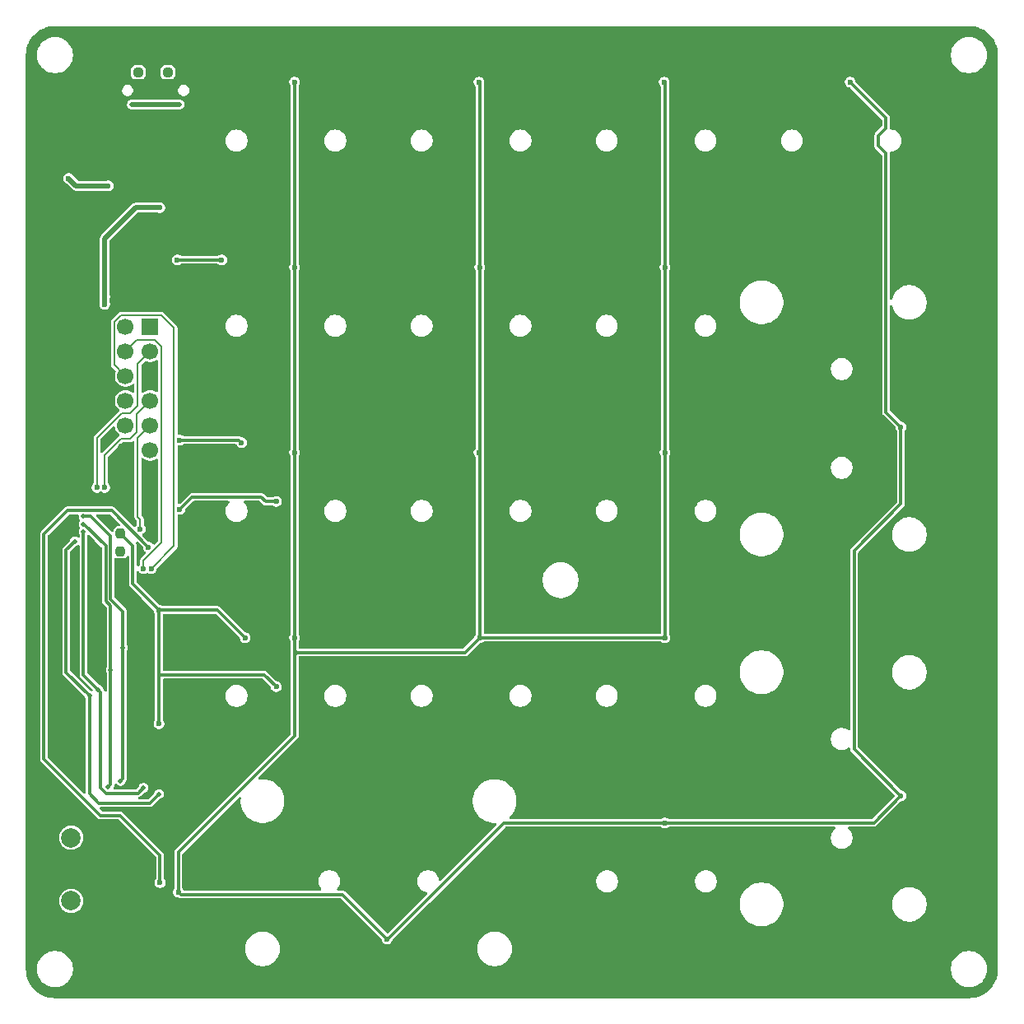
<source format=gbr>
%TF.GenerationSoftware,KiCad,Pcbnew,9.0.4*%
%TF.CreationDate,2026-01-03T23:46:06+09:00*%
%TF.ProjectId,rapidtrigger_keyboard,72617069-6474-4726-9967-6765725f6b65,rev?*%
%TF.SameCoordinates,Original*%
%TF.FileFunction,Copper,L2,Bot*%
%TF.FilePolarity,Positive*%
%FSLAX46Y46*%
G04 Gerber Fmt 4.6, Leading zero omitted, Abs format (unit mm)*
G04 Created by KiCad (PCBNEW 9.0.4) date 2026-01-03 23:46:06*
%MOMM*%
%LPD*%
G01*
G04 APERTURE LIST*
G04 Aperture macros list*
%AMRoundRect*
0 Rectangle with rounded corners*
0 $1 Rounding radius*
0 $2 $3 $4 $5 $6 $7 $8 $9 X,Y pos of 4 corners*
0 Add a 4 corners polygon primitive as box body*
4,1,4,$2,$3,$4,$5,$6,$7,$8,$9,$2,$3,0*
0 Add four circle primitives for the rounded corners*
1,1,$1+$1,$2,$3*
1,1,$1+$1,$4,$5*
1,1,$1+$1,$6,$7*
1,1,$1+$1,$8,$9*
0 Add four rect primitives between the rounded corners*
20,1,$1+$1,$2,$3,$4,$5,0*
20,1,$1+$1,$4,$5,$6,$7,0*
20,1,$1+$1,$6,$7,$8,$9,0*
20,1,$1+$1,$8,$9,$2,$3,0*%
G04 Aperture macros list end*
%TA.AperFunction,HeatsinkPad*%
%ADD10O,1.000000X2.100000*%
%TD*%
%TA.AperFunction,HeatsinkPad*%
%ADD11O,1.000000X1.600000*%
%TD*%
%TA.AperFunction,ComponentPad*%
%ADD12R,1.700000X1.700000*%
%TD*%
%TA.AperFunction,ComponentPad*%
%ADD13C,1.700000*%
%TD*%
%TA.AperFunction,ComponentPad*%
%ADD14C,2.000000*%
%TD*%
%TA.AperFunction,SMDPad,CuDef*%
%ADD15RoundRect,0.237500X-0.250000X-0.237500X0.250000X-0.237500X0.250000X0.237500X-0.250000X0.237500X0*%
%TD*%
%TA.AperFunction,SMDPad,CuDef*%
%ADD16RoundRect,0.237500X0.250000X0.237500X-0.250000X0.237500X-0.250000X-0.237500X0.250000X-0.237500X0*%
%TD*%
%TA.AperFunction,SMDPad,CuDef*%
%ADD17RoundRect,0.237500X0.237500X-0.250000X0.237500X0.250000X-0.237500X0.250000X-0.237500X-0.250000X0*%
%TD*%
%TA.AperFunction,ViaPad*%
%ADD18C,0.600000*%
%TD*%
%TA.AperFunction,ViaPad*%
%ADD19C,0.500000*%
%TD*%
%TA.AperFunction,Conductor*%
%ADD20C,0.300000*%
%TD*%
%TA.AperFunction,Conductor*%
%ADD21C,0.500000*%
%TD*%
%TA.AperFunction,Conductor*%
%ADD22C,0.250000*%
%TD*%
%TA.AperFunction,Conductor*%
%ADD23C,0.200000*%
%TD*%
G04 APERTURE END LIST*
D10*
%TO.P,J1,S1,SHIELD*%
%TO.N,GND*%
X134674000Y-50154000D03*
D11*
X134674000Y-45974000D03*
D10*
X126034000Y-50154000D03*
D11*
X126034000Y-45974000D03*
%TD*%
D12*
%TO.P,J2,1,Pin_1*%
%TO.N,+3V3*%
X129794000Y-73914000D03*
D13*
%TO.P,J2,2,Pin_2*%
%TO.N,unconnected-(J2-Pin_2-Pad2)*%
X127254000Y-73914000D03*
%TO.P,J2,3,Pin_3*%
%TO.N,SWCLK*%
X129794000Y-76454000D03*
%TO.P,J2,4,Pin_4*%
%TO.N,UART_TX*%
X127254000Y-76454000D03*
%TO.P,J2,5,Pin_5*%
%TO.N,GND*%
X129794000Y-78994000D03*
%TO.P,J2,6,Pin_6*%
%TO.N,UART_RX*%
X127254000Y-78994000D03*
%TO.P,J2,7,Pin_7*%
%TO.N,SWDIO*%
X129794000Y-81534000D03*
%TO.P,J2,8,Pin_8*%
%TO.N,+5V*%
X127254000Y-81534000D03*
%TO.P,J2,9,Pin_9*%
%TO.N,RESET*%
X129794000Y-84074000D03*
%TO.P,J2,10,Pin_10*%
%TO.N,MCO_IN*%
X127254000Y-84074000D03*
%TO.P,J2,11,Pin_11*%
%TO.N,unconnected-(J2-Pin_11-Pad11)*%
X129794000Y-86614000D03*
%TO.P,J2,12,Pin_12*%
%TO.N,GND*%
X127254000Y-86614000D03*
%TD*%
D14*
%TO.P,SW1,1,1*%
%TO.N,RESET*%
X121666000Y-132992000D03*
X121666000Y-126492000D03*
%TO.P,SW1,2,2*%
%TO.N,GND*%
X126166000Y-132992000D03*
X126166000Y-126492000D03*
%TD*%
D15*
%TO.P,R1,1*%
%TO.N,Net-(J1-CC1)*%
X131621500Y-47752000D03*
%TO.P,R1,2*%
%TO.N,GND*%
X133446500Y-47752000D03*
%TD*%
D16*
%TO.P,R2,1*%
%TO.N,Net-(J1-CC2)*%
X128573500Y-47752000D03*
%TO.P,R2,2*%
%TO.N,GND*%
X126748500Y-47752000D03*
%TD*%
D17*
%TO.P,R13,1*%
%TO.N,RESET*%
X126746000Y-97028000D03*
%TO.P,R13,2*%
%TO.N,+3V3*%
X126746000Y-95203000D03*
%TD*%
D18*
%TO.N,+3V3*%
X142752500Y-91904000D03*
X139540000Y-105918000D03*
X130698000Y-103074000D03*
X132842000Y-85598000D03*
X139192000Y-85852000D03*
X132842000Y-92710000D03*
X142752500Y-110954000D03*
X125476000Y-59436000D03*
X132588000Y-67056000D03*
X130698000Y-114758000D03*
D19*
X126746000Y-95203000D03*
D18*
X121412000Y-58674000D03*
X137160000Y-67056000D03*
D19*
%TO.N,GND*%
X131826000Y-62992000D03*
X117502540Y-78150762D03*
X176530000Y-87122000D03*
X124927159Y-55876905D03*
X203454000Y-97028000D03*
X214022587Y-115273857D03*
X211547714Y-78150762D03*
X179374365Y-90525127D03*
X174424619Y-50927159D03*
X133096000Y-64008000D03*
X135128000Y-59436000D03*
X164525127Y-50927159D03*
X211547714Y-102899492D03*
X164525127Y-100424619D03*
X209072841Y-90525127D03*
X150114000Y-103632000D03*
X122452286Y-142497460D03*
X186798984Y-132597968D03*
X119977413Y-65776397D03*
X199173349Y-115273857D03*
X147201016Y-83100508D03*
X209072841Y-50927159D03*
X136398000Y-83566000D03*
X191748730Y-102899492D03*
X125984000Y-82804000D03*
X211547714Y-142497460D03*
X162050254Y-83100508D03*
X196698476Y-122698476D03*
X196698476Y-142497460D03*
X135636000Y-108966000D03*
X120396000Y-117856000D03*
X214022587Y-120223603D03*
X196698476Y-102899492D03*
X194223603Y-65776397D03*
X134826651Y-135072841D03*
X186798984Y-137547714D03*
X137301524Y-53402032D03*
X189273857Y-55876905D03*
X117502540Y-122698476D03*
X129876905Y-95474873D03*
X143764000Y-60706000D03*
X162050254Y-137547714D03*
X199173349Y-60826651D03*
X140716000Y-92202000D03*
X122452286Y-53402032D03*
X169474873Y-75675889D03*
X211547714Y-122698476D03*
X133096000Y-99314000D03*
X206597968Y-58351778D03*
X169672000Y-120904000D03*
X191748730Y-127648222D03*
X189273857Y-140022587D03*
X147201016Y-73201016D03*
X184324111Y-90525127D03*
X209072841Y-135072841D03*
X127402032Y-127648222D03*
X216497460Y-73201016D03*
X144726143Y-130123095D03*
X203200000Y-125984000D03*
X167000000Y-78150762D03*
X178562000Y-125730000D03*
X134826651Y-140022587D03*
X117502540Y-53402032D03*
X143764000Y-103632000D03*
X191748730Y-142497460D03*
X149606000Y-109728000D03*
X159575381Y-100424619D03*
X145542000Y-62738000D03*
X133096000Y-88900000D03*
X194223603Y-85575381D03*
X159575381Y-75675889D03*
X139776397Y-140022587D03*
X153162000Y-106172000D03*
X117502540Y-102899492D03*
X124714000Y-58674000D03*
X209072841Y-80625635D03*
X216497460Y-58351778D03*
X186798984Y-107849238D03*
X186798984Y-68251270D03*
X122174000Y-120396000D03*
X216497460Y-107849238D03*
X159512000Y-92964000D03*
X162050254Y-102899492D03*
X129794000Y-112268000D03*
X124206000Y-96520000D03*
X124927159Y-80625635D03*
X184324111Y-50927159D03*
X152150762Y-127648222D03*
X137301524Y-127648222D03*
X121920000Y-99060000D03*
X149675889Y-90525127D03*
X130048000Y-49022000D03*
X194223603Y-115273857D03*
X117502540Y-112798984D03*
X174424619Y-115273857D03*
X169474873Y-90525127D03*
X204123095Y-130123095D03*
X164525127Y-125173349D03*
X194223603Y-80625635D03*
X171949746Y-127648222D03*
X211547714Y-88050254D03*
X179374365Y-50927159D03*
X133858000Y-125730000D03*
X174424619Y-70726143D03*
X204978000Y-122936000D03*
X211547714Y-107849238D03*
X216497460Y-88050254D03*
X176899492Y-58351778D03*
X211547714Y-137547714D03*
X191748730Y-117748730D03*
X211547714Y-127648222D03*
X174424619Y-135072841D03*
X147201016Y-142497460D03*
X124968000Y-110490000D03*
X176899492Y-107849238D03*
X176899492Y-137547714D03*
X211547714Y-97949746D03*
X122452286Y-43502540D03*
X209072841Y-65776397D03*
X206597968Y-102899492D03*
X142251270Y-83100508D03*
X154625635Y-140022587D03*
X122682000Y-112776000D03*
X138176000Y-90678000D03*
X162050254Y-117748730D03*
X140970000Y-60706000D03*
X201648222Y-117748730D03*
X171949746Y-132597968D03*
X174424619Y-75675889D03*
X181849238Y-137547714D03*
X216497460Y-83100508D03*
X154625635Y-70726143D03*
X189273857Y-50927159D03*
X136906000Y-116586000D03*
X122174000Y-105918000D03*
X154625635Y-65776397D03*
X189273857Y-135072841D03*
X179374365Y-115273857D03*
X206597968Y-73201016D03*
X149675889Y-45977413D03*
X117502540Y-132597968D03*
X147201016Y-112798984D03*
X152150762Y-58351778D03*
X142251270Y-107849238D03*
X179374365Y-65776397D03*
X191748730Y-97949746D03*
X194223603Y-75675889D03*
X167000000Y-68251270D03*
X209072841Y-115273857D03*
X184324111Y-115273857D03*
X145542000Y-64262000D03*
X119977413Y-100424619D03*
X216497460Y-102899492D03*
X204978000Y-117856000D03*
X189273857Y-75675889D03*
X174424619Y-45977413D03*
X149675889Y-60826651D03*
X169474873Y-80625635D03*
X201648222Y-63301524D03*
X129876905Y-135072841D03*
X191748730Y-137547714D03*
X127762000Y-105410000D03*
X209072841Y-45977413D03*
X141478000Y-53594000D03*
X199173349Y-75675889D03*
X206597968Y-68251270D03*
X169474873Y-65776397D03*
X119977413Y-75675889D03*
X119977413Y-60826651D03*
X144726143Y-125173349D03*
X154625635Y-55876905D03*
X184324111Y-135072841D03*
X130302000Y-132080000D03*
X164525127Y-55876905D03*
X171949746Y-107849238D03*
X157100508Y-122698476D03*
X149675889Y-95474873D03*
X119977413Y-135072841D03*
X152150762Y-43502540D03*
X162050254Y-78150762D03*
X139446000Y-117348000D03*
X137301524Y-78150762D03*
X171949746Y-43502540D03*
X201648222Y-142497460D03*
X211547714Y-117748730D03*
X137301524Y-112798984D03*
X138684000Y-120650000D03*
X209072841Y-140022587D03*
X169474873Y-60826651D03*
X162050254Y-132597968D03*
X117502540Y-48452286D03*
X157100508Y-43502540D03*
X130556000Y-101854000D03*
X147201016Y-43502540D03*
X199173349Y-105374365D03*
X176899492Y-97949746D03*
X169474873Y-130123095D03*
X162050254Y-93000000D03*
X124968000Y-104648000D03*
X209072841Y-100424619D03*
X206597968Y-53402032D03*
X124206000Y-102108000D03*
X176899492Y-117748730D03*
X140462000Y-81788000D03*
X214022587Y-135072841D03*
X206597968Y-107849238D03*
X167000000Y-83100508D03*
X154625635Y-45977413D03*
X129876905Y-125173349D03*
X145542000Y-88900000D03*
X181849238Y-122698476D03*
X162050254Y-58351778D03*
X157480000Y-106172000D03*
X133096000Y-84582000D03*
X163576000Y-120650000D03*
X129032000Y-103632000D03*
X138176000Y-108966000D03*
X149675889Y-140022587D03*
X167132000Y-87122000D03*
X117502540Y-107849238D03*
X164525127Y-45977413D03*
X138176000Y-105664000D03*
X184324111Y-55876905D03*
X198374000Y-54864000D03*
X214022587Y-90525127D03*
X196698476Y-83100508D03*
X214022587Y-55876905D03*
X122174000Y-114554000D03*
X149675889Y-135072841D03*
X165100000Y-111760000D03*
X154625635Y-90525127D03*
X209072841Y-130123095D03*
X130048000Y-93472000D03*
X143764000Y-64262000D03*
X127402032Y-88050254D03*
X136144000Y-81788000D03*
X157226000Y-62484000D03*
X142251270Y-43502540D03*
X144526000Y-117348000D03*
X132080000Y-57658000D03*
X171958000Y-109728000D03*
X189273857Y-120223603D03*
X145542000Y-103632000D03*
X140462000Y-103378000D03*
X131572000Y-66040000D03*
X171949746Y-122698476D03*
X184324111Y-120223603D03*
X145796000Y-106680000D03*
X214022587Y-105374365D03*
X131064000Y-55118000D03*
X161544000Y-109728000D03*
X124927159Y-130123095D03*
X122174000Y-109220000D03*
X181849238Y-127648222D03*
X127762000Y-113284000D03*
X186798984Y-127648222D03*
X201648222Y-58351778D03*
X176899492Y-83100508D03*
X132588000Y-126746000D03*
X119977413Y-80625635D03*
X169474873Y-50927159D03*
X139776397Y-45977413D03*
X164525127Y-75675889D03*
X216497460Y-127648222D03*
X149606000Y-108204000D03*
X145542000Y-81280000D03*
X133096000Y-76708000D03*
X159575381Y-90525127D03*
X138176000Y-102108000D03*
X155702000Y-108204000D03*
X211547714Y-93000000D03*
X171949746Y-78150762D03*
X139192000Y-62738000D03*
X138176000Y-64262000D03*
X191748730Y-78150762D03*
X157100508Y-142497460D03*
X129876905Y-65776397D03*
X154625635Y-80625635D03*
X174424619Y-95474873D03*
X174498000Y-125730000D03*
X124927159Y-45977413D03*
X129876905Y-100424619D03*
X149675889Y-80625635D03*
X143256000Y-120650000D03*
X127402032Y-43502540D03*
X167000000Y-102899492D03*
X127402032Y-58351778D03*
X211547714Y-43502540D03*
X214022587Y-70726143D03*
X206597968Y-137547714D03*
X199173349Y-110324111D03*
X179374365Y-100424619D03*
X130048000Y-45212000D03*
X121666000Y-110998000D03*
X124927159Y-50927159D03*
X186798984Y-142497460D03*
X124927159Y-140022587D03*
X189273857Y-70726143D03*
X134826651Y-130123095D03*
X154625635Y-95474873D03*
X127402032Y-68251270D03*
X138684000Y-99314000D03*
X140208000Y-56896000D03*
X199173349Y-130123095D03*
X196698476Y-127648222D03*
X129876905Y-140022587D03*
X167132000Y-62484000D03*
X162050254Y-127648222D03*
X216497460Y-137547714D03*
X120396000Y-112522000D03*
X216497460Y-93000000D03*
X122174000Y-102616000D03*
X169474873Y-45977413D03*
X142251270Y-142497460D03*
X206597968Y-127648222D03*
X179374365Y-130123095D03*
X179374365Y-55876905D03*
X119977413Y-90525127D03*
X170434000Y-125730000D03*
X171949746Y-58351778D03*
X137301524Y-68251270D03*
X126238000Y-94234000D03*
X137301524Y-43502540D03*
X133096000Y-91440000D03*
X191748730Y-68251270D03*
X134826651Y-115273857D03*
X141224000Y-101854000D03*
X179374365Y-60826651D03*
X181849238Y-83100508D03*
X184324111Y-65776397D03*
X152150762Y-78150762D03*
X211547714Y-48452286D03*
X159575381Y-60826651D03*
X117502540Y-137547714D03*
X181849238Y-117748730D03*
X142251270Y-127648222D03*
X171949746Y-102899492D03*
X138430000Y-81534000D03*
X124714000Y-84074000D03*
X159575381Y-65776397D03*
X171949746Y-117748730D03*
X172212000Y-62484000D03*
X141986000Y-98806000D03*
X122452286Y-137547714D03*
X159575381Y-80625635D03*
X169474873Y-100424619D03*
X178562000Y-111506000D03*
X152150762Y-112798984D03*
X143764000Y-68580000D03*
X137160000Y-131572000D03*
X128524000Y-116840000D03*
X152150762Y-73201016D03*
X137668000Y-56642000D03*
X203200000Y-102870000D03*
X119977413Y-85575381D03*
X211547714Y-132597968D03*
X179374365Y-80625635D03*
X194223603Y-55876905D03*
X117502540Y-117748730D03*
X149675889Y-65776397D03*
X141986000Y-88900000D03*
X152150762Y-122698476D03*
X191748730Y-43502540D03*
X124460000Y-91948000D03*
X124968000Y-107696000D03*
X119977413Y-50927159D03*
X164525127Y-140022587D03*
X203962000Y-54356000D03*
X205994000Y-120142000D03*
X137301524Y-142497460D03*
X194223603Y-90525127D03*
X125984000Y-85090000D03*
X130302000Y-87884000D03*
X132351778Y-142497460D03*
X201648222Y-73201016D03*
X147320000Y-87122000D03*
X189273857Y-115273857D03*
X157100508Y-127648222D03*
X135636000Y-106680000D03*
X181849238Y-107849238D03*
X137301524Y-48452286D03*
X149675889Y-115273857D03*
X204978000Y-116332000D03*
X181849238Y-43502540D03*
X214022587Y-110324111D03*
X196698476Y-43502540D03*
X154625635Y-115273857D03*
X209072841Y-125173349D03*
X153924000Y-131826000D03*
X211547714Y-83100508D03*
X199173349Y-135072841D03*
X143764000Y-101854000D03*
X164525127Y-115273857D03*
X157226000Y-87122000D03*
X162050254Y-142497460D03*
X167000000Y-43502540D03*
X164525127Y-95474873D03*
X174424619Y-90525127D03*
X196698476Y-137547714D03*
X196698476Y-132597968D03*
X142748000Y-73914000D03*
X132351778Y-73201016D03*
X214022587Y-95474873D03*
X152150762Y-83100508D03*
X132351778Y-112798984D03*
X204978000Y-121158000D03*
X119977413Y-130123095D03*
X129540000Y-68072000D03*
X191748730Y-83100508D03*
X133096000Y-86614000D03*
X189273857Y-80625635D03*
X127402032Y-93000000D03*
X196698476Y-93000000D03*
X140462000Y-68580000D03*
X186798984Y-117748730D03*
X164525127Y-135072841D03*
X137414000Y-59690000D03*
X137301524Y-137547714D03*
X117502540Y-93000000D03*
X177038000Y-109728000D03*
X132351778Y-137547714D03*
X157100508Y-83100508D03*
X189273857Y-95474873D03*
X194223603Y-120223603D03*
X174424619Y-65776397D03*
X152146000Y-62484000D03*
X189273857Y-45977413D03*
X214022587Y-80625635D03*
X139776397Y-125173349D03*
X146050000Y-54356000D03*
X194223603Y-140022587D03*
X159575381Y-130123095D03*
X154686000Y-129286000D03*
X184324111Y-105374365D03*
X157100508Y-102899492D03*
X199173349Y-65776397D03*
X117502540Y-97949746D03*
X216497460Y-132597968D03*
X157988000Y-117856000D03*
X167000000Y-58351778D03*
X216497460Y-53402032D03*
X184324111Y-140022587D03*
X147201016Y-58351778D03*
X127402032Y-142497460D03*
X144726143Y-45977413D03*
X154625635Y-75675889D03*
X139446000Y-104648000D03*
X194223603Y-45977413D03*
X194223603Y-100424619D03*
X169474873Y-135072841D03*
X169474873Y-140022587D03*
X154625635Y-125173349D03*
X129286000Y-88900000D03*
X186798984Y-122698476D03*
X174424619Y-140022587D03*
X191748730Y-122698476D03*
X122452286Y-48452286D03*
X127402032Y-137547714D03*
X196698476Y-107849238D03*
X135636000Y-110490000D03*
X161798000Y-62484000D03*
X117502540Y-83100508D03*
X136652000Y-62484000D03*
X199173349Y-80625635D03*
X189273857Y-60826651D03*
X142251270Y-93000000D03*
X214022587Y-130123095D03*
X167000000Y-117748730D03*
X211547714Y-68251270D03*
X154625635Y-135072841D03*
X149675889Y-70726143D03*
X214022587Y-125173349D03*
X211547714Y-112798984D03*
X161544000Y-108204000D03*
X162050254Y-97949746D03*
X196698476Y-112798984D03*
X147201016Y-78150762D03*
X216497460Y-63301524D03*
X176899492Y-102899492D03*
X179374365Y-140022587D03*
X176899492Y-122698476D03*
X196698476Y-73201016D03*
X196698476Y-78150762D03*
X167000000Y-142497460D03*
X162050254Y-122698476D03*
X128778000Y-97282000D03*
X121920000Y-97536000D03*
X143764000Y-80264000D03*
X216497460Y-48452286D03*
X201648222Y-137547714D03*
X152150762Y-68251270D03*
X128778000Y-96774000D03*
X167000000Y-127648222D03*
X145542000Y-85090000D03*
X140462000Y-87884000D03*
X143764000Y-62738000D03*
X216497460Y-68251270D03*
X179374365Y-95474873D03*
X152400000Y-87122000D03*
X201648222Y-93000000D03*
X174424619Y-60826651D03*
X206597968Y-97949746D03*
X164525127Y-80625635D03*
X147201016Y-97949746D03*
X143764000Y-114046000D03*
X139776397Y-130123095D03*
X181849238Y-142497460D03*
X167000000Y-97949746D03*
X171958000Y-87122000D03*
X214022587Y-75675889D03*
X199173349Y-70726143D03*
X155702000Y-109728000D03*
X159575381Y-55876905D03*
X184324111Y-60826651D03*
X181849238Y-58351778D03*
X154625635Y-50927159D03*
X145542000Y-108204000D03*
X201648222Y-132597968D03*
X203454000Y-121158000D03*
X131826000Y-130302000D03*
X201648222Y-122698476D03*
X214022587Y-65776397D03*
X135128000Y-61976000D03*
X214022587Y-60826651D03*
X199173349Y-140022587D03*
X157100508Y-137547714D03*
X129876905Y-130123095D03*
X117502540Y-58351778D03*
X211547714Y-53402032D03*
X169474873Y-55876905D03*
X128524000Y-120396000D03*
X117502540Y-73201016D03*
X199644000Y-125730000D03*
X152150762Y-142497460D03*
X189273857Y-90525127D03*
X186798984Y-97949746D03*
X140716000Y-90678000D03*
X143764000Y-94742000D03*
X216497460Y-117748730D03*
X149675889Y-125173349D03*
X147201016Y-122698476D03*
X137668000Y-84328000D03*
X129032000Y-108712000D03*
X139776397Y-75675889D03*
X139192000Y-101092000D03*
X164525127Y-60826651D03*
X159575381Y-135072841D03*
X139776397Y-65776397D03*
X196698476Y-68251270D03*
X144726143Y-140022587D03*
X138938000Y-60198000D03*
X171949746Y-142497460D03*
X117502540Y-63301524D03*
X209072841Y-75675889D03*
X186798984Y-58351778D03*
X179374365Y-45977413D03*
X171949746Y-73201016D03*
X174424619Y-120223603D03*
X159575381Y-45977413D03*
X149675889Y-75675889D03*
X120142000Y-103378000D03*
X119977413Y-95474873D03*
X201648222Y-68251270D03*
X189273857Y-110324111D03*
X134620000Y-64770000D03*
X132351778Y-122698476D03*
X159575381Y-50927159D03*
X169474873Y-95474873D03*
X159575381Y-125173349D03*
X138684000Y-96520000D03*
X129794000Y-60198000D03*
X140716000Y-96012000D03*
X216497460Y-112798984D03*
X139776397Y-135072841D03*
X132351778Y-68251270D03*
X174424619Y-130123095D03*
X124927159Y-125173349D03*
X152150762Y-97949746D03*
X147201016Y-68251270D03*
X152150762Y-93000000D03*
X171949746Y-68251270D03*
X203454000Y-117348000D03*
X196698476Y-97949746D03*
X141732000Y-112014000D03*
X184324111Y-70726143D03*
X206597968Y-112798984D03*
X125476000Y-93980000D03*
X203200000Y-107950000D03*
X137301524Y-73201016D03*
X157100508Y-78150762D03*
X204123095Y-45977413D03*
X191748730Y-112798984D03*
X186798984Y-83100508D03*
X157100508Y-58351778D03*
X194223603Y-50927159D03*
X117502540Y-68251270D03*
X181849238Y-102899492D03*
X131826000Y-52578000D03*
X199173349Y-45977413D03*
X121158000Y-124968000D03*
X134826651Y-55876905D03*
X117502540Y-88050254D03*
X164525127Y-130123095D03*
X167000000Y-107849238D03*
X206597968Y-63301524D03*
X184324111Y-80625635D03*
X214022587Y-50927159D03*
X189273857Y-85575381D03*
X124968000Y-86106000D03*
X199173349Y-90525127D03*
X184324111Y-45977413D03*
X189273857Y-65776397D03*
X214022587Y-85575381D03*
X162050254Y-43502540D03*
X211547714Y-58351778D03*
X142251270Y-58351778D03*
X138176000Y-86360000D03*
X159575381Y-140022587D03*
X191748730Y-58351778D03*
X142251270Y-78150762D03*
X169474873Y-70726143D03*
X147201016Y-93000000D03*
X214022587Y-100424619D03*
X122452286Y-88050254D03*
X209072841Y-55876905D03*
X196698476Y-117748730D03*
X174424619Y-55876905D03*
X186798984Y-78150762D03*
X138938000Y-133096000D03*
X126810000Y-100420000D03*
X117502540Y-127648222D03*
X132080000Y-60452000D03*
X174424619Y-100424619D03*
X149675889Y-130123095D03*
X206597968Y-48452286D03*
X167640000Y-124206000D03*
X145542000Y-109728000D03*
X171949746Y-112798984D03*
X159512000Y-112268000D03*
X176899492Y-43502540D03*
X164525127Y-65776397D03*
X171949746Y-83100508D03*
X133096000Y-81788000D03*
X147201016Y-137547714D03*
X199173349Y-100424619D03*
X204123095Y-135072841D03*
X184324111Y-85575381D03*
X138176000Y-94234000D03*
X132351778Y-43502540D03*
X194223603Y-105374365D03*
X211547714Y-73201016D03*
X194223603Y-130123095D03*
X140716000Y-100330000D03*
X169474873Y-115273857D03*
X189273857Y-105374365D03*
X149675889Y-50927159D03*
X167000000Y-132597968D03*
X171949746Y-93000000D03*
X206597968Y-43502540D03*
X209072841Y-105374365D03*
X176899492Y-142497460D03*
X184324111Y-95474873D03*
X179374365Y-85575381D03*
X209072841Y-120223603D03*
X164525127Y-70726143D03*
X127762000Y-110236000D03*
X143764000Y-85090000D03*
X204123095Y-140022587D03*
X171949746Y-137547714D03*
X184324111Y-110324111D03*
X216497460Y-122698476D03*
X201422000Y-55626000D03*
X184324111Y-75675889D03*
X199173349Y-50927159D03*
X144726143Y-135072841D03*
X139192000Y-94234000D03*
X206597968Y-142497460D03*
X124927159Y-135072841D03*
X186798984Y-43502540D03*
X157100508Y-68251270D03*
X176899492Y-127648222D03*
X119977413Y-55876905D03*
X186798984Y-102899492D03*
X145796000Y-48768000D03*
X132080000Y-102362000D03*
X119977413Y-70726143D03*
X211547714Y-63301524D03*
X179374365Y-135072841D03*
X216497460Y-97949746D03*
X136144000Y-66294000D03*
X179374365Y-120223603D03*
X147201016Y-127648222D03*
X216497460Y-78150762D03*
X196698476Y-63301524D03*
X167132000Y-109728000D03*
X145542000Y-101854000D03*
X181849238Y-78150762D03*
X119888000Y-107950000D03*
X203200000Y-112776000D03*
X143256000Y-54610000D03*
X201648222Y-43502540D03*
X139954000Y-110490000D03*
X154625635Y-60826651D03*
X164525127Y-90525127D03*
X199173349Y-95474873D03*
X209072841Y-60826651D03*
X119888000Y-120650000D03*
X149675889Y-100424619D03*
X209072841Y-85575381D03*
X206597968Y-78150762D03*
X189273857Y-100424619D03*
%TO.N,+5V*%
X132804000Y-51069000D03*
D18*
X130772000Y-61672000D03*
X125114925Y-71628000D03*
X125114925Y-70866000D03*
D19*
X127904000Y-51069000D03*
D18*
%TO.N,Net-(J1-CC2)*%
X128573500Y-47752000D03*
%TO.N,Net-(J1-CC1)*%
X131621500Y-47752000D03*
%TO.N,SWDIO*%
X125111000Y-90459000D03*
%TO.N,UART_RX*%
X129911000Y-98809000D03*
%TO.N,SWCLK*%
X124311000Y-90459000D03*
D19*
%TO.N,RESET*%
X126746000Y-97028000D03*
D18*
X128778000Y-94742000D03*
%TO.N,UART_TX*%
X129111000Y-98809000D03*
D19*
%TO.N,SELECT_0*%
X127000000Y-106934000D03*
X122936000Y-93434000D03*
X126738091Y-120657909D03*
%TO.N,SELECT_1*%
X122936000Y-94234000D03*
X125730000Y-109220000D03*
X125476000Y-121307909D03*
%TO.N,SELECT_2*%
X122936000Y-95034000D03*
X124460000Y-111252000D03*
X129075265Y-121368735D03*
%TO.N,SELECT_3*%
X123571000Y-111887000D03*
X122032837Y-96004108D03*
X130698000Y-122008000D03*
D18*
%TO.N,COM_FET*%
X207010000Y-122177000D03*
X163689000Y-105918000D03*
X132685000Y-132080000D03*
X182739000Y-105918000D03*
X182739000Y-86868000D03*
X144629550Y-67818000D03*
X182739000Y-67818000D03*
X163615000Y-48768000D03*
X163689000Y-67818000D03*
X144639000Y-48768000D03*
X182665000Y-48768000D03*
X182739000Y-124968000D03*
X144639000Y-86868000D03*
X144639000Y-105918000D03*
X201789000Y-48768000D03*
X207010000Y-84247000D03*
X163615000Y-86868000D03*
X154159500Y-136906000D03*
%TO.N,LED_PWM*%
X129623735Y-96603735D03*
X130810000Y-131130000D03*
%TD*%
D20*
%TO.N,+3V3*%
X130698000Y-103074000D02*
X130698000Y-109728000D01*
X130698000Y-103074000D02*
X136696000Y-103074000D01*
X141688000Y-91904000D02*
X141224000Y-91440000D01*
D21*
X125476000Y-59436000D02*
X122174000Y-59436000D01*
D20*
X141224000Y-91440000D02*
X134112000Y-91440000D01*
X128016000Y-100392000D02*
X130698000Y-103074000D01*
X134112000Y-91440000D02*
X132842000Y-92710000D01*
X138938000Y-85598000D02*
X139192000Y-85852000D01*
X130698000Y-109728000D02*
X141526500Y-109728000D01*
X142752500Y-91904000D02*
X141688000Y-91904000D01*
X137160000Y-67056000D02*
X132588000Y-67056000D01*
X128016000Y-96473000D02*
X128016000Y-100392000D01*
X126746000Y-95203000D02*
X128016000Y-96473000D01*
X132842000Y-85598000D02*
X138938000Y-85598000D01*
X141526500Y-109728000D02*
X142752500Y-110954000D01*
X136696000Y-103074000D02*
X139540000Y-105918000D01*
X130698000Y-109728000D02*
X130698000Y-114758000D01*
D21*
X122174000Y-59436000D02*
X121412000Y-58674000D01*
D22*
%TO.N,GND*%
X134674000Y-48979500D02*
X134674000Y-50154000D01*
X126748500Y-46688500D02*
X126034000Y-45974000D01*
X133446500Y-47752000D02*
X134674000Y-48979500D01*
X133446500Y-47201500D02*
X134674000Y-45974000D01*
X126748500Y-47752000D02*
X126748500Y-46688500D01*
X126748500Y-49439500D02*
X126034000Y-50154000D01*
X126748500Y-47752000D02*
X126748500Y-49439500D01*
X133446500Y-47752000D02*
X133446500Y-47201500D01*
D21*
%TO.N,+5V*%
X128320000Y-61672000D02*
X130772000Y-61672000D01*
X125114925Y-70866000D02*
X125114925Y-64877075D01*
X125114925Y-70866000D02*
X125114925Y-71628000D01*
X132804000Y-51069000D02*
X127904000Y-51069000D01*
X125114925Y-64877075D02*
X128320000Y-61672000D01*
D23*
%TO.N,SWDIO*%
X128405000Y-84788760D02*
X127730760Y-85463000D01*
X129794000Y-81534000D02*
X128405000Y-82923000D01*
X127730760Y-85463000D02*
X126777240Y-85463000D01*
X125111000Y-87129240D02*
X125111000Y-90459000D01*
X128405000Y-82923000D02*
X128405000Y-84788760D01*
X126777240Y-85463000D02*
X125111000Y-87129240D01*
%TO.N,UART_RX*%
X132241000Y-74059000D02*
X132241000Y-96479000D01*
X127254000Y-78994000D02*
X126103000Y-77843000D01*
X132241000Y-96479000D02*
X129911000Y-98809000D01*
X126777240Y-72763000D02*
X130945000Y-72763000D01*
X130945000Y-72763000D02*
X132241000Y-74059000D01*
X126103000Y-77843000D02*
X126103000Y-73437240D01*
X126103000Y-73437240D02*
X126777240Y-72763000D01*
%TO.N,SWCLK*%
X128524000Y-82042000D02*
X127762000Y-82804000D01*
X128524000Y-77724000D02*
X128524000Y-82042000D01*
X124311000Y-85389240D02*
X124311000Y-90459000D01*
X126896240Y-82804000D02*
X124311000Y-85389240D01*
X127762000Y-82804000D02*
X126896240Y-82804000D01*
X129794000Y-76454000D02*
X128524000Y-77724000D01*
%TO.N,RESET*%
X128778000Y-93726000D02*
X128524000Y-93472000D01*
X128524000Y-93472000D02*
X128524000Y-85344000D01*
X128524000Y-85344000D02*
X129794000Y-84074000D01*
X128778000Y-94742000D02*
X128778000Y-93726000D01*
%TO.N,UART_TX*%
X128405000Y-75303000D02*
X130270760Y-75303000D01*
X130945000Y-96131000D02*
X129111000Y-97965000D01*
X130945000Y-75977240D02*
X130945000Y-96131000D01*
X130270760Y-75303000D02*
X130945000Y-75977240D01*
X127254000Y-76454000D02*
X128405000Y-75303000D01*
X129111000Y-97965000D02*
X129111000Y-98809000D01*
D20*
%TO.N,SELECT_0*%
X127000000Y-103216000D02*
X127000000Y-106934000D01*
X125730000Y-95478001D02*
X125730000Y-101946000D01*
X122936000Y-93434000D02*
X123685999Y-93434000D01*
X123685999Y-93434000D02*
X125730000Y-95478001D01*
X125730000Y-101946000D02*
X127000000Y-103216000D01*
X127000000Y-106934000D02*
X127000000Y-120396000D01*
X127000000Y-120396000D02*
X126738091Y-120657909D01*
%TO.N,SELECT_1*%
X125730000Y-109220000D02*
X125730000Y-102654520D01*
X125730000Y-121053909D02*
X125476000Y-121307909D01*
X125730000Y-109220000D02*
X125730000Y-121053909D01*
X125730000Y-102654520D02*
X125229000Y-102153521D01*
X122985943Y-94234000D02*
X122936000Y-94234000D01*
X125229000Y-96477057D02*
X122985943Y-94234000D01*
X125229000Y-102153521D02*
X125229000Y-96477057D01*
%TO.N,SELECT_2*%
X125227057Y-121908909D02*
X128535091Y-121908909D01*
X122936000Y-109728000D02*
X124460000Y-111252000D01*
X128535091Y-121908909D02*
X129075265Y-121368735D01*
X124460000Y-111252000D02*
X124714000Y-111506000D01*
X124714000Y-111506000D02*
X124714000Y-121395852D01*
X122936000Y-95034000D02*
X122936000Y-109728000D01*
X124714000Y-121395852D02*
X125227057Y-121908909D01*
%TO.N,SELECT_3*%
X123571000Y-121976831D02*
X124530169Y-122936000D01*
X123571000Y-111887000D02*
X123571000Y-121976831D01*
X129770000Y-122936000D02*
X130698000Y-122008000D01*
X121158000Y-96878945D02*
X122032837Y-96004108D01*
X124530169Y-122936000D02*
X129770000Y-122936000D01*
X121158000Y-109474000D02*
X121158000Y-96878945D01*
X123571000Y-111887000D02*
X121158000Y-109474000D01*
%TO.N,COM_FET*%
X144639000Y-107188000D02*
X144639000Y-107442000D01*
X163615000Y-48768000D02*
X163689000Y-48842000D01*
X144893000Y-107442000D02*
X144639000Y-107696000D01*
X202190000Y-117357000D02*
X207010000Y-122177000D01*
X154229037Y-136906000D02*
X154159500Y-136906000D01*
X201789000Y-48768000D02*
X205486000Y-52465000D01*
X145034000Y-107442000D02*
X144639000Y-107442000D01*
X182739000Y-48842000D02*
X182739000Y-105918000D01*
X205426013Y-56068000D02*
X205486000Y-56068000D01*
X166167037Y-124968000D02*
X154229037Y-136906000D01*
X182665000Y-48768000D02*
X182739000Y-48842000D01*
X205486000Y-53516000D02*
X205426013Y-53516000D01*
X205486000Y-82723000D02*
X207010000Y-84247000D01*
X207010000Y-92163358D02*
X202190000Y-96983358D01*
X144639000Y-107696000D02*
X144639000Y-116036600D01*
X205486000Y-52465000D02*
X205486000Y-53516000D01*
X182739000Y-105918000D02*
X163689000Y-105918000D01*
X205426013Y-53516000D02*
X204678550Y-54263463D01*
X144639000Y-105918000D02*
X144639000Y-107188000D01*
X163689000Y-105918000D02*
X162165000Y-107442000D01*
X204219000Y-124968000D02*
X182739000Y-124968000D01*
X144639000Y-107442000D02*
X144639000Y-107696000D01*
X207010000Y-84247000D02*
X207010000Y-92163358D01*
X163689000Y-48842000D02*
X163689000Y-105918000D01*
X207010000Y-122177000D02*
X204219000Y-124968000D01*
X145034000Y-107442000D02*
X144893000Y-107442000D01*
X204678550Y-54263463D02*
X204678550Y-55320537D01*
X149587500Y-132334000D02*
X132939000Y-132334000D01*
X132939000Y-132334000D02*
X132685000Y-132080000D01*
X144893000Y-107442000D02*
X144639000Y-107188000D01*
X132685000Y-127990600D02*
X132685000Y-132080000D01*
X202190000Y-96983358D02*
X202190000Y-117357000D01*
X162165000Y-107442000D02*
X145034000Y-107442000D01*
X144639000Y-48768000D02*
X144639000Y-105918000D01*
X144639000Y-116036600D02*
X132685000Y-127990600D01*
X204678550Y-55320537D02*
X205426013Y-56068000D01*
X154159500Y-136906000D02*
X149587500Y-132334000D01*
X182739000Y-124968000D02*
X166167037Y-124968000D01*
X205486000Y-56068000D02*
X205486000Y-82723000D01*
%TO.N,LED_PWM*%
X130810000Y-128270000D02*
X130810000Y-131130000D01*
X118872000Y-118406603D02*
X124671397Y-124206000D01*
X118872000Y-95250000D02*
X118872000Y-118406603D01*
X121289000Y-92833000D02*
X118872000Y-95250000D01*
X126746000Y-124206000D02*
X130810000Y-128270000D01*
X125853000Y-92833000D02*
X121289000Y-92833000D01*
X129623735Y-96603735D02*
X125853000Y-92833000D01*
X124671397Y-124206000D02*
X126746000Y-124206000D01*
%TD*%
%TA.AperFunction,Conductor*%
%TO.N,GND*%
G36*
X122378866Y-93253185D02*
G01*
X122424621Y-93305989D01*
X122432709Y-93359981D01*
X122435500Y-93359981D01*
X122435500Y-93499891D01*
X122469608Y-93627187D01*
X122500017Y-93679856D01*
X122535500Y-93741314D01*
X122535502Y-93741316D01*
X122540505Y-93746319D01*
X122573990Y-93807642D01*
X122569006Y-93877334D01*
X122540505Y-93921681D01*
X122535502Y-93926683D01*
X122535500Y-93926686D01*
X122469608Y-94040812D01*
X122451206Y-94109491D01*
X122435500Y-94168108D01*
X122435500Y-94299892D01*
X122445451Y-94337029D01*
X122469608Y-94427187D01*
X122491440Y-94465000D01*
X122535500Y-94541314D01*
X122535502Y-94541316D01*
X122540505Y-94546319D01*
X122573990Y-94607642D01*
X122569006Y-94677334D01*
X122540505Y-94721681D01*
X122535502Y-94726683D01*
X122535500Y-94726686D01*
X122469608Y-94840812D01*
X122461466Y-94871200D01*
X122435500Y-94968108D01*
X122435500Y-95099892D01*
X122469608Y-95227186D01*
X122518887Y-95312540D01*
X122523037Y-95328027D01*
X122530477Y-95339604D01*
X122535500Y-95374539D01*
X122535500Y-95502057D01*
X122515815Y-95569096D01*
X122463011Y-95614851D01*
X122393853Y-95624795D01*
X122348363Y-95605638D01*
X122347189Y-95607672D01*
X122340152Y-95603609D01*
X122340151Y-95603608D01*
X122280375Y-95569096D01*
X122226024Y-95537716D01*
X122162376Y-95520662D01*
X122098729Y-95503608D01*
X121966945Y-95503608D01*
X121839649Y-95537716D01*
X121725523Y-95603608D01*
X121725520Y-95603610D01*
X121632339Y-95696791D01*
X121632337Y-95696794D01*
X121566444Y-95810922D01*
X121566444Y-95810923D01*
X121540935Y-95906122D01*
X121508842Y-95961708D01*
X120837522Y-96633029D01*
X120837518Y-96633035D01*
X120784792Y-96724357D01*
X120784793Y-96724358D01*
X120757500Y-96826218D01*
X120757500Y-109421273D01*
X120757500Y-109526727D01*
X120760280Y-109537103D01*
X120784793Y-109628589D01*
X120811156Y-109674250D01*
X120837520Y-109719913D01*
X120837522Y-109719915D01*
X123047005Y-111929398D01*
X123051637Y-111936330D01*
X123055875Y-111939273D01*
X123063081Y-111953458D01*
X123073885Y-111969626D01*
X123076996Y-111977136D01*
X123104608Y-112080186D01*
X123157952Y-112172580D01*
X123161061Y-112180086D01*
X123163256Y-112200505D01*
X123170500Y-112227539D01*
X123170500Y-121839348D01*
X123150815Y-121906387D01*
X123098011Y-121952142D01*
X123028853Y-121962086D01*
X122965297Y-121933061D01*
X122958819Y-121927029D01*
X119308819Y-118277029D01*
X119275334Y-118215706D01*
X119272500Y-118189348D01*
X119272500Y-95467255D01*
X119292185Y-95400216D01*
X119308819Y-95379574D01*
X121418574Y-93269819D01*
X121479897Y-93236334D01*
X121506255Y-93233500D01*
X122311827Y-93233500D01*
X122378866Y-93253185D01*
G37*
%TD.AperFunction*%
%TA.AperFunction,Conductor*%
G36*
X123541703Y-95356598D02*
G01*
X123548167Y-95362617D01*
X124120006Y-95934455D01*
X124792181Y-96606630D01*
X124825666Y-96667953D01*
X124828500Y-96694311D01*
X124828500Y-102206247D01*
X124855793Y-102308110D01*
X124882156Y-102353771D01*
X124908520Y-102399434D01*
X124908521Y-102399435D01*
X124908522Y-102399436D01*
X125293181Y-102784094D01*
X125326666Y-102845417D01*
X125329500Y-102871775D01*
X125329500Y-108879460D01*
X125312887Y-108941460D01*
X125263609Y-109026810D01*
X125263609Y-109026811D01*
X125263608Y-109026813D01*
X125263608Y-109026814D01*
X125229500Y-109154108D01*
X125229500Y-109285892D01*
X125263608Y-109413186D01*
X125312887Y-109498540D01*
X125329500Y-109560539D01*
X125329500Y-111313789D01*
X125309815Y-111380828D01*
X125257011Y-111426583D01*
X125187853Y-111436527D01*
X125124297Y-111407502D01*
X125103795Y-111384726D01*
X125091354Y-111366889D01*
X125087207Y-111351412D01*
X125034480Y-111260087D01*
X124976240Y-111201847D01*
X124969969Y-111192856D01*
X124963937Y-111174863D01*
X124951900Y-111154014D01*
X124926392Y-111058814D01*
X124860500Y-110944686D01*
X124767314Y-110851500D01*
X124653186Y-110785608D01*
X124557985Y-110760099D01*
X124502398Y-110728005D01*
X123372819Y-109598426D01*
X123339334Y-109537103D01*
X123336500Y-109510745D01*
X123336500Y-95450311D01*
X123356185Y-95383272D01*
X123408989Y-95337517D01*
X123478147Y-95327573D01*
X123541703Y-95356598D01*
G37*
%TD.AperFunction*%
%TA.AperFunction,Conductor*%
G36*
X122469613Y-96396619D02*
G01*
X122519609Y-96445426D01*
X122535500Y-96506158D01*
X122535500Y-109780726D01*
X122562793Y-109882589D01*
X122580234Y-109912796D01*
X122615520Y-109973913D01*
X122615522Y-109973915D01*
X123844070Y-111202463D01*
X123845533Y-111205143D01*
X123848143Y-111206734D01*
X123862172Y-111235615D01*
X123877555Y-111263786D01*
X123877337Y-111266832D01*
X123878672Y-111269581D01*
X123874861Y-111301450D01*
X123872571Y-111333478D01*
X123870739Y-111335924D01*
X123870377Y-111338956D01*
X123849943Y-111363704D01*
X123830699Y-111389411D01*
X123827836Y-111390478D01*
X123825892Y-111392834D01*
X123795314Y-111402608D01*
X123765235Y-111413828D01*
X123761372Y-111413459D01*
X123759340Y-111414109D01*
X123724296Y-111409919D01*
X123668986Y-111395099D01*
X123613398Y-111363005D01*
X121594819Y-109344426D01*
X121561334Y-109283103D01*
X121558500Y-109256745D01*
X121558500Y-97096199D01*
X121578185Y-97029160D01*
X121594815Y-97008522D01*
X122075236Y-96528100D01*
X122130823Y-96496008D01*
X122226020Y-96470501D01*
X122226020Y-96470500D01*
X122226023Y-96470500D01*
X122340151Y-96404608D01*
X122340151Y-96404607D01*
X122347190Y-96400544D01*
X122348568Y-96402931D01*
X122401167Y-96382589D01*
X122469613Y-96396619D01*
G37*
%TD.AperFunction*%
%TA.AperFunction,Conductor*%
G36*
X128530165Y-96076606D02*
G01*
X128532277Y-96078669D01*
X129036916Y-96583308D01*
X129070401Y-96644631D01*
X129073235Y-96670989D01*
X129073235Y-96676210D01*
X129110751Y-96816220D01*
X129110752Y-96816223D01*
X129183223Y-96941746D01*
X129183225Y-96941748D01*
X129183226Y-96941750D01*
X129285720Y-97044244D01*
X129304487Y-97055079D01*
X129352702Y-97105644D01*
X129365927Y-97174251D01*
X129339960Y-97239116D01*
X129330169Y-97250147D01*
X128830531Y-97749786D01*
X128830527Y-97749791D01*
X128784387Y-97829709D01*
X128784386Y-97829712D01*
X128760500Y-97918856D01*
X128760500Y-98329614D01*
X128753614Y-98353061D01*
X128750942Y-98377353D01*
X128743002Y-98389202D01*
X128740815Y-98396653D01*
X128732857Y-98407661D01*
X128728773Y-98412702D01*
X128670491Y-98470985D01*
X128643005Y-98518591D01*
X128636857Y-98526182D01*
X128615820Y-98540710D01*
X128597319Y-98558351D01*
X128587551Y-98560233D01*
X128579365Y-98565887D01*
X128553812Y-98566735D01*
X128528712Y-98571573D01*
X128519476Y-98567875D01*
X128509534Y-98568206D01*
X128487581Y-98555106D01*
X128463847Y-98545605D01*
X128458076Y-98537501D01*
X128449534Y-98532404D01*
X128438149Y-98509516D01*
X128423319Y-98488690D01*
X128421036Y-98475113D01*
X128418416Y-98469846D01*
X128419102Y-98463610D01*
X128416500Y-98448135D01*
X128416500Y-96420275D01*
X128416499Y-96420271D01*
X128412302Y-96404608D01*
X128399767Y-96357823D01*
X128389207Y-96318412D01*
X128337208Y-96228348D01*
X128320736Y-96160451D01*
X128343588Y-96094424D01*
X128398509Y-96051233D01*
X128468062Y-96044591D01*
X128530165Y-96076606D01*
G37*
%TD.AperFunction*%
%TA.AperFunction,Conductor*%
G36*
X129072106Y-87451960D02*
G01*
X129073131Y-87450550D01*
X129077069Y-87453411D01*
X129077072Y-87453414D01*
X129217212Y-87555232D01*
X129371555Y-87633873D01*
X129536299Y-87687402D01*
X129707389Y-87714500D01*
X129707390Y-87714500D01*
X129880610Y-87714500D01*
X129880611Y-87714500D01*
X130051701Y-87687402D01*
X130216445Y-87633873D01*
X130370788Y-87555232D01*
X130397614Y-87535741D01*
X130463419Y-87512261D01*
X130531473Y-87528086D01*
X130580169Y-87578191D01*
X130594500Y-87636059D01*
X130594500Y-95934455D01*
X130574815Y-96001494D01*
X130558181Y-96022136D01*
X130270147Y-96310169D01*
X130208824Y-96343654D01*
X130139132Y-96338670D01*
X130083199Y-96296798D01*
X130075082Y-96284493D01*
X130064244Y-96265720D01*
X129961750Y-96163226D01*
X129961748Y-96163225D01*
X129961746Y-96163223D01*
X129836223Y-96090752D01*
X129836224Y-96090752D01*
X129824741Y-96087675D01*
X129696210Y-96053235D01*
X129696207Y-96053235D01*
X129690989Y-96053235D01*
X129623950Y-96033550D01*
X129603308Y-96016916D01*
X129010221Y-95423829D01*
X128976736Y-95362506D01*
X128981720Y-95292814D01*
X129023592Y-95236881D01*
X129035880Y-95228774D01*
X129116015Y-95182509D01*
X129218509Y-95080015D01*
X129290984Y-94954485D01*
X129328500Y-94814475D01*
X129328500Y-94669525D01*
X129290984Y-94529515D01*
X129285657Y-94520289D01*
X129218511Y-94403988D01*
X129218506Y-94403982D01*
X129164819Y-94350295D01*
X129131334Y-94288972D01*
X129128500Y-94262614D01*
X129128500Y-93679858D01*
X129128500Y-93679856D01*
X129104614Y-93590712D01*
X129104611Y-93590706D01*
X129058473Y-93510794D01*
X129058470Y-93510791D01*
X129058469Y-93510788D01*
X128993212Y-93445531D01*
X128910818Y-93363136D01*
X128895147Y-93334435D01*
X128877333Y-93301812D01*
X128877333Y-93301806D01*
X128874500Y-93275455D01*
X128874500Y-87549377D01*
X128894185Y-87482338D01*
X128946989Y-87436583D01*
X129016147Y-87426639D01*
X129072106Y-87451960D01*
G37*
%TD.AperFunction*%
%TA.AperFunction,Conductor*%
G36*
X125702784Y-93253185D02*
G01*
X125723426Y-93269819D01*
X126706926Y-94253319D01*
X126740411Y-94314642D01*
X126735427Y-94384334D01*
X126693555Y-94440267D01*
X126628091Y-94464684D01*
X126619245Y-94465000D01*
X126461809Y-94465000D01*
X126403700Y-94471248D01*
X126272219Y-94520289D01*
X126159884Y-94604384D01*
X126075789Y-94716719D01*
X126026748Y-94848200D01*
X126020501Y-94906308D01*
X126020336Y-94909390D01*
X125997094Y-94975281D01*
X125941919Y-95018147D01*
X125872327Y-95024377D01*
X125810415Y-94991995D01*
X125808832Y-94990440D01*
X124263573Y-93445181D01*
X124230088Y-93383858D01*
X124235072Y-93314166D01*
X124276944Y-93258233D01*
X124342408Y-93233816D01*
X124351254Y-93233500D01*
X125635745Y-93233500D01*
X125702784Y-93253185D01*
G37*
%TD.AperFunction*%
%TA.AperFunction,Conductor*%
G36*
X126073325Y-84200523D02*
G01*
X126096271Y-84202164D01*
X126106349Y-84209709D01*
X126118479Y-84213083D01*
X126133790Y-84230251D01*
X126152204Y-84244036D01*
X126157715Y-84257078D01*
X126164984Y-84265228D01*
X126175410Y-84298947D01*
X126180597Y-84331698D01*
X126180598Y-84331701D01*
X126234127Y-84496445D01*
X126312768Y-84650788D01*
X126414586Y-84790928D01*
X126537072Y-84913414D01*
X126585120Y-84948323D01*
X126600040Y-84959163D01*
X126642705Y-85014494D01*
X126648684Y-85084107D01*
X126616078Y-85145902D01*
X126589155Y-85166868D01*
X126562029Y-85182529D01*
X126562026Y-85182531D01*
X124873181Y-86871377D01*
X124811858Y-86904862D01*
X124742166Y-86899878D01*
X124686233Y-86858006D01*
X124661816Y-86792542D01*
X124661500Y-86783696D01*
X124661500Y-85585784D01*
X124681185Y-85518745D01*
X124697819Y-85498103D01*
X125282510Y-84913412D01*
X125965258Y-84230663D01*
X125976305Y-84224631D01*
X125984414Y-84214999D01*
X126006391Y-84208203D01*
X126026579Y-84197180D01*
X126039137Y-84198078D01*
X126051165Y-84194359D01*
X126073325Y-84200523D01*
G37*
%TD.AperFunction*%
%TA.AperFunction,Conductor*%
G36*
X130531473Y-77368086D02*
G01*
X130580169Y-77418191D01*
X130594500Y-77476059D01*
X130594500Y-80511940D01*
X130574815Y-80578979D01*
X130522011Y-80624734D01*
X130452853Y-80634678D01*
X130397615Y-80612259D01*
X130370787Y-80592767D01*
X130216447Y-80514128D01*
X130216446Y-80514127D01*
X130216445Y-80514127D01*
X130051701Y-80460598D01*
X130051699Y-80460597D01*
X130051698Y-80460597D01*
X129920271Y-80439781D01*
X129880611Y-80433500D01*
X129707389Y-80433500D01*
X129667728Y-80439781D01*
X129536302Y-80460597D01*
X129371552Y-80514128D01*
X129217211Y-80592768D01*
X129159528Y-80634678D01*
X129077072Y-80694586D01*
X129077069Y-80694588D01*
X129073131Y-80697450D01*
X129072094Y-80696024D01*
X129015255Y-80721485D01*
X128946171Y-80711039D01*
X128893700Y-80664902D01*
X128874500Y-80598622D01*
X128874500Y-77920543D01*
X128894185Y-77853504D01*
X128910815Y-77832866D01*
X129241031Y-77502649D01*
X129302352Y-77469166D01*
X129367029Y-77472401D01*
X129371547Y-77473869D01*
X129371555Y-77473873D01*
X129536299Y-77527402D01*
X129707389Y-77554500D01*
X129707390Y-77554500D01*
X129880610Y-77554500D01*
X129880611Y-77554500D01*
X130051701Y-77527402D01*
X130216445Y-77473873D01*
X130370788Y-77395232D01*
X130397614Y-77375741D01*
X130463419Y-77352261D01*
X130531473Y-77368086D01*
G37*
%TD.AperFunction*%
%TA.AperFunction,Conductor*%
G36*
X214003243Y-43000669D02*
G01*
X214280182Y-43015184D01*
X214287575Y-43015794D01*
X214349875Y-43022813D01*
X214355353Y-43023555D01*
X214597128Y-43061848D01*
X214605289Y-43063423D01*
X214660830Y-43076100D01*
X214665181Y-43077179D01*
X214908157Y-43142284D01*
X214916999Y-43145013D01*
X214959629Y-43159930D01*
X214963079Y-43161195D01*
X215209378Y-43255739D01*
X215218711Y-43259770D01*
X215239307Y-43269689D01*
X215241754Y-43270900D01*
X215493968Y-43399411D01*
X215505203Y-43405898D01*
X215757608Y-43569812D01*
X215768109Y-43577441D01*
X216002010Y-43766850D01*
X216011655Y-43775535D01*
X216224464Y-43988344D01*
X216233149Y-43997989D01*
X216422558Y-44231890D01*
X216430187Y-44242391D01*
X216594101Y-44494796D01*
X216600591Y-44506036D01*
X216729075Y-44758199D01*
X216730309Y-44760691D01*
X216740223Y-44781277D01*
X216744268Y-44790643D01*
X216838791Y-45036887D01*
X216840068Y-45040369D01*
X216854985Y-45082999D01*
X216857719Y-45091860D01*
X216922806Y-45334766D01*
X216923923Y-45339269D01*
X216936569Y-45394679D01*
X216938150Y-45402872D01*
X216976440Y-45644627D01*
X216977187Y-45650142D01*
X216984204Y-45712424D01*
X216984814Y-45719816D01*
X216999330Y-45996755D01*
X216999500Y-46003246D01*
X216999500Y-139996753D01*
X216999330Y-140003244D01*
X216984814Y-140280182D01*
X216984204Y-140287574D01*
X216977187Y-140349856D01*
X216976440Y-140355371D01*
X216938150Y-140597126D01*
X216936569Y-140605319D01*
X216923923Y-140660729D01*
X216922806Y-140665232D01*
X216857719Y-140908138D01*
X216854985Y-140916999D01*
X216840068Y-140959629D01*
X216838791Y-140963111D01*
X216744268Y-141209355D01*
X216740223Y-141218721D01*
X216730309Y-141239307D01*
X216729075Y-141241799D01*
X216600591Y-141493964D01*
X216594105Y-141505197D01*
X216570250Y-141541932D01*
X216430187Y-141757609D01*
X216422558Y-141768109D01*
X216233149Y-142002010D01*
X216224464Y-142011655D01*
X216011655Y-142224464D01*
X216002010Y-142233149D01*
X215768109Y-142422558D01*
X215757609Y-142430187D01*
X215505197Y-142594105D01*
X215493964Y-142600591D01*
X215241799Y-142729075D01*
X215239307Y-142730309D01*
X215218721Y-142740223D01*
X215209355Y-142744268D01*
X214963111Y-142838791D01*
X214959629Y-142840068D01*
X214916999Y-142854985D01*
X214908138Y-142857719D01*
X214665232Y-142922806D01*
X214660729Y-142923923D01*
X214605319Y-142936569D01*
X214597126Y-142938150D01*
X214355371Y-142976440D01*
X214349856Y-142977187D01*
X214287574Y-142984204D01*
X214280182Y-142984814D01*
X214003244Y-142999330D01*
X213996753Y-142999500D01*
X120003246Y-142999500D01*
X119996757Y-142999330D01*
X119986676Y-142998801D01*
X119719816Y-142984814D01*
X119712424Y-142984204D01*
X119650142Y-142977187D01*
X119644627Y-142976440D01*
X119402872Y-142938150D01*
X119394679Y-142936569D01*
X119366044Y-142930033D01*
X119339245Y-142923917D01*
X119334766Y-142922806D01*
X119091860Y-142857719D01*
X119082999Y-142854985D01*
X119040369Y-142840068D01*
X119036887Y-142838791D01*
X118790643Y-142744268D01*
X118781277Y-142740223D01*
X118760691Y-142730309D01*
X118758199Y-142729075D01*
X118506036Y-142600591D01*
X118494796Y-142594101D01*
X118242391Y-142430187D01*
X118231890Y-142422558D01*
X117997989Y-142233149D01*
X117988344Y-142224464D01*
X117775535Y-142011655D01*
X117766850Y-142002010D01*
X117577441Y-141768109D01*
X117569812Y-141757608D01*
X117429750Y-141541932D01*
X117405896Y-141505199D01*
X117399408Y-141493963D01*
X117270900Y-141241754D01*
X117269689Y-141239307D01*
X117259775Y-141218721D01*
X117255739Y-141209378D01*
X117161195Y-140963079D01*
X117159930Y-140959629D01*
X117145013Y-140916999D01*
X117142284Y-140908157D01*
X117077179Y-140665181D01*
X117076100Y-140660830D01*
X117063423Y-140605289D01*
X117061848Y-140597126D01*
X117061686Y-140596104D01*
X117023555Y-140355353D01*
X117022811Y-140349856D01*
X117015794Y-140287574D01*
X117015184Y-140280181D01*
X117000670Y-140003243D01*
X117000500Y-139996753D01*
X117000500Y-139878711D01*
X118149500Y-139878711D01*
X118149500Y-140121288D01*
X118181161Y-140361785D01*
X118243947Y-140596104D01*
X118272581Y-140665232D01*
X118336776Y-140820212D01*
X118458064Y-141030289D01*
X118458066Y-141030292D01*
X118458067Y-141030293D01*
X118605733Y-141222736D01*
X118605739Y-141222743D01*
X118777256Y-141394260D01*
X118777262Y-141394265D01*
X118969711Y-141541936D01*
X119179788Y-141663224D01*
X119403900Y-141756054D01*
X119638211Y-141818838D01*
X119818586Y-141842584D01*
X119878711Y-141850500D01*
X119878712Y-141850500D01*
X120121289Y-141850500D01*
X120169388Y-141844167D01*
X120361789Y-141818838D01*
X120596100Y-141756054D01*
X120820212Y-141663224D01*
X121030289Y-141541936D01*
X121222738Y-141394265D01*
X121394265Y-141222738D01*
X121541936Y-141030289D01*
X121663224Y-140820212D01*
X121756054Y-140596100D01*
X121818838Y-140361789D01*
X121850500Y-140121288D01*
X121850500Y-139878712D01*
X121850500Y-139878711D01*
X212149500Y-139878711D01*
X212149500Y-140121288D01*
X212181161Y-140361785D01*
X212243947Y-140596104D01*
X212272581Y-140665232D01*
X212336776Y-140820212D01*
X212458064Y-141030289D01*
X212458066Y-141030292D01*
X212458067Y-141030293D01*
X212605733Y-141222736D01*
X212605739Y-141222743D01*
X212777256Y-141394260D01*
X212777262Y-141394265D01*
X212969711Y-141541936D01*
X213179788Y-141663224D01*
X213403900Y-141756054D01*
X213638211Y-141818838D01*
X213818586Y-141842584D01*
X213878711Y-141850500D01*
X213878712Y-141850500D01*
X214121289Y-141850500D01*
X214169388Y-141844167D01*
X214361789Y-141818838D01*
X214596100Y-141756054D01*
X214820212Y-141663224D01*
X215030289Y-141541936D01*
X215222738Y-141394265D01*
X215394265Y-141222738D01*
X215541936Y-141030289D01*
X215663224Y-140820212D01*
X215756054Y-140596100D01*
X215818838Y-140361789D01*
X215850500Y-140121288D01*
X215850500Y-139878712D01*
X215818838Y-139638211D01*
X215756054Y-139403900D01*
X215663224Y-139179788D01*
X215541936Y-138969711D01*
X215394265Y-138777262D01*
X215394260Y-138777256D01*
X215222743Y-138605739D01*
X215222736Y-138605733D01*
X215030293Y-138458067D01*
X215030292Y-138458066D01*
X215030289Y-138458064D01*
X214820212Y-138336776D01*
X214820205Y-138336773D01*
X214596104Y-138243947D01*
X214361785Y-138181161D01*
X214121289Y-138149500D01*
X214121288Y-138149500D01*
X213878712Y-138149500D01*
X213878711Y-138149500D01*
X213638214Y-138181161D01*
X213403895Y-138243947D01*
X213179794Y-138336773D01*
X213179785Y-138336777D01*
X212969706Y-138458067D01*
X212777263Y-138605733D01*
X212777256Y-138605739D01*
X212605739Y-138777256D01*
X212605733Y-138777263D01*
X212458067Y-138969706D01*
X212336777Y-139179785D01*
X212336773Y-139179794D01*
X212243947Y-139403895D01*
X212181161Y-139638214D01*
X212149500Y-139878711D01*
X121850500Y-139878711D01*
X121818838Y-139638211D01*
X121756054Y-139403900D01*
X121663224Y-139179788D01*
X121541936Y-138969711D01*
X121394265Y-138777262D01*
X121394260Y-138777256D01*
X121222743Y-138605739D01*
X121222736Y-138605733D01*
X121030293Y-138458067D01*
X121030292Y-138458066D01*
X121030289Y-138458064D01*
X120820212Y-138336776D01*
X120820205Y-138336773D01*
X120596104Y-138243947D01*
X120361785Y-138181161D01*
X120121289Y-138149500D01*
X120121288Y-138149500D01*
X119878712Y-138149500D01*
X119878711Y-138149500D01*
X119638214Y-138181161D01*
X119403895Y-138243947D01*
X119179794Y-138336773D01*
X119179785Y-138336777D01*
X118969706Y-138458067D01*
X118777263Y-138605733D01*
X118777256Y-138605739D01*
X118605739Y-138777256D01*
X118605733Y-138777263D01*
X118458067Y-138969706D01*
X118336777Y-139179785D01*
X118336773Y-139179794D01*
X118243947Y-139403895D01*
X118181161Y-139638214D01*
X118149500Y-139878711D01*
X117000500Y-139878711D01*
X117000500Y-137809685D01*
X139572000Y-137809685D01*
X139572000Y-138042314D01*
X139590281Y-138181161D01*
X139602363Y-138272930D01*
X139619471Y-138336777D01*
X139662568Y-138497620D01*
X139751583Y-138712521D01*
X139751588Y-138712532D01*
X139867887Y-138913966D01*
X139867898Y-138913982D01*
X140009496Y-139098517D01*
X140009502Y-139098524D01*
X140173975Y-139262997D01*
X140173981Y-139263002D01*
X140358526Y-139404608D01*
X140358533Y-139404612D01*
X140559967Y-139520911D01*
X140559972Y-139520913D01*
X140559975Y-139520915D01*
X140667428Y-139565423D01*
X140774879Y-139609931D01*
X140774880Y-139609931D01*
X140774882Y-139609932D01*
X140999570Y-139670137D01*
X141230193Y-139700500D01*
X141230200Y-139700500D01*
X141462800Y-139700500D01*
X141462807Y-139700500D01*
X141693430Y-139670137D01*
X141918118Y-139609932D01*
X142133025Y-139520915D01*
X142334474Y-139404608D01*
X142519019Y-139263002D01*
X142683502Y-139098519D01*
X142825108Y-138913974D01*
X142941415Y-138712525D01*
X143030432Y-138497618D01*
X143090637Y-138272930D01*
X143121000Y-138042307D01*
X143121000Y-137809693D01*
X143120999Y-137809685D01*
X163448000Y-137809685D01*
X163448000Y-138042314D01*
X163466281Y-138181161D01*
X163478363Y-138272930D01*
X163495471Y-138336777D01*
X163538568Y-138497620D01*
X163627583Y-138712521D01*
X163627588Y-138712532D01*
X163743887Y-138913966D01*
X163743898Y-138913982D01*
X163885496Y-139098517D01*
X163885502Y-139098524D01*
X164049975Y-139262997D01*
X164049981Y-139263002D01*
X164234526Y-139404608D01*
X164234533Y-139404612D01*
X164435967Y-139520911D01*
X164435972Y-139520913D01*
X164435975Y-139520915D01*
X164543428Y-139565423D01*
X164650879Y-139609931D01*
X164650880Y-139609931D01*
X164650882Y-139609932D01*
X164875570Y-139670137D01*
X165106193Y-139700500D01*
X165106200Y-139700500D01*
X165338800Y-139700500D01*
X165338807Y-139700500D01*
X165569430Y-139670137D01*
X165794118Y-139609932D01*
X166009025Y-139520915D01*
X166210474Y-139404608D01*
X166395019Y-139263002D01*
X166559502Y-139098519D01*
X166701108Y-138913974D01*
X166817415Y-138712525D01*
X166906432Y-138497618D01*
X166966637Y-138272930D01*
X166997000Y-138042307D01*
X166997000Y-137809693D01*
X166966637Y-137579070D01*
X166906432Y-137354382D01*
X166817415Y-137139475D01*
X166817413Y-137139472D01*
X166817411Y-137139467D01*
X166701112Y-136938033D01*
X166701108Y-136938026D01*
X166559502Y-136753481D01*
X166559497Y-136753475D01*
X166395024Y-136589002D01*
X166395017Y-136588996D01*
X166210482Y-136447398D01*
X166210480Y-136447396D01*
X166210474Y-136447392D01*
X166210469Y-136447389D01*
X166210466Y-136447387D01*
X166009032Y-136331088D01*
X166009021Y-136331083D01*
X165794120Y-136242068D01*
X165681774Y-136211965D01*
X165569430Y-136181863D01*
X165518180Y-136175115D01*
X165338814Y-136151500D01*
X165338807Y-136151500D01*
X165106193Y-136151500D01*
X165106185Y-136151500D01*
X164901194Y-136178489D01*
X164875570Y-136181863D01*
X164819398Y-136196914D01*
X164650879Y-136242068D01*
X164435978Y-136331083D01*
X164435967Y-136331088D01*
X164234533Y-136447387D01*
X164234517Y-136447398D01*
X164049982Y-136588996D01*
X164049975Y-136589002D01*
X163885502Y-136753475D01*
X163885496Y-136753482D01*
X163743898Y-136938017D01*
X163743887Y-136938033D01*
X163627588Y-137139467D01*
X163627583Y-137139478D01*
X163538568Y-137354379D01*
X163478363Y-137579071D01*
X163448000Y-137809685D01*
X143120999Y-137809685D01*
X143090637Y-137579070D01*
X143030432Y-137354382D01*
X142941415Y-137139475D01*
X142941413Y-137139472D01*
X142941411Y-137139467D01*
X142825112Y-136938033D01*
X142825108Y-136938026D01*
X142683502Y-136753481D01*
X142683497Y-136753475D01*
X142519024Y-136589002D01*
X142519017Y-136588996D01*
X142334482Y-136447398D01*
X142334480Y-136447396D01*
X142334474Y-136447392D01*
X142334469Y-136447389D01*
X142334466Y-136447387D01*
X142133032Y-136331088D01*
X142133021Y-136331083D01*
X141918120Y-136242068D01*
X141805774Y-136211965D01*
X141693430Y-136181863D01*
X141642180Y-136175115D01*
X141462814Y-136151500D01*
X141462807Y-136151500D01*
X141230193Y-136151500D01*
X141230185Y-136151500D01*
X141025194Y-136178489D01*
X140999570Y-136181863D01*
X140943398Y-136196914D01*
X140774879Y-136242068D01*
X140559978Y-136331083D01*
X140559967Y-136331088D01*
X140358533Y-136447387D01*
X140358517Y-136447398D01*
X140173982Y-136588996D01*
X140173975Y-136589002D01*
X140009502Y-136753475D01*
X140009496Y-136753482D01*
X139867898Y-136938017D01*
X139867887Y-136938033D01*
X139751588Y-137139467D01*
X139751583Y-137139478D01*
X139662568Y-137354379D01*
X139602363Y-137579071D01*
X139572000Y-137809685D01*
X117000500Y-137809685D01*
X117000500Y-132893577D01*
X120415500Y-132893577D01*
X120415500Y-133090422D01*
X120446290Y-133284826D01*
X120507117Y-133472029D01*
X120519900Y-133497116D01*
X120596476Y-133647405D01*
X120712172Y-133806646D01*
X120851354Y-133945828D01*
X121010595Y-134061524D01*
X121093455Y-134103743D01*
X121185970Y-134150882D01*
X121185972Y-134150882D01*
X121185975Y-134150884D01*
X121286317Y-134183487D01*
X121373173Y-134211709D01*
X121567578Y-134242500D01*
X121567583Y-134242500D01*
X121764422Y-134242500D01*
X121958826Y-134211709D01*
X122146025Y-134150884D01*
X122321405Y-134061524D01*
X122480646Y-133945828D01*
X122619828Y-133806646D01*
X122735524Y-133647405D01*
X122824884Y-133472025D01*
X122885709Y-133284826D01*
X122898686Y-133202894D01*
X122916500Y-133090422D01*
X122916500Y-132893577D01*
X122885709Y-132699173D01*
X122841615Y-132563467D01*
X122824884Y-132511975D01*
X122824882Y-132511972D01*
X122824882Y-132511970D01*
X122748485Y-132362033D01*
X122735524Y-132336595D01*
X122619828Y-132177354D01*
X122480646Y-132038172D01*
X122438464Y-132007525D01*
X132134500Y-132007525D01*
X132134500Y-132152475D01*
X132141201Y-132177482D01*
X132172017Y-132292488D01*
X132244488Y-132418011D01*
X132244490Y-132418013D01*
X132244491Y-132418015D01*
X132346985Y-132520509D01*
X132346986Y-132520510D01*
X132346988Y-132520511D01*
X132472511Y-132592982D01*
X132472512Y-132592982D01*
X132472515Y-132592984D01*
X132612525Y-132630500D01*
X132619744Y-132630500D01*
X132686783Y-132650185D01*
X132691990Y-132653846D01*
X132693085Y-132654478D01*
X132693087Y-132654480D01*
X132784412Y-132707207D01*
X132886273Y-132734500D01*
X132991727Y-132734500D01*
X149370245Y-132734500D01*
X149437284Y-132754185D01*
X149457926Y-132770819D01*
X153572681Y-136885574D01*
X153606166Y-136946897D01*
X153609000Y-136973255D01*
X153609000Y-136978475D01*
X153646516Y-137118485D01*
X153646517Y-137118488D01*
X153718988Y-137244011D01*
X153718990Y-137244013D01*
X153718991Y-137244015D01*
X153821485Y-137346509D01*
X153821486Y-137346510D01*
X153821488Y-137346511D01*
X153947011Y-137418982D01*
X153947012Y-137418982D01*
X153947015Y-137418984D01*
X154087025Y-137456500D01*
X154087028Y-137456500D01*
X154231972Y-137456500D01*
X154231975Y-137456500D01*
X154371985Y-137418984D01*
X154497515Y-137346509D01*
X154600009Y-137244015D01*
X154672484Y-137118485D01*
X154696659Y-137028261D01*
X154728750Y-136972678D01*
X158498529Y-133202900D01*
X190419600Y-133202900D01*
X190419600Y-133497099D01*
X190419601Y-133497116D01*
X190445906Y-133696928D01*
X190458002Y-133788800D01*
X190531078Y-134061524D01*
X190534152Y-134072994D01*
X190646734Y-134344794D01*
X190646742Y-134344810D01*
X190793840Y-134599589D01*
X190793851Y-134599605D01*
X190972948Y-134833009D01*
X190972954Y-134833016D01*
X191180983Y-135041045D01*
X191180989Y-135041050D01*
X191414403Y-135220155D01*
X191414410Y-135220159D01*
X191669189Y-135367257D01*
X191669205Y-135367265D01*
X191941005Y-135479847D01*
X191941007Y-135479847D01*
X191941013Y-135479850D01*
X192225200Y-135555998D01*
X192516894Y-135594400D01*
X192516901Y-135594400D01*
X192811099Y-135594400D01*
X192811106Y-135594400D01*
X193102800Y-135555998D01*
X193386987Y-135479850D01*
X193460318Y-135449475D01*
X193658794Y-135367265D01*
X193658797Y-135367263D01*
X193658803Y-135367261D01*
X193913597Y-135220155D01*
X194147011Y-135041050D01*
X194355050Y-134833011D01*
X194534155Y-134599597D01*
X194681261Y-134344803D01*
X194684087Y-134337982D01*
X194793847Y-134072994D01*
X194793846Y-134072994D01*
X194793850Y-134072987D01*
X194869998Y-133788800D01*
X194908400Y-133497106D01*
X194908400Y-133233685D01*
X206099500Y-133233685D01*
X206099500Y-133466314D01*
X206123115Y-133645680D01*
X206129863Y-133696930D01*
X206154480Y-133788800D01*
X206190068Y-133921620D01*
X206279083Y-134136521D01*
X206279088Y-134136532D01*
X206395387Y-134337966D01*
X206395398Y-134337982D01*
X206536996Y-134522517D01*
X206537002Y-134522524D01*
X206701475Y-134686997D01*
X206701481Y-134687002D01*
X206886026Y-134828608D01*
X206886033Y-134828612D01*
X207087467Y-134944911D01*
X207087472Y-134944913D01*
X207087475Y-134944915D01*
X207194928Y-134989423D01*
X207302379Y-135033931D01*
X207302380Y-135033931D01*
X207302382Y-135033932D01*
X207527070Y-135094137D01*
X207757693Y-135124500D01*
X207757700Y-135124500D01*
X207990300Y-135124500D01*
X207990307Y-135124500D01*
X208220930Y-135094137D01*
X208445618Y-135033932D01*
X208660525Y-134944915D01*
X208861974Y-134828608D01*
X209046519Y-134687002D01*
X209211002Y-134522519D01*
X209352608Y-134337974D01*
X209468915Y-134136525D01*
X209557932Y-133921618D01*
X209618137Y-133696930D01*
X209648500Y-133466307D01*
X209648500Y-133233693D01*
X209618137Y-133003070D01*
X209557932Y-132778382D01*
X209554799Y-132770819D01*
X209504831Y-132650185D01*
X209468915Y-132563475D01*
X209468913Y-132563472D01*
X209468911Y-132563467D01*
X209352612Y-132362033D01*
X209352608Y-132362026D01*
X209211002Y-132177481D01*
X209210997Y-132177475D01*
X209046524Y-132013002D01*
X209046517Y-132012996D01*
X208861982Y-131871398D01*
X208861980Y-131871396D01*
X208861974Y-131871392D01*
X208861969Y-131871389D01*
X208861966Y-131871387D01*
X208660532Y-131755088D01*
X208660521Y-131755083D01*
X208445620Y-131666068D01*
X208333274Y-131635965D01*
X208220930Y-131605863D01*
X208169680Y-131599115D01*
X207990314Y-131575500D01*
X207990307Y-131575500D01*
X207757693Y-131575500D01*
X207757685Y-131575500D01*
X207552694Y-131602489D01*
X207527070Y-131605863D01*
X207470898Y-131620914D01*
X207302379Y-131666068D01*
X207087478Y-131755083D01*
X207087467Y-131755088D01*
X206886033Y-131871387D01*
X206886017Y-131871398D01*
X206701482Y-132012996D01*
X206701475Y-132013002D01*
X206537002Y-132177475D01*
X206536996Y-132177482D01*
X206395398Y-132362017D01*
X206395387Y-132362033D01*
X206279088Y-132563467D01*
X206279083Y-132563478D01*
X206190068Y-132778379D01*
X206129863Y-133003071D01*
X206099500Y-133233685D01*
X194908400Y-133233685D01*
X194908400Y-133202894D01*
X194869998Y-132911200D01*
X194793850Y-132627013D01*
X194779754Y-132592982D01*
X194681265Y-132355205D01*
X194681257Y-132355189D01*
X194534159Y-132100410D01*
X194534155Y-132100403D01*
X194397627Y-131922476D01*
X194355051Y-131866990D01*
X194355045Y-131866983D01*
X194147016Y-131658954D01*
X194147009Y-131658948D01*
X193913605Y-131479851D01*
X193913603Y-131479849D01*
X193913597Y-131479845D01*
X193913592Y-131479842D01*
X193913589Y-131479840D01*
X193658810Y-131332742D01*
X193658794Y-131332734D01*
X193386994Y-131220152D01*
X193102796Y-131144001D01*
X192811116Y-131105601D01*
X192811111Y-131105600D01*
X192811106Y-131105600D01*
X192516894Y-131105600D01*
X192516888Y-131105600D01*
X192516883Y-131105601D01*
X192225203Y-131144001D01*
X191941005Y-131220152D01*
X191669205Y-131332734D01*
X191669189Y-131332742D01*
X191414410Y-131479840D01*
X191414394Y-131479851D01*
X191180990Y-131658948D01*
X191180983Y-131658954D01*
X190972954Y-131866983D01*
X190972948Y-131866990D01*
X190793851Y-132100394D01*
X190793840Y-132100410D01*
X190646742Y-132355189D01*
X190646734Y-132355205D01*
X190534152Y-132627005D01*
X190458001Y-132911203D01*
X190419601Y-133202883D01*
X190419600Y-133202900D01*
X158498529Y-133202900D01*
X160818008Y-130883421D01*
X175659050Y-130883421D01*
X175659050Y-131060578D01*
X175686764Y-131235556D01*
X175741506Y-131404039D01*
X175741507Y-131404042D01*
X175818879Y-131555890D01*
X175821936Y-131561890D01*
X175926067Y-131705214D01*
X176051336Y-131830483D01*
X176194660Y-131934614D01*
X176246039Y-131960793D01*
X176352507Y-132015042D01*
X176352510Y-132015043D01*
X176423696Y-132038172D01*
X176520995Y-132069786D01*
X176695971Y-132097500D01*
X176695972Y-132097500D01*
X176873128Y-132097500D01*
X176873129Y-132097500D01*
X177048105Y-132069786D01*
X177216592Y-132015042D01*
X177374440Y-131934614D01*
X177517764Y-131830483D01*
X177643033Y-131705214D01*
X177747164Y-131561890D01*
X177827592Y-131404042D01*
X177882336Y-131235555D01*
X177910050Y-131060579D01*
X177910050Y-130883421D01*
X185819050Y-130883421D01*
X185819050Y-131060578D01*
X185846764Y-131235556D01*
X185901506Y-131404039D01*
X185901507Y-131404042D01*
X185978879Y-131555890D01*
X185981936Y-131561890D01*
X186086067Y-131705214D01*
X186211336Y-131830483D01*
X186354660Y-131934614D01*
X186406039Y-131960793D01*
X186512507Y-132015042D01*
X186512510Y-132015043D01*
X186583696Y-132038172D01*
X186680995Y-132069786D01*
X186855971Y-132097500D01*
X186855972Y-132097500D01*
X187033128Y-132097500D01*
X187033129Y-132097500D01*
X187208105Y-132069786D01*
X187376592Y-132015042D01*
X187534440Y-131934614D01*
X187677764Y-131830483D01*
X187803033Y-131705214D01*
X187907164Y-131561890D01*
X187987592Y-131404042D01*
X188042336Y-131235555D01*
X188070050Y-131060579D01*
X188070050Y-130883421D01*
X188042336Y-130708445D01*
X187987592Y-130539958D01*
X187987592Y-130539957D01*
X187907163Y-130382109D01*
X187803033Y-130238786D01*
X187677764Y-130113517D01*
X187534440Y-130009386D01*
X187376592Y-129928957D01*
X187376589Y-129928956D01*
X187208106Y-129874214D01*
X187120617Y-129860357D01*
X187033129Y-129846500D01*
X186855971Y-129846500D01*
X186797645Y-129855738D01*
X186680993Y-129874214D01*
X186512510Y-129928956D01*
X186512507Y-129928957D01*
X186354659Y-130009386D01*
X186272888Y-130068796D01*
X186211336Y-130113517D01*
X186211334Y-130113519D01*
X186211333Y-130113519D01*
X186086069Y-130238783D01*
X186086069Y-130238784D01*
X186086067Y-130238786D01*
X186041346Y-130300338D01*
X185981936Y-130382109D01*
X185901507Y-130539957D01*
X185901506Y-130539960D01*
X185846764Y-130708443D01*
X185819050Y-130883421D01*
X177910050Y-130883421D01*
X177882336Y-130708445D01*
X177827592Y-130539958D01*
X177827592Y-130539957D01*
X177747163Y-130382109D01*
X177643033Y-130238786D01*
X177517764Y-130113517D01*
X177374440Y-130009386D01*
X177216592Y-129928957D01*
X177216589Y-129928956D01*
X177048106Y-129874214D01*
X176960617Y-129860357D01*
X176873129Y-129846500D01*
X176695971Y-129846500D01*
X176637645Y-129855738D01*
X176520993Y-129874214D01*
X176352510Y-129928956D01*
X176352507Y-129928957D01*
X176194659Y-130009386D01*
X176112888Y-130068796D01*
X176051336Y-130113517D01*
X176051334Y-130113519D01*
X176051333Y-130113519D01*
X175926069Y-130238783D01*
X175926069Y-130238784D01*
X175926067Y-130238786D01*
X175881346Y-130300338D01*
X175821936Y-130382109D01*
X175741507Y-130539957D01*
X175741506Y-130539960D01*
X175686764Y-130708443D01*
X175659050Y-130883421D01*
X160818008Y-130883421D01*
X166296610Y-125404819D01*
X166357933Y-125371334D01*
X166384291Y-125368500D01*
X182309614Y-125368500D01*
X182376653Y-125388185D01*
X182397295Y-125404819D01*
X182400985Y-125408509D01*
X182400986Y-125408510D01*
X182400988Y-125408511D01*
X182526511Y-125480982D01*
X182526512Y-125480982D01*
X182526515Y-125480984D01*
X182666525Y-125518500D01*
X182666528Y-125518500D01*
X182811472Y-125518500D01*
X182811475Y-125518500D01*
X182951485Y-125480984D01*
X183077015Y-125408509D01*
X183080705Y-125404819D01*
X183142028Y-125371334D01*
X183168386Y-125368500D01*
X200163918Y-125368500D01*
X200230957Y-125388185D01*
X200276712Y-125440989D01*
X200286656Y-125510147D01*
X200257631Y-125573703D01*
X200236806Y-125592815D01*
X200180786Y-125633517D01*
X200180784Y-125633519D01*
X200180783Y-125633519D01*
X200055519Y-125758783D01*
X200055519Y-125758784D01*
X200055517Y-125758786D01*
X200010796Y-125820338D01*
X199951386Y-125902109D01*
X199870957Y-126059957D01*
X199870956Y-126059960D01*
X199816214Y-126228443D01*
X199788500Y-126403421D01*
X199788500Y-126580578D01*
X199816214Y-126755556D01*
X199870956Y-126924039D01*
X199870957Y-126924042D01*
X199951386Y-127081890D01*
X200055517Y-127225214D01*
X200180786Y-127350483D01*
X200324110Y-127454614D01*
X200401529Y-127494061D01*
X200481957Y-127535042D01*
X200481960Y-127535043D01*
X200563459Y-127561523D01*
X200650445Y-127589786D01*
X200825421Y-127617500D01*
X200825422Y-127617500D01*
X201002578Y-127617500D01*
X201002579Y-127617500D01*
X201177555Y-127589786D01*
X201346042Y-127535042D01*
X201503890Y-127454614D01*
X201647214Y-127350483D01*
X201772483Y-127225214D01*
X201876614Y-127081890D01*
X201957042Y-126924042D01*
X202011786Y-126755555D01*
X202039500Y-126580579D01*
X202039500Y-126403421D01*
X202011786Y-126228445D01*
X201957042Y-126059958D01*
X201957042Y-126059957D01*
X201876613Y-125902109D01*
X201772483Y-125758786D01*
X201647214Y-125633517D01*
X201591195Y-125592816D01*
X201548531Y-125537488D01*
X201542552Y-125467874D01*
X201575158Y-125406080D01*
X201635997Y-125371722D01*
X201664082Y-125368500D01*
X204271725Y-125368500D01*
X204271727Y-125368500D01*
X204373588Y-125341207D01*
X204464913Y-125288480D01*
X206989574Y-122763819D01*
X207050897Y-122730334D01*
X207077255Y-122727500D01*
X207082472Y-122727500D01*
X207082475Y-122727500D01*
X207222485Y-122689984D01*
X207348015Y-122617509D01*
X207450509Y-122515015D01*
X207522984Y-122389485D01*
X207560500Y-122249475D01*
X207560500Y-122104525D01*
X207522984Y-121964515D01*
X207515840Y-121952142D01*
X207450511Y-121838988D01*
X207450506Y-121838982D01*
X207348017Y-121736493D01*
X207348011Y-121736488D01*
X207222488Y-121664017D01*
X207222489Y-121664017D01*
X207211006Y-121660940D01*
X207082475Y-121626500D01*
X207082472Y-121626500D01*
X207077255Y-121626500D01*
X207010216Y-121606815D01*
X206989574Y-121590181D01*
X202626819Y-117227426D01*
X202593334Y-117166103D01*
X202590500Y-117139745D01*
X202590500Y-109357685D01*
X206099500Y-109357685D01*
X206099500Y-109590314D01*
X206123115Y-109769680D01*
X206129863Y-109820930D01*
X206154480Y-109912800D01*
X206190068Y-110045620D01*
X206279083Y-110260521D01*
X206279088Y-110260532D01*
X206395387Y-110461966D01*
X206395398Y-110461982D01*
X206536996Y-110646517D01*
X206537002Y-110646524D01*
X206701475Y-110810997D01*
X206701482Y-110811003D01*
X206777011Y-110868958D01*
X206886026Y-110952608D01*
X206886033Y-110952612D01*
X207087467Y-111068911D01*
X207087472Y-111068913D01*
X207087475Y-111068915D01*
X207194928Y-111113423D01*
X207302379Y-111157931D01*
X207302380Y-111157931D01*
X207302382Y-111157932D01*
X207527070Y-111218137D01*
X207757693Y-111248500D01*
X207757700Y-111248500D01*
X207990300Y-111248500D01*
X207990307Y-111248500D01*
X208220930Y-111218137D01*
X208445618Y-111157932D01*
X208660525Y-111068915D01*
X208861974Y-110952608D01*
X209046519Y-110811002D01*
X209211002Y-110646519D01*
X209352608Y-110461974D01*
X209468915Y-110260525D01*
X209557932Y-110045618D01*
X209618137Y-109820930D01*
X209648500Y-109590307D01*
X209648500Y-109357693D01*
X209618137Y-109127070D01*
X209557932Y-108902382D01*
X209548437Y-108879460D01*
X209468916Y-108687478D01*
X209468911Y-108687467D01*
X209352612Y-108486033D01*
X209352608Y-108486026D01*
X209211002Y-108301481D01*
X209210997Y-108301475D01*
X209046524Y-108137002D01*
X209046517Y-108136996D01*
X208861982Y-107995398D01*
X208861980Y-107995396D01*
X208861974Y-107995392D01*
X208861969Y-107995389D01*
X208861966Y-107995387D01*
X208660532Y-107879088D01*
X208660521Y-107879083D01*
X208445620Y-107790068D01*
X208333274Y-107759965D01*
X208220930Y-107729863D01*
X208169680Y-107723115D01*
X207990314Y-107699500D01*
X207990307Y-107699500D01*
X207757693Y-107699500D01*
X207757685Y-107699500D01*
X207552694Y-107726489D01*
X207527070Y-107729863D01*
X207470898Y-107744914D01*
X207302379Y-107790068D01*
X207087478Y-107879083D01*
X207087467Y-107879088D01*
X206886033Y-107995387D01*
X206886017Y-107995398D01*
X206701482Y-108136996D01*
X206701475Y-108137002D01*
X206537002Y-108301475D01*
X206536996Y-108301482D01*
X206395398Y-108486017D01*
X206395387Y-108486033D01*
X206279088Y-108687467D01*
X206279083Y-108687478D01*
X206190068Y-108902379D01*
X206129863Y-109127071D01*
X206099500Y-109357685D01*
X202590500Y-109357685D01*
X202590500Y-97200613D01*
X202610185Y-97133574D01*
X202626819Y-97112932D01*
X204546066Y-95193685D01*
X206099500Y-95193685D01*
X206099500Y-95426314D01*
X206118299Y-95569096D01*
X206129863Y-95656930D01*
X206154480Y-95748800D01*
X206190068Y-95881620D01*
X206279083Y-96096521D01*
X206279088Y-96096532D01*
X206395387Y-96297966D01*
X206395398Y-96297982D01*
X206536996Y-96482517D01*
X206537002Y-96482524D01*
X206701475Y-96646997D01*
X206701482Y-96647003D01*
X206811374Y-96731326D01*
X206886026Y-96788608D01*
X206886033Y-96788612D01*
X207087467Y-96904911D01*
X207087472Y-96904913D01*
X207087475Y-96904915D01*
X207134070Y-96924215D01*
X207302379Y-96993931D01*
X207302380Y-96993931D01*
X207302382Y-96993932D01*
X207527070Y-97054137D01*
X207757693Y-97084500D01*
X207757700Y-97084500D01*
X207990300Y-97084500D01*
X207990307Y-97084500D01*
X208220930Y-97054137D01*
X208445618Y-96993932D01*
X208660525Y-96904915D01*
X208861974Y-96788608D01*
X209046519Y-96647002D01*
X209211002Y-96482519D01*
X209352608Y-96297974D01*
X209468915Y-96096525D01*
X209557932Y-95881618D01*
X209618137Y-95656930D01*
X209648500Y-95426307D01*
X209648500Y-95193693D01*
X209618137Y-94963070D01*
X209557932Y-94738382D01*
X209553087Y-94726686D01*
X209475065Y-94538323D01*
X209468915Y-94523475D01*
X209468913Y-94523472D01*
X209468911Y-94523467D01*
X209352612Y-94322033D01*
X209352608Y-94322026D01*
X209211002Y-94137481D01*
X209210997Y-94137475D01*
X209046524Y-93973002D01*
X209046517Y-93972996D01*
X208861982Y-93831398D01*
X208861980Y-93831396D01*
X208861974Y-93831392D01*
X208861969Y-93831389D01*
X208861966Y-93831387D01*
X208660532Y-93715088D01*
X208660521Y-93715083D01*
X208445620Y-93626068D01*
X208333274Y-93595965D01*
X208220930Y-93565863D01*
X208169680Y-93559115D01*
X207990314Y-93535500D01*
X207990307Y-93535500D01*
X207757693Y-93535500D01*
X207757685Y-93535500D01*
X207552694Y-93562489D01*
X207527070Y-93565863D01*
X207470898Y-93580914D01*
X207302379Y-93626068D01*
X207087478Y-93715083D01*
X207087467Y-93715088D01*
X206886033Y-93831387D01*
X206886017Y-93831398D01*
X206701482Y-93972996D01*
X206701475Y-93973002D01*
X206537002Y-94137475D01*
X206536996Y-94137482D01*
X206395398Y-94322017D01*
X206395387Y-94322033D01*
X206279088Y-94523467D01*
X206279083Y-94523478D01*
X206190068Y-94738379D01*
X206154479Y-94871203D01*
X206132164Y-94954485D01*
X206129863Y-94963071D01*
X206099500Y-95193685D01*
X204546066Y-95193685D01*
X204637798Y-95101953D01*
X205932109Y-93807642D01*
X207330480Y-92409271D01*
X207383206Y-92317946D01*
X207383207Y-92317945D01*
X207410500Y-92216085D01*
X207410500Y-84676386D01*
X207430185Y-84609347D01*
X207446819Y-84588705D01*
X207450509Y-84585015D01*
X207522984Y-84459485D01*
X207560500Y-84319475D01*
X207560500Y-84174525D01*
X207522984Y-84034515D01*
X207450509Y-83908985D01*
X207348015Y-83806491D01*
X207348013Y-83806490D01*
X207348011Y-83806488D01*
X207222488Y-83734017D01*
X207222489Y-83734017D01*
X207211006Y-83730940D01*
X207082475Y-83696500D01*
X207082472Y-83696500D01*
X207077255Y-83696500D01*
X207010216Y-83676815D01*
X206989574Y-83660181D01*
X205922819Y-82593426D01*
X205889334Y-82532103D01*
X205886500Y-82505745D01*
X205886500Y-71814559D01*
X205906185Y-71747520D01*
X205958989Y-71701765D01*
X206028147Y-71691821D01*
X206091703Y-71720846D01*
X206129477Y-71779624D01*
X206130275Y-71782466D01*
X206190068Y-72005620D01*
X206279083Y-72220521D01*
X206279088Y-72220532D01*
X206395387Y-72421966D01*
X206395398Y-72421982D01*
X206536996Y-72606517D01*
X206537002Y-72606524D01*
X206701475Y-72770997D01*
X206701481Y-72771002D01*
X206886026Y-72912608D01*
X206886033Y-72912612D01*
X207087467Y-73028911D01*
X207087472Y-73028913D01*
X207087475Y-73028915D01*
X207194928Y-73073423D01*
X207302379Y-73117931D01*
X207302380Y-73117931D01*
X207302382Y-73117932D01*
X207527070Y-73178137D01*
X207747320Y-73207134D01*
X207755277Y-73208182D01*
X207757693Y-73208500D01*
X207757700Y-73208500D01*
X207990300Y-73208500D01*
X207990307Y-73208500D01*
X208220930Y-73178137D01*
X208445618Y-73117932D01*
X208660525Y-73028915D01*
X208861974Y-72912608D01*
X209046519Y-72771002D01*
X209211002Y-72606519D01*
X209352608Y-72421974D01*
X209468915Y-72220525D01*
X209557932Y-72005618D01*
X209618137Y-71780930D01*
X209648500Y-71550307D01*
X209648500Y-71317693D01*
X209618137Y-71087070D01*
X209557932Y-70862382D01*
X209529411Y-70793527D01*
X209468916Y-70647478D01*
X209468911Y-70647467D01*
X209352612Y-70446033D01*
X209352608Y-70446026D01*
X209211002Y-70261481D01*
X209210997Y-70261475D01*
X209046524Y-70097002D01*
X209046517Y-70096996D01*
X208861982Y-69955398D01*
X208861980Y-69955396D01*
X208861974Y-69955392D01*
X208861969Y-69955389D01*
X208861966Y-69955387D01*
X208660532Y-69839088D01*
X208660521Y-69839083D01*
X208445620Y-69750068D01*
X208333274Y-69719965D01*
X208220930Y-69689863D01*
X208169680Y-69683115D01*
X207990314Y-69659500D01*
X207990307Y-69659500D01*
X207757693Y-69659500D01*
X207757685Y-69659500D01*
X207552694Y-69686489D01*
X207527070Y-69689863D01*
X207470898Y-69704914D01*
X207302379Y-69750068D01*
X207087478Y-69839083D01*
X207087467Y-69839088D01*
X206886033Y-69955387D01*
X206886017Y-69955398D01*
X206701482Y-70096996D01*
X206701475Y-70097002D01*
X206537002Y-70261475D01*
X206536996Y-70261482D01*
X206395398Y-70446017D01*
X206395387Y-70446033D01*
X206279088Y-70647467D01*
X206279083Y-70647478D01*
X206190069Y-70862377D01*
X206190068Y-70862382D01*
X206132164Y-71078485D01*
X206130275Y-71085534D01*
X206093910Y-71145194D01*
X206031063Y-71175723D01*
X205961687Y-71167428D01*
X205907809Y-71122943D01*
X205886535Y-71056391D01*
X205886500Y-71053440D01*
X205886500Y-56041500D01*
X205906185Y-55974461D01*
X205958989Y-55928706D01*
X206010500Y-55917500D01*
X206043128Y-55917500D01*
X206043129Y-55917500D01*
X206218105Y-55889786D01*
X206386592Y-55835042D01*
X206544440Y-55754614D01*
X206687764Y-55650483D01*
X206813033Y-55525214D01*
X206917164Y-55381890D01*
X206997592Y-55224042D01*
X207052336Y-55055555D01*
X207080050Y-54880579D01*
X207080050Y-54703421D01*
X207052336Y-54528445D01*
X206997592Y-54359958D01*
X206997592Y-54359957D01*
X206917163Y-54202109D01*
X206813033Y-54058786D01*
X206687764Y-53933517D01*
X206544440Y-53829386D01*
X206386592Y-53748957D01*
X206386589Y-53748956D01*
X206218106Y-53694214D01*
X206130617Y-53680357D01*
X206043129Y-53666500D01*
X206010500Y-53666500D01*
X205943461Y-53646815D01*
X205897706Y-53594011D01*
X205886500Y-53542500D01*
X205886500Y-52527729D01*
X205886501Y-52527716D01*
X205886501Y-52412274D01*
X205886501Y-52412273D01*
X205859207Y-52310413D01*
X205806480Y-52219087D01*
X205731913Y-52144520D01*
X205731912Y-52144519D01*
X205727582Y-52140189D01*
X205727571Y-52140179D01*
X202375819Y-48788426D01*
X202342334Y-48727103D01*
X202339500Y-48700745D01*
X202339500Y-48695527D01*
X202339500Y-48695525D01*
X202301984Y-48555515D01*
X202256941Y-48477499D01*
X202229511Y-48429988D01*
X202229506Y-48429982D01*
X202127017Y-48327493D01*
X202127011Y-48327488D01*
X202001488Y-48255017D01*
X202001489Y-48255017D01*
X201990006Y-48251940D01*
X201861475Y-48217500D01*
X201716525Y-48217500D01*
X201587993Y-48251940D01*
X201576511Y-48255017D01*
X201450988Y-48327488D01*
X201450982Y-48327493D01*
X201348493Y-48429982D01*
X201348488Y-48429988D01*
X201276017Y-48555511D01*
X201276016Y-48555515D01*
X201238500Y-48695525D01*
X201238500Y-48840475D01*
X201276016Y-48980485D01*
X201276017Y-48980488D01*
X201348488Y-49106011D01*
X201348490Y-49106013D01*
X201348491Y-49106015D01*
X201450985Y-49208509D01*
X201450986Y-49208510D01*
X201450988Y-49208511D01*
X201576511Y-49280982D01*
X201576512Y-49280982D01*
X201576515Y-49280984D01*
X201716525Y-49318500D01*
X201721745Y-49318500D01*
X201788784Y-49338185D01*
X201809426Y-49354819D01*
X205049181Y-52594573D01*
X205082666Y-52655896D01*
X205085500Y-52682254D01*
X205085500Y-53238758D01*
X205065815Y-53305797D01*
X205049181Y-53326439D01*
X204358072Y-54017547D01*
X204358068Y-54017553D01*
X204305342Y-54108875D01*
X204305343Y-54108876D01*
X204278050Y-54210736D01*
X204278050Y-55267810D01*
X204278050Y-55373264D01*
X204291696Y-55424194D01*
X204305343Y-55475126D01*
X204331706Y-55520787D01*
X204358070Y-55566450D01*
X204358072Y-55566452D01*
X205049181Y-56257561D01*
X205082666Y-56318884D01*
X205085500Y-56345242D01*
X205085500Y-82775726D01*
X205112793Y-82877589D01*
X205139156Y-82923250D01*
X205165520Y-82968913D01*
X205165522Y-82968915D01*
X206423181Y-84226574D01*
X206456666Y-84287897D01*
X206459500Y-84314255D01*
X206459500Y-84319475D01*
X206497016Y-84459485D01*
X206497017Y-84459488D01*
X206569488Y-84585011D01*
X206569493Y-84585017D01*
X206573181Y-84588705D01*
X206606666Y-84650028D01*
X206609500Y-84676386D01*
X206609500Y-91946103D01*
X206589815Y-92013142D01*
X206573181Y-92033784D01*
X201869522Y-96737442D01*
X201869520Y-96737445D01*
X201816793Y-96828768D01*
X201799743Y-96892400D01*
X201796392Y-96904911D01*
X201791219Y-96924216D01*
X201791218Y-96924218D01*
X201789500Y-96930626D01*
X201789500Y-115333530D01*
X201769815Y-115400569D01*
X201717011Y-115446324D01*
X201647853Y-115456268D01*
X201592614Y-115433848D01*
X201503890Y-115369386D01*
X201346042Y-115288957D01*
X201346039Y-115288956D01*
X201177556Y-115234214D01*
X201090067Y-115220357D01*
X201002579Y-115206500D01*
X200825421Y-115206500D01*
X200767095Y-115215738D01*
X200650443Y-115234214D01*
X200481960Y-115288956D01*
X200481957Y-115288957D01*
X200324109Y-115369386D01*
X200281190Y-115400569D01*
X200180786Y-115473517D01*
X200180784Y-115473519D01*
X200180783Y-115473519D01*
X200055519Y-115598783D01*
X200055519Y-115598784D01*
X200055517Y-115598786D01*
X200038501Y-115622207D01*
X199951386Y-115742109D01*
X199870957Y-115899957D01*
X199870956Y-115899960D01*
X199816214Y-116068443D01*
X199788500Y-116243421D01*
X199788500Y-116420578D01*
X199816214Y-116595556D01*
X199870956Y-116764039D01*
X199870957Y-116764042D01*
X199951386Y-116921890D01*
X200055517Y-117065214D01*
X200180786Y-117190483D01*
X200324110Y-117294614D01*
X200343067Y-117304273D01*
X200481957Y-117375042D01*
X200481960Y-117375043D01*
X200566201Y-117402414D01*
X200650445Y-117429786D01*
X200825421Y-117457500D01*
X200825422Y-117457500D01*
X201002578Y-117457500D01*
X201002579Y-117457500D01*
X201177555Y-117429786D01*
X201346042Y-117375042D01*
X201503890Y-117294614D01*
X201592614Y-117230151D01*
X201658420Y-117206671D01*
X201726474Y-117222496D01*
X201775169Y-117272601D01*
X201789500Y-117330469D01*
X201789500Y-117409727D01*
X201794875Y-117429786D01*
X201816793Y-117511589D01*
X201843156Y-117557250D01*
X201869520Y-117602913D01*
X201869522Y-117602915D01*
X206355926Y-122089319D01*
X206389411Y-122150642D01*
X206384427Y-122220334D01*
X206355926Y-122264681D01*
X204089426Y-124531181D01*
X204028103Y-124564666D01*
X204001745Y-124567500D01*
X183168386Y-124567500D01*
X183101347Y-124547815D01*
X183080705Y-124531181D01*
X183077017Y-124527493D01*
X183077011Y-124527488D01*
X182951488Y-124455017D01*
X182951489Y-124455017D01*
X182940006Y-124451940D01*
X182811475Y-124417500D01*
X182666525Y-124417500D01*
X182537993Y-124451940D01*
X182526511Y-124455017D01*
X182400988Y-124527488D01*
X182400982Y-124527493D01*
X182397295Y-124531181D01*
X182335972Y-124564666D01*
X182309614Y-124567500D01*
X166844424Y-124567500D01*
X166777385Y-124547815D01*
X166731630Y-124495011D01*
X166721686Y-124425853D01*
X166750711Y-124362297D01*
X166756743Y-124355819D01*
X166913545Y-124199016D01*
X166913550Y-124199011D01*
X167092655Y-123965597D01*
X167239761Y-123710803D01*
X167352350Y-123438987D01*
X167428498Y-123154800D01*
X167466900Y-122863106D01*
X167466900Y-122568894D01*
X167428498Y-122277200D01*
X167352350Y-121993013D01*
X167352347Y-121993005D01*
X167239765Y-121721205D01*
X167239757Y-121721189D01*
X167092659Y-121466410D01*
X167092655Y-121466403D01*
X166968272Y-121304304D01*
X166913551Y-121232990D01*
X166913545Y-121232983D01*
X166705516Y-121024954D01*
X166705509Y-121024948D01*
X166472105Y-120845851D01*
X166472103Y-120845849D01*
X166472097Y-120845845D01*
X166472092Y-120845842D01*
X166472089Y-120845840D01*
X166217310Y-120698742D01*
X166217294Y-120698734D01*
X165945494Y-120586152D01*
X165661296Y-120510001D01*
X165369616Y-120471601D01*
X165369611Y-120471600D01*
X165369606Y-120471600D01*
X165075394Y-120471600D01*
X165075388Y-120471600D01*
X165075383Y-120471601D01*
X164783703Y-120510001D01*
X164499505Y-120586152D01*
X164227705Y-120698734D01*
X164227689Y-120698742D01*
X163972910Y-120845840D01*
X163972894Y-120845851D01*
X163739490Y-121024948D01*
X163739483Y-121024954D01*
X163531454Y-121232983D01*
X163531448Y-121232990D01*
X163352351Y-121466394D01*
X163352340Y-121466410D01*
X163205242Y-121721189D01*
X163205234Y-121721205D01*
X163092652Y-121993005D01*
X163016501Y-122277203D01*
X162982869Y-122532666D01*
X162978100Y-122568894D01*
X162978100Y-122863106D01*
X163016502Y-123154800D01*
X163057875Y-123309207D01*
X163092652Y-123438994D01*
X163205234Y-123710794D01*
X163205242Y-123710810D01*
X163352340Y-123965589D01*
X163352351Y-123965605D01*
X163531448Y-124199009D01*
X163531454Y-124199016D01*
X163739483Y-124407045D01*
X163739490Y-124407051D01*
X163801999Y-124455016D01*
X163972903Y-124586155D01*
X163972910Y-124586159D01*
X164227689Y-124733257D01*
X164227705Y-124733265D01*
X164499505Y-124845847D01*
X164499507Y-124845847D01*
X164499513Y-124845850D01*
X164783700Y-124921998D01*
X165075394Y-124960400D01*
X165075401Y-124960400D01*
X165308882Y-124960400D01*
X165375921Y-124980085D01*
X165421676Y-125032889D01*
X165431620Y-125102047D01*
X165402595Y-125165603D01*
X165396563Y-125172081D01*
X159689596Y-130879046D01*
X159628273Y-130912531D01*
X159558581Y-130907547D01*
X159502648Y-130865675D01*
X159479442Y-130810763D01*
X159476468Y-130791985D01*
X159462286Y-130702445D01*
X159409492Y-130539960D01*
X159407543Y-130533960D01*
X159407542Y-130533957D01*
X159330171Y-130382110D01*
X159327114Y-130376110D01*
X159222983Y-130232786D01*
X159097714Y-130107517D01*
X158954390Y-130003386D01*
X158796542Y-129922957D01*
X158796539Y-129922956D01*
X158628056Y-129868214D01*
X158540567Y-129854357D01*
X158453079Y-129840500D01*
X158275921Y-129840500D01*
X158217595Y-129849738D01*
X158100943Y-129868214D01*
X157932460Y-129922956D01*
X157932457Y-129922957D01*
X157774609Y-130003386D01*
X157692838Y-130062796D01*
X157631286Y-130107517D01*
X157631284Y-130107519D01*
X157631283Y-130107519D01*
X157506019Y-130232783D01*
X157506019Y-130232784D01*
X157506017Y-130232786D01*
X157501658Y-130238786D01*
X157401886Y-130376109D01*
X157321457Y-130533957D01*
X157321456Y-130533960D01*
X157266714Y-130702443D01*
X157239000Y-130877421D01*
X157239000Y-131054578D01*
X157266714Y-131229556D01*
X157321456Y-131398039D01*
X157321457Y-131398042D01*
X157363142Y-131479851D01*
X157401886Y-131555890D01*
X157506017Y-131699214D01*
X157631286Y-131824483D01*
X157774610Y-131928614D01*
X157786384Y-131934613D01*
X157932457Y-132009042D01*
X157932460Y-132009043D01*
X157950924Y-132015042D01*
X158100945Y-132063786D01*
X158209265Y-132080942D01*
X158272398Y-132110871D01*
X158309330Y-132170182D01*
X158308332Y-132240045D01*
X158277547Y-132291096D01*
X154281949Y-136286694D01*
X154220626Y-136320179D01*
X154150934Y-136315195D01*
X154106587Y-136286694D01*
X149833415Y-132013522D01*
X149833413Y-132013520D01*
X149787750Y-131987156D01*
X149742089Y-131960793D01*
X149691157Y-131947146D01*
X149640227Y-131933500D01*
X149640226Y-131933500D01*
X149128059Y-131933500D01*
X149061020Y-131913815D01*
X149015265Y-131861011D01*
X149005321Y-131791853D01*
X149034346Y-131728297D01*
X149040378Y-131721819D01*
X149046404Y-131715793D01*
X149062983Y-131699214D01*
X149167114Y-131555890D01*
X149247542Y-131398042D01*
X149302286Y-131229555D01*
X149330000Y-131054579D01*
X149330000Y-130877421D01*
X149302286Y-130702445D01*
X149249492Y-130539960D01*
X149247543Y-130533960D01*
X149247542Y-130533957D01*
X149170171Y-130382110D01*
X149167114Y-130376110D01*
X149062983Y-130232786D01*
X148937714Y-130107517D01*
X148794390Y-130003386D01*
X148636542Y-129922957D01*
X148636539Y-129922956D01*
X148468056Y-129868214D01*
X148380567Y-129854357D01*
X148293079Y-129840500D01*
X148115921Y-129840500D01*
X148057595Y-129849738D01*
X147940943Y-129868214D01*
X147772460Y-129922956D01*
X147772457Y-129922957D01*
X147614609Y-130003386D01*
X147532838Y-130062796D01*
X147471286Y-130107517D01*
X147471284Y-130107519D01*
X147471283Y-130107519D01*
X147346019Y-130232783D01*
X147346019Y-130232784D01*
X147346017Y-130232786D01*
X147341658Y-130238786D01*
X147241886Y-130376109D01*
X147161457Y-130533957D01*
X147161456Y-130533960D01*
X147106714Y-130702443D01*
X147079000Y-130877421D01*
X147079000Y-131054578D01*
X147106714Y-131229556D01*
X147161456Y-131398039D01*
X147161457Y-131398042D01*
X147203142Y-131479851D01*
X147241886Y-131555890D01*
X147346017Y-131699214D01*
X147346019Y-131699216D01*
X147368622Y-131721819D01*
X147402107Y-131783142D01*
X147397123Y-131852834D01*
X147355251Y-131908767D01*
X147289787Y-131933184D01*
X147280941Y-131933500D01*
X133307672Y-131933500D01*
X133297928Y-131930638D01*
X133287851Y-131931906D01*
X133264966Y-131920960D01*
X133240633Y-131913815D01*
X133232304Y-131905338D01*
X133224820Y-131901758D01*
X133206070Y-131878634D01*
X133202184Y-131874679D01*
X133198157Y-131868162D01*
X133197984Y-131867515D01*
X133125509Y-131741985D01*
X133111603Y-131728079D01*
X133104012Y-131715793D01*
X133098433Y-131695468D01*
X133088334Y-131676972D01*
X133085500Y-131650614D01*
X133085500Y-128207854D01*
X133105185Y-128140815D01*
X133121814Y-128120178D01*
X138908843Y-122333148D01*
X138970164Y-122299665D01*
X139039856Y-122304649D01*
X139095789Y-122346521D01*
X139120206Y-122411985D01*
X139119461Y-122437016D01*
X139106496Y-122535500D01*
X139102100Y-122568894D01*
X139102100Y-122863106D01*
X139140502Y-123154800D01*
X139181875Y-123309207D01*
X139216652Y-123438994D01*
X139329234Y-123710794D01*
X139329242Y-123710810D01*
X139476340Y-123965589D01*
X139476351Y-123965605D01*
X139655448Y-124199009D01*
X139655454Y-124199016D01*
X139863483Y-124407045D01*
X139863490Y-124407051D01*
X139925999Y-124455016D01*
X140096903Y-124586155D01*
X140096910Y-124586159D01*
X140351689Y-124733257D01*
X140351705Y-124733265D01*
X140623505Y-124845847D01*
X140623507Y-124845847D01*
X140623513Y-124845850D01*
X140907700Y-124921998D01*
X141199394Y-124960400D01*
X141199401Y-124960400D01*
X141493599Y-124960400D01*
X141493606Y-124960400D01*
X141785300Y-124921998D01*
X142069487Y-124845850D01*
X142142818Y-124815475D01*
X142341294Y-124733265D01*
X142341297Y-124733263D01*
X142341303Y-124733261D01*
X142596097Y-124586155D01*
X142829511Y-124407050D01*
X143037550Y-124199011D01*
X143216655Y-123965597D01*
X143363761Y-123710803D01*
X143476350Y-123438987D01*
X143552498Y-123154800D01*
X143590900Y-122863106D01*
X143590900Y-122568894D01*
X143552498Y-122277200D01*
X143476350Y-121993013D01*
X143476347Y-121993005D01*
X143363765Y-121721205D01*
X143363757Y-121721189D01*
X143216659Y-121466410D01*
X143216655Y-121466403D01*
X143092272Y-121304304D01*
X143037551Y-121232990D01*
X143037545Y-121232983D01*
X142829516Y-121024954D01*
X142829509Y-121024948D01*
X142596105Y-120845851D01*
X142596103Y-120845849D01*
X142596097Y-120845845D01*
X142596092Y-120845842D01*
X142596089Y-120845840D01*
X142341310Y-120698742D01*
X142341294Y-120698734D01*
X142069494Y-120586152D01*
X141785296Y-120510001D01*
X141493616Y-120471601D01*
X141493611Y-120471600D01*
X141493606Y-120471600D01*
X141199394Y-120471600D01*
X141199388Y-120471600D01*
X141199383Y-120471601D01*
X141067516Y-120488961D01*
X140998480Y-120478195D01*
X140946225Y-120431815D01*
X140927340Y-120364546D01*
X140947821Y-120297745D01*
X140963645Y-120278346D01*
X144959480Y-116282513D01*
X145012207Y-116191188D01*
X145039500Y-116089327D01*
X145039500Y-115983873D01*
X145039500Y-111823421D01*
X147709050Y-111823421D01*
X147709050Y-112000578D01*
X147736764Y-112175556D01*
X147791506Y-112344039D01*
X147791507Y-112344042D01*
X147871936Y-112501890D01*
X147976067Y-112645214D01*
X148101336Y-112770483D01*
X148244660Y-112874614D01*
X148322079Y-112914061D01*
X148402507Y-112955042D01*
X148402510Y-112955043D01*
X148486751Y-112982414D01*
X148570995Y-113009786D01*
X148745971Y-113037500D01*
X148745972Y-113037500D01*
X148923128Y-113037500D01*
X148923129Y-113037500D01*
X149098105Y-113009786D01*
X149266592Y-112955042D01*
X149424440Y-112874614D01*
X149567764Y-112770483D01*
X149693033Y-112645214D01*
X149797164Y-112501890D01*
X149877592Y-112344042D01*
X149932336Y-112175555D01*
X149960050Y-112000579D01*
X149960050Y-111823421D01*
X156589050Y-111823421D01*
X156589050Y-112000578D01*
X156616764Y-112175556D01*
X156671506Y-112344039D01*
X156671507Y-112344042D01*
X156751936Y-112501890D01*
X156856067Y-112645214D01*
X156981336Y-112770483D01*
X157124660Y-112874614D01*
X157202079Y-112914061D01*
X157282507Y-112955042D01*
X157282510Y-112955043D01*
X157366751Y-112982414D01*
X157450995Y-113009786D01*
X157625971Y-113037500D01*
X157625972Y-113037500D01*
X157803128Y-113037500D01*
X157803129Y-113037500D01*
X157978105Y-113009786D01*
X158146592Y-112955042D01*
X158304440Y-112874614D01*
X158447764Y-112770483D01*
X158573033Y-112645214D01*
X158677164Y-112501890D01*
X158757592Y-112344042D01*
X158812336Y-112175555D01*
X158840050Y-112000579D01*
X158840050Y-111823421D01*
X166749050Y-111823421D01*
X166749050Y-112000578D01*
X166776764Y-112175556D01*
X166831506Y-112344039D01*
X166831507Y-112344042D01*
X166911936Y-112501890D01*
X167016067Y-112645214D01*
X167141336Y-112770483D01*
X167284660Y-112874614D01*
X167362079Y-112914061D01*
X167442507Y-112955042D01*
X167442510Y-112955043D01*
X167526751Y-112982414D01*
X167610995Y-113009786D01*
X167785971Y-113037500D01*
X167785972Y-113037500D01*
X167963128Y-113037500D01*
X167963129Y-113037500D01*
X168138105Y-113009786D01*
X168306592Y-112955042D01*
X168464440Y-112874614D01*
X168607764Y-112770483D01*
X168733033Y-112645214D01*
X168837164Y-112501890D01*
X168917592Y-112344042D01*
X168972336Y-112175555D01*
X169000050Y-112000579D01*
X169000050Y-111823421D01*
X175629050Y-111823421D01*
X175629050Y-112000578D01*
X175656764Y-112175556D01*
X175711506Y-112344039D01*
X175711507Y-112344042D01*
X175791936Y-112501890D01*
X175896067Y-112645214D01*
X176021336Y-112770483D01*
X176164660Y-112874614D01*
X176242079Y-112914061D01*
X176322507Y-112955042D01*
X176322510Y-112955043D01*
X176406751Y-112982414D01*
X176490995Y-113009786D01*
X176665971Y-113037500D01*
X176665972Y-113037500D01*
X176843128Y-113037500D01*
X176843129Y-113037500D01*
X177018105Y-113009786D01*
X177186592Y-112955042D01*
X177344440Y-112874614D01*
X177487764Y-112770483D01*
X177613033Y-112645214D01*
X177717164Y-112501890D01*
X177797592Y-112344042D01*
X177852336Y-112175555D01*
X177880050Y-112000579D01*
X177880050Y-111823421D01*
X185789050Y-111823421D01*
X185789050Y-112000578D01*
X185816764Y-112175556D01*
X185871506Y-112344039D01*
X185871507Y-112344042D01*
X185951936Y-112501890D01*
X186056067Y-112645214D01*
X186181336Y-112770483D01*
X186324660Y-112874614D01*
X186402079Y-112914061D01*
X186482507Y-112955042D01*
X186482510Y-112955043D01*
X186566751Y-112982414D01*
X186650995Y-113009786D01*
X186825971Y-113037500D01*
X186825972Y-113037500D01*
X187003128Y-113037500D01*
X187003129Y-113037500D01*
X187178105Y-113009786D01*
X187346592Y-112955042D01*
X187504440Y-112874614D01*
X187647764Y-112770483D01*
X187773033Y-112645214D01*
X187877164Y-112501890D01*
X187957592Y-112344042D01*
X188012336Y-112175555D01*
X188040050Y-112000579D01*
X188040050Y-111823421D01*
X188012336Y-111648445D01*
X187961265Y-111491261D01*
X187957593Y-111479960D01*
X187957592Y-111479957D01*
X187911456Y-111389411D01*
X187877164Y-111322110D01*
X187773033Y-111178786D01*
X187647764Y-111053517D01*
X187504440Y-110949386D01*
X187495210Y-110944683D01*
X187346592Y-110868957D01*
X187346589Y-110868956D01*
X187178106Y-110814214D01*
X187090617Y-110800357D01*
X187003129Y-110786500D01*
X186825971Y-110786500D01*
X186767645Y-110795738D01*
X186650993Y-110814214D01*
X186482510Y-110868956D01*
X186482507Y-110868957D01*
X186324659Y-110949386D01*
X186262019Y-110994897D01*
X186181336Y-111053517D01*
X186181334Y-111053519D01*
X186181333Y-111053519D01*
X186056069Y-111178783D01*
X186056069Y-111178784D01*
X186056067Y-111178786D01*
X186050749Y-111186106D01*
X185951936Y-111322109D01*
X185871507Y-111479957D01*
X185871506Y-111479960D01*
X185816764Y-111648443D01*
X185789050Y-111823421D01*
X177880050Y-111823421D01*
X177852336Y-111648445D01*
X177801265Y-111491261D01*
X177797593Y-111479960D01*
X177797592Y-111479957D01*
X177751456Y-111389411D01*
X177717164Y-111322110D01*
X177613033Y-111178786D01*
X177487764Y-111053517D01*
X177344440Y-110949386D01*
X177335210Y-110944683D01*
X177186592Y-110868957D01*
X177186589Y-110868956D01*
X177018106Y-110814214D01*
X176930617Y-110800357D01*
X176843129Y-110786500D01*
X176665971Y-110786500D01*
X176607645Y-110795738D01*
X176490993Y-110814214D01*
X176322510Y-110868956D01*
X176322507Y-110868957D01*
X176164659Y-110949386D01*
X176102019Y-110994897D01*
X176021336Y-111053517D01*
X176021334Y-111053519D01*
X176021333Y-111053519D01*
X175896069Y-111178783D01*
X175896069Y-111178784D01*
X175896067Y-111178786D01*
X175890749Y-111186106D01*
X175791936Y-111322109D01*
X175711507Y-111479957D01*
X175711506Y-111479960D01*
X175656764Y-111648443D01*
X175629050Y-111823421D01*
X169000050Y-111823421D01*
X168972336Y-111648445D01*
X168921265Y-111491261D01*
X168917593Y-111479960D01*
X168917592Y-111479957D01*
X168871456Y-111389411D01*
X168837164Y-111322110D01*
X168733033Y-111178786D01*
X168607764Y-111053517D01*
X168464440Y-110949386D01*
X168455210Y-110944683D01*
X168306592Y-110868957D01*
X168306589Y-110868956D01*
X168138106Y-110814214D01*
X168050617Y-110800357D01*
X167963129Y-110786500D01*
X167785971Y-110786500D01*
X167727645Y-110795738D01*
X167610993Y-110814214D01*
X167442510Y-110868956D01*
X167442507Y-110868957D01*
X167284659Y-110949386D01*
X167222019Y-110994897D01*
X167141336Y-111053517D01*
X167141334Y-111053519D01*
X167141333Y-111053519D01*
X167016069Y-111178783D01*
X167016069Y-111178784D01*
X167016067Y-111178786D01*
X167010749Y-111186106D01*
X166911936Y-111322109D01*
X166831507Y-111479957D01*
X166831506Y-111479960D01*
X166776764Y-111648443D01*
X166749050Y-111823421D01*
X158840050Y-111823421D01*
X158812336Y-111648445D01*
X158761265Y-111491261D01*
X158757593Y-111479960D01*
X158757592Y-111479957D01*
X158711456Y-111389411D01*
X158677164Y-111322110D01*
X158573033Y-111178786D01*
X158447764Y-111053517D01*
X158304440Y-110949386D01*
X158295210Y-110944683D01*
X158146592Y-110868957D01*
X158146589Y-110868956D01*
X157978106Y-110814214D01*
X157890617Y-110800357D01*
X157803129Y-110786500D01*
X157625971Y-110786500D01*
X157567645Y-110795738D01*
X157450993Y-110814214D01*
X157282510Y-110868956D01*
X157282507Y-110868957D01*
X157124659Y-110949386D01*
X157062019Y-110994897D01*
X156981336Y-111053517D01*
X156981334Y-111053519D01*
X156981333Y-111053519D01*
X156856069Y-111178783D01*
X156856069Y-111178784D01*
X156856067Y-111178786D01*
X156850749Y-111186106D01*
X156751936Y-111322109D01*
X156671507Y-111479957D01*
X156671506Y-111479960D01*
X156616764Y-111648443D01*
X156589050Y-111823421D01*
X149960050Y-111823421D01*
X149932336Y-111648445D01*
X149881265Y-111491261D01*
X149877593Y-111479960D01*
X149877592Y-111479957D01*
X149831456Y-111389411D01*
X149797164Y-111322110D01*
X149693033Y-111178786D01*
X149567764Y-111053517D01*
X149424440Y-110949386D01*
X149415210Y-110944683D01*
X149266592Y-110868957D01*
X149266589Y-110868956D01*
X149098106Y-110814214D01*
X149010617Y-110800357D01*
X148923129Y-110786500D01*
X148745971Y-110786500D01*
X148687645Y-110795738D01*
X148570993Y-110814214D01*
X148402510Y-110868956D01*
X148402507Y-110868957D01*
X148244659Y-110949386D01*
X148182019Y-110994897D01*
X148101336Y-111053517D01*
X148101334Y-111053519D01*
X148101333Y-111053519D01*
X147976069Y-111178783D01*
X147976069Y-111178784D01*
X147976067Y-111178786D01*
X147970749Y-111186106D01*
X147871936Y-111322109D01*
X147791507Y-111479957D01*
X147791506Y-111479960D01*
X147736764Y-111648443D01*
X147709050Y-111823421D01*
X145039500Y-111823421D01*
X145039500Y-109326900D01*
X190419600Y-109326900D01*
X190419600Y-109621099D01*
X190419601Y-109621116D01*
X190454024Y-109882589D01*
X190458002Y-109912800D01*
X190521073Y-110148185D01*
X190534152Y-110196994D01*
X190646734Y-110468794D01*
X190646742Y-110468810D01*
X190793840Y-110723589D01*
X190793851Y-110723605D01*
X190972948Y-110957009D01*
X190972954Y-110957016D01*
X191180983Y-111165045D01*
X191180990Y-111165051D01*
X191309664Y-111263786D01*
X191414403Y-111344155D01*
X191414410Y-111344159D01*
X191669189Y-111491257D01*
X191669205Y-111491265D01*
X191941005Y-111603847D01*
X191941007Y-111603847D01*
X191941013Y-111603850D01*
X192225200Y-111679998D01*
X192516894Y-111718400D01*
X192516901Y-111718400D01*
X192811099Y-111718400D01*
X192811106Y-111718400D01*
X193102800Y-111679998D01*
X193386987Y-111603850D01*
X193494507Y-111559314D01*
X193658794Y-111491265D01*
X193658797Y-111491263D01*
X193658803Y-111491261D01*
X193913597Y-111344155D01*
X194147011Y-111165050D01*
X194355050Y-110957011D01*
X194534155Y-110723597D01*
X194681261Y-110468803D01*
X194684087Y-110461982D01*
X194793847Y-110196994D01*
X194793846Y-110196994D01*
X194793850Y-110196987D01*
X194869998Y-109912800D01*
X194908400Y-109621106D01*
X194908400Y-109326894D01*
X194869998Y-109035200D01*
X194793850Y-108751013D01*
X194793847Y-108751005D01*
X194681265Y-108479205D01*
X194681257Y-108479189D01*
X194534159Y-108224410D01*
X194534155Y-108224403D01*
X194355050Y-107990989D01*
X194355045Y-107990983D01*
X194147016Y-107782954D01*
X194147009Y-107782948D01*
X193913605Y-107603851D01*
X193913603Y-107603849D01*
X193913597Y-107603845D01*
X193913592Y-107603842D01*
X193913589Y-107603840D01*
X193658810Y-107456742D01*
X193658794Y-107456734D01*
X193386994Y-107344152D01*
X193102796Y-107268001D01*
X192811116Y-107229601D01*
X192811111Y-107229600D01*
X192811106Y-107229600D01*
X192516894Y-107229600D01*
X192516888Y-107229600D01*
X192516883Y-107229601D01*
X192225203Y-107268001D01*
X191941005Y-107344152D01*
X191669205Y-107456734D01*
X191669189Y-107456742D01*
X191414410Y-107603840D01*
X191414394Y-107603851D01*
X191180990Y-107782948D01*
X191180983Y-107782954D01*
X190972954Y-107990983D01*
X190972948Y-107990990D01*
X190793851Y-108224394D01*
X190793840Y-108224410D01*
X190646742Y-108479189D01*
X190646734Y-108479205D01*
X190534152Y-108751005D01*
X190458001Y-109035203D01*
X190419601Y-109326883D01*
X190419600Y-109326900D01*
X145039500Y-109326900D01*
X145039500Y-107966500D01*
X145059185Y-107899461D01*
X145111989Y-107853706D01*
X145163500Y-107842500D01*
X162217725Y-107842500D01*
X162217727Y-107842500D01*
X162319588Y-107815207D01*
X162410913Y-107762480D01*
X163668574Y-106504819D01*
X163729897Y-106471334D01*
X163756255Y-106468500D01*
X163761472Y-106468500D01*
X163761475Y-106468500D01*
X163901485Y-106430984D01*
X164027015Y-106358509D01*
X164030705Y-106354819D01*
X164092028Y-106321334D01*
X164118386Y-106318500D01*
X182309614Y-106318500D01*
X182376653Y-106338185D01*
X182397295Y-106354819D01*
X182400985Y-106358509D01*
X182400986Y-106358510D01*
X182400988Y-106358511D01*
X182526511Y-106430982D01*
X182526512Y-106430982D01*
X182526515Y-106430984D01*
X182666525Y-106468500D01*
X182666528Y-106468500D01*
X182811472Y-106468500D01*
X182811475Y-106468500D01*
X182951485Y-106430984D01*
X183077015Y-106358509D01*
X183179509Y-106256015D01*
X183251984Y-106130485D01*
X183289500Y-105990475D01*
X183289500Y-105845525D01*
X183251984Y-105705515D01*
X183179509Y-105579985D01*
X183175819Y-105576295D01*
X183142334Y-105514972D01*
X183139500Y-105488614D01*
X183139500Y-95162900D01*
X190419600Y-95162900D01*
X190419600Y-95457099D01*
X190419601Y-95457116D01*
X190451154Y-95696791D01*
X190458002Y-95748800D01*
X190531242Y-96022136D01*
X190534152Y-96032994D01*
X190646734Y-96304794D01*
X190646742Y-96304810D01*
X190793840Y-96559589D01*
X190793851Y-96559605D01*
X190972948Y-96793009D01*
X190972954Y-96793016D01*
X191180983Y-97001045D01*
X191180990Y-97001051D01*
X191289742Y-97084499D01*
X191414403Y-97180155D01*
X191414410Y-97180159D01*
X191669189Y-97327257D01*
X191669205Y-97327265D01*
X191941005Y-97439847D01*
X191941007Y-97439847D01*
X191941013Y-97439850D01*
X192225200Y-97515998D01*
X192516894Y-97554400D01*
X192516901Y-97554400D01*
X192811099Y-97554400D01*
X192811106Y-97554400D01*
X193102800Y-97515998D01*
X193386987Y-97439850D01*
X193460318Y-97409475D01*
X193658794Y-97327265D01*
X193658797Y-97327263D01*
X193658803Y-97327261D01*
X193913597Y-97180155D01*
X194147011Y-97001050D01*
X194355050Y-96793011D01*
X194534155Y-96559597D01*
X194681261Y-96304803D01*
X194684087Y-96297982D01*
X194786292Y-96051233D01*
X194793850Y-96032987D01*
X194869998Y-95748800D01*
X194908400Y-95457106D01*
X194908400Y-95162894D01*
X194869998Y-94871200D01*
X194793850Y-94587013D01*
X194776669Y-94545534D01*
X194681265Y-94315205D01*
X194681257Y-94315189D01*
X194534159Y-94060410D01*
X194534155Y-94060403D01*
X194422616Y-93915043D01*
X194355051Y-93826990D01*
X194355045Y-93826983D01*
X194147016Y-93618954D01*
X194147009Y-93618948D01*
X193913605Y-93439851D01*
X193913603Y-93439849D01*
X193913597Y-93439845D01*
X193913592Y-93439842D01*
X193913589Y-93439840D01*
X193658810Y-93292742D01*
X193658794Y-93292734D01*
X193386994Y-93180152D01*
X193276365Y-93150509D01*
X193102800Y-93104002D01*
X193102799Y-93104001D01*
X193102796Y-93104001D01*
X192811116Y-93065601D01*
X192811111Y-93065600D01*
X192811106Y-93065600D01*
X192516894Y-93065600D01*
X192516888Y-93065600D01*
X192516883Y-93065601D01*
X192225203Y-93104001D01*
X191941005Y-93180152D01*
X191669205Y-93292734D01*
X191669189Y-93292742D01*
X191414410Y-93439840D01*
X191414394Y-93439851D01*
X191180990Y-93618948D01*
X191180983Y-93618954D01*
X190972954Y-93826983D01*
X190972948Y-93826990D01*
X190793851Y-94060394D01*
X190793840Y-94060410D01*
X190646742Y-94315189D01*
X190646734Y-94315205D01*
X190534152Y-94587005D01*
X190458001Y-94871203D01*
X190419601Y-95162883D01*
X190419600Y-95162900D01*
X183139500Y-95162900D01*
X183139500Y-92783421D01*
X185789050Y-92783421D01*
X185789050Y-92960578D01*
X185816764Y-93135556D01*
X185871506Y-93304039D01*
X185871507Y-93304042D01*
X185943422Y-93445181D01*
X185951936Y-93461890D01*
X186056067Y-93605214D01*
X186181336Y-93730483D01*
X186324660Y-93834614D01*
X186396426Y-93871181D01*
X186482507Y-93915042D01*
X186482510Y-93915043D01*
X186566751Y-93942414D01*
X186650995Y-93969786D01*
X186825971Y-93997500D01*
X186825972Y-93997500D01*
X187003128Y-93997500D01*
X187003129Y-93997500D01*
X187178105Y-93969786D01*
X187346592Y-93915042D01*
X187504440Y-93834614D01*
X187647764Y-93730483D01*
X187773033Y-93605214D01*
X187877164Y-93461890D01*
X187957592Y-93304042D01*
X188012336Y-93135555D01*
X188040050Y-92960579D01*
X188040050Y-92783421D01*
X188012336Y-92608445D01*
X187957592Y-92439958D01*
X187957592Y-92439957D01*
X187908958Y-92344509D01*
X187877164Y-92282110D01*
X187773033Y-92138786D01*
X187647764Y-92013517D01*
X187504440Y-91909386D01*
X187346592Y-91828957D01*
X187346589Y-91828956D01*
X187178106Y-91774214D01*
X187090617Y-91760357D01*
X187003129Y-91746500D01*
X186825971Y-91746500D01*
X186767645Y-91755738D01*
X186650993Y-91774214D01*
X186482510Y-91828956D01*
X186482507Y-91828957D01*
X186324659Y-91909386D01*
X186274123Y-91946103D01*
X186181336Y-92013517D01*
X186181334Y-92013519D01*
X186181333Y-92013519D01*
X186056069Y-92138783D01*
X186056069Y-92138784D01*
X186056067Y-92138786D01*
X186013760Y-92197016D01*
X185951936Y-92282109D01*
X185871507Y-92439957D01*
X185871506Y-92439960D01*
X185816764Y-92608443D01*
X185789050Y-92783421D01*
X183139500Y-92783421D01*
X183139500Y-88363421D01*
X199788500Y-88363421D01*
X199788500Y-88540578D01*
X199816214Y-88715556D01*
X199870956Y-88884039D01*
X199870957Y-88884042D01*
X199951386Y-89041890D01*
X200055517Y-89185214D01*
X200180786Y-89310483D01*
X200324110Y-89414614D01*
X200401529Y-89454061D01*
X200481957Y-89495042D01*
X200481960Y-89495043D01*
X200566201Y-89522414D01*
X200650445Y-89549786D01*
X200825421Y-89577500D01*
X200825422Y-89577500D01*
X201002578Y-89577500D01*
X201002579Y-89577500D01*
X201177555Y-89549786D01*
X201346042Y-89495042D01*
X201503890Y-89414614D01*
X201647214Y-89310483D01*
X201772483Y-89185214D01*
X201876614Y-89041890D01*
X201957042Y-88884042D01*
X202011786Y-88715555D01*
X202039500Y-88540579D01*
X202039500Y-88363421D01*
X202011786Y-88188445D01*
X201957042Y-88019958D01*
X201957042Y-88019957D01*
X201876613Y-87862109D01*
X201772483Y-87718786D01*
X201647214Y-87593517D01*
X201503890Y-87489386D01*
X201490058Y-87482338D01*
X201346042Y-87408957D01*
X201346039Y-87408956D01*
X201177556Y-87354214D01*
X201090067Y-87340357D01*
X201002579Y-87326500D01*
X200825421Y-87326500D01*
X200767095Y-87335738D01*
X200650443Y-87354214D01*
X200481960Y-87408956D01*
X200481957Y-87408957D01*
X200324109Y-87489386D01*
X200292625Y-87512261D01*
X200180786Y-87593517D01*
X200180784Y-87593519D01*
X200180783Y-87593519D01*
X200055519Y-87718783D01*
X200055519Y-87718784D01*
X200055517Y-87718786D01*
X200010796Y-87780338D01*
X199951386Y-87862109D01*
X199870957Y-88019957D01*
X199870956Y-88019960D01*
X199816214Y-88188443D01*
X199788500Y-88363421D01*
X183139500Y-88363421D01*
X183139500Y-87297386D01*
X183159185Y-87230347D01*
X183175819Y-87209705D01*
X183179509Y-87206015D01*
X183251984Y-87080485D01*
X183289500Y-86940475D01*
X183289500Y-86795525D01*
X183251984Y-86655515D01*
X183213499Y-86588858D01*
X183179511Y-86529988D01*
X183179506Y-86529982D01*
X183175819Y-86526295D01*
X183142334Y-86464972D01*
X183139500Y-86438614D01*
X183139500Y-78203421D01*
X199788500Y-78203421D01*
X199788500Y-78380578D01*
X199816214Y-78555556D01*
X199870956Y-78724039D01*
X199870957Y-78724042D01*
X199951386Y-78881890D01*
X200055517Y-79025214D01*
X200180786Y-79150483D01*
X200324110Y-79254614D01*
X200401529Y-79294061D01*
X200481957Y-79335042D01*
X200481960Y-79335043D01*
X200566201Y-79362414D01*
X200650445Y-79389786D01*
X200825421Y-79417500D01*
X200825422Y-79417500D01*
X201002578Y-79417500D01*
X201002579Y-79417500D01*
X201177555Y-79389786D01*
X201346042Y-79335042D01*
X201503890Y-79254614D01*
X201647214Y-79150483D01*
X201772483Y-79025214D01*
X201876614Y-78881890D01*
X201957042Y-78724042D01*
X202011786Y-78555555D01*
X202039500Y-78380579D01*
X202039500Y-78203421D01*
X202011786Y-78028445D01*
X201976727Y-77920543D01*
X201957043Y-77859960D01*
X201957042Y-77859957D01*
X201916061Y-77779529D01*
X201876614Y-77702110D01*
X201772483Y-77558786D01*
X201647214Y-77433517D01*
X201503890Y-77329386D01*
X201346042Y-77248957D01*
X201346039Y-77248956D01*
X201177556Y-77194214D01*
X201030548Y-77170930D01*
X201002579Y-77166500D01*
X200825421Y-77166500D01*
X200797458Y-77170929D01*
X200650443Y-77194214D01*
X200481960Y-77248956D01*
X200481957Y-77248957D01*
X200324109Y-77329386D01*
X200270844Y-77368086D01*
X200180786Y-77433517D01*
X200180784Y-77433519D01*
X200180783Y-77433519D01*
X200055519Y-77558783D01*
X200055519Y-77558784D01*
X200055517Y-77558786D01*
X200010796Y-77620338D01*
X199951386Y-77702109D01*
X199870957Y-77859957D01*
X199870956Y-77859960D01*
X199816214Y-78028443D01*
X199788500Y-78203421D01*
X183139500Y-78203421D01*
X183139500Y-73743421D01*
X185789050Y-73743421D01*
X185789050Y-73920579D01*
X185801726Y-74000610D01*
X185816764Y-74095556D01*
X185871506Y-74264039D01*
X185871507Y-74264042D01*
X185908399Y-74336445D01*
X185951936Y-74421890D01*
X186056067Y-74565214D01*
X186181336Y-74690483D01*
X186324660Y-74794614D01*
X186402079Y-74834061D01*
X186482507Y-74875042D01*
X186482510Y-74875043D01*
X186566751Y-74902414D01*
X186650995Y-74929786D01*
X186825971Y-74957500D01*
X186825972Y-74957500D01*
X187003128Y-74957500D01*
X187003129Y-74957500D01*
X187178105Y-74929786D01*
X187346592Y-74875042D01*
X187504440Y-74794614D01*
X187647764Y-74690483D01*
X187773033Y-74565214D01*
X187877164Y-74421890D01*
X187957592Y-74264042D01*
X188012336Y-74095555D01*
X188040050Y-73920579D01*
X188040050Y-73743421D01*
X188012336Y-73568445D01*
X187984964Y-73484201D01*
X187957593Y-73399960D01*
X187957592Y-73399957D01*
X187907654Y-73301949D01*
X187877164Y-73242110D01*
X187773033Y-73098786D01*
X187647764Y-72973517D01*
X187504440Y-72869386D01*
X187346592Y-72788957D01*
X187346589Y-72788956D01*
X187178106Y-72734214D01*
X187090617Y-72720357D01*
X187003129Y-72706500D01*
X186825971Y-72706500D01*
X186767645Y-72715738D01*
X186650993Y-72734214D01*
X186482510Y-72788956D01*
X186482507Y-72788957D01*
X186324659Y-72869386D01*
X186259110Y-72917011D01*
X186181336Y-72973517D01*
X186181334Y-72973519D01*
X186181333Y-72973519D01*
X186056069Y-73098783D01*
X186056069Y-73098784D01*
X186056067Y-73098786D01*
X186031075Y-73133185D01*
X185951936Y-73242109D01*
X185871507Y-73399957D01*
X185871506Y-73399960D01*
X185816764Y-73568443D01*
X185789050Y-73743421D01*
X183139500Y-73743421D01*
X183139500Y-71286900D01*
X190419600Y-71286900D01*
X190419600Y-71581099D01*
X190419601Y-71581116D01*
X190453747Y-71840485D01*
X190458002Y-71872800D01*
X190529861Y-72140982D01*
X190534152Y-72156994D01*
X190646734Y-72428794D01*
X190646742Y-72428810D01*
X190793840Y-72683589D01*
X190793851Y-72683605D01*
X190972948Y-72917009D01*
X190972954Y-72917016D01*
X191180983Y-73125045D01*
X191180990Y-73125051D01*
X191248072Y-73176525D01*
X191414403Y-73304155D01*
X191414410Y-73304159D01*
X191669189Y-73451257D01*
X191669205Y-73451265D01*
X191941005Y-73563847D01*
X191941007Y-73563847D01*
X191941013Y-73563850D01*
X192225200Y-73639998D01*
X192516894Y-73678400D01*
X192516901Y-73678400D01*
X192811099Y-73678400D01*
X192811106Y-73678400D01*
X193102800Y-73639998D01*
X193386987Y-73563850D01*
X193561524Y-73491555D01*
X193658794Y-73451265D01*
X193658797Y-73451263D01*
X193658803Y-73451261D01*
X193913597Y-73304155D01*
X194147011Y-73125050D01*
X194355050Y-72917011D01*
X194534155Y-72683597D01*
X194681261Y-72428803D01*
X194684087Y-72421982D01*
X194793847Y-72156994D01*
X194793846Y-72156994D01*
X194793850Y-72156987D01*
X194869998Y-71872800D01*
X194908400Y-71581106D01*
X194908400Y-71286894D01*
X194869998Y-70995200D01*
X194793850Y-70711013D01*
X194770033Y-70653513D01*
X194681265Y-70439205D01*
X194681257Y-70439189D01*
X194534159Y-70184410D01*
X194534155Y-70184403D01*
X194355050Y-69950989D01*
X194355045Y-69950983D01*
X194147016Y-69742954D01*
X194147009Y-69742948D01*
X193913605Y-69563851D01*
X193913603Y-69563849D01*
X193913597Y-69563845D01*
X193913592Y-69563842D01*
X193913589Y-69563840D01*
X193658810Y-69416742D01*
X193658794Y-69416734D01*
X193386994Y-69304152D01*
X193102796Y-69228001D01*
X192811116Y-69189601D01*
X192811111Y-69189600D01*
X192811106Y-69189600D01*
X192516894Y-69189600D01*
X192516888Y-69189600D01*
X192516883Y-69189601D01*
X192225203Y-69228001D01*
X191941005Y-69304152D01*
X191669205Y-69416734D01*
X191669189Y-69416742D01*
X191414410Y-69563840D01*
X191414394Y-69563851D01*
X191180990Y-69742948D01*
X191180983Y-69742954D01*
X190972954Y-69950983D01*
X190972948Y-69950990D01*
X190793851Y-70184394D01*
X190793840Y-70184410D01*
X190646742Y-70439189D01*
X190646734Y-70439205D01*
X190534152Y-70711005D01*
X190458001Y-70995203D01*
X190419601Y-71286883D01*
X190419600Y-71286900D01*
X183139500Y-71286900D01*
X183139500Y-68247386D01*
X183159185Y-68180347D01*
X183175819Y-68159705D01*
X183179509Y-68156015D01*
X183251984Y-68030485D01*
X183289500Y-67890475D01*
X183289500Y-67745525D01*
X183251984Y-67605515D01*
X183189050Y-67496511D01*
X183179511Y-67479988D01*
X183179506Y-67479982D01*
X183175819Y-67476295D01*
X183142334Y-67414972D01*
X183139500Y-67388614D01*
X183139500Y-54703421D01*
X185789050Y-54703421D01*
X185789050Y-54880578D01*
X185816764Y-55055556D01*
X185871506Y-55224039D01*
X185871507Y-55224042D01*
X185947540Y-55373263D01*
X185951936Y-55381890D01*
X186056067Y-55525214D01*
X186181336Y-55650483D01*
X186324660Y-55754614D01*
X186402079Y-55794061D01*
X186482507Y-55835042D01*
X186482510Y-55835043D01*
X186566751Y-55862414D01*
X186650995Y-55889786D01*
X186825971Y-55917500D01*
X186825972Y-55917500D01*
X187003128Y-55917500D01*
X187003129Y-55917500D01*
X187178105Y-55889786D01*
X187346592Y-55835042D01*
X187504440Y-55754614D01*
X187647764Y-55650483D01*
X187773033Y-55525214D01*
X187877164Y-55381890D01*
X187957592Y-55224042D01*
X188012336Y-55055555D01*
X188040050Y-54880579D01*
X188040050Y-54703421D01*
X194669050Y-54703421D01*
X194669050Y-54880578D01*
X194696764Y-55055556D01*
X194751506Y-55224039D01*
X194751507Y-55224042D01*
X194827540Y-55373263D01*
X194831936Y-55381890D01*
X194936067Y-55525214D01*
X195061336Y-55650483D01*
X195204660Y-55754614D01*
X195282079Y-55794061D01*
X195362507Y-55835042D01*
X195362510Y-55835043D01*
X195446751Y-55862414D01*
X195530995Y-55889786D01*
X195705971Y-55917500D01*
X195705972Y-55917500D01*
X195883128Y-55917500D01*
X195883129Y-55917500D01*
X196058105Y-55889786D01*
X196226592Y-55835042D01*
X196384440Y-55754614D01*
X196527764Y-55650483D01*
X196653033Y-55525214D01*
X196757164Y-55381890D01*
X196837592Y-55224042D01*
X196892336Y-55055555D01*
X196920050Y-54880579D01*
X196920050Y-54703421D01*
X196892336Y-54528445D01*
X196837592Y-54359958D01*
X196837592Y-54359957D01*
X196757163Y-54202109D01*
X196653033Y-54058786D01*
X196527764Y-53933517D01*
X196384440Y-53829386D01*
X196226592Y-53748957D01*
X196226589Y-53748956D01*
X196058106Y-53694214D01*
X195970617Y-53680357D01*
X195883129Y-53666500D01*
X195705971Y-53666500D01*
X195647645Y-53675738D01*
X195530993Y-53694214D01*
X195362510Y-53748956D01*
X195362507Y-53748957D01*
X195204659Y-53829386D01*
X195122888Y-53888796D01*
X195061336Y-53933517D01*
X195061334Y-53933519D01*
X195061333Y-53933519D01*
X194936069Y-54058783D01*
X194936069Y-54058784D01*
X194936067Y-54058786D01*
X194891346Y-54120338D01*
X194831936Y-54202109D01*
X194751507Y-54359957D01*
X194751506Y-54359960D01*
X194696764Y-54528443D01*
X194669050Y-54703421D01*
X188040050Y-54703421D01*
X188012336Y-54528445D01*
X187957592Y-54359958D01*
X187957592Y-54359957D01*
X187877163Y-54202109D01*
X187773033Y-54058786D01*
X187647764Y-53933517D01*
X187504440Y-53829386D01*
X187346592Y-53748957D01*
X187346589Y-53748956D01*
X187178106Y-53694214D01*
X187090617Y-53680357D01*
X187003129Y-53666500D01*
X186825971Y-53666500D01*
X186767645Y-53675738D01*
X186650993Y-53694214D01*
X186482510Y-53748956D01*
X186482507Y-53748957D01*
X186324659Y-53829386D01*
X186242888Y-53888796D01*
X186181336Y-53933517D01*
X186181334Y-53933519D01*
X186181333Y-53933519D01*
X186056069Y-54058783D01*
X186056069Y-54058784D01*
X186056067Y-54058786D01*
X186011346Y-54120338D01*
X185951936Y-54202109D01*
X185871507Y-54359957D01*
X185871506Y-54359960D01*
X185816764Y-54528443D01*
X185789050Y-54703421D01*
X183139500Y-54703421D01*
X183139500Y-49080366D01*
X183156114Y-49018364D01*
X183177984Y-48980485D01*
X183215500Y-48840475D01*
X183215500Y-48695525D01*
X183177984Y-48555515D01*
X183132941Y-48477499D01*
X183105511Y-48429988D01*
X183105506Y-48429982D01*
X183003017Y-48327493D01*
X183003011Y-48327488D01*
X182877488Y-48255017D01*
X182877489Y-48255017D01*
X182866006Y-48251940D01*
X182737475Y-48217500D01*
X182592525Y-48217500D01*
X182463993Y-48251940D01*
X182452511Y-48255017D01*
X182326988Y-48327488D01*
X182326982Y-48327493D01*
X182224493Y-48429982D01*
X182224488Y-48429988D01*
X182152017Y-48555511D01*
X182152016Y-48555515D01*
X182114500Y-48695525D01*
X182114500Y-48840475D01*
X182152016Y-48980485D01*
X182152017Y-48980488D01*
X182224488Y-49106011D01*
X182224493Y-49106017D01*
X182302181Y-49183705D01*
X182335666Y-49245028D01*
X182338500Y-49271386D01*
X182338500Y-67388614D01*
X182318815Y-67455653D01*
X182302181Y-67476295D01*
X182298493Y-67479982D01*
X182298488Y-67479988D01*
X182226017Y-67605511D01*
X182226016Y-67605515D01*
X182188500Y-67745525D01*
X182188500Y-67890475D01*
X182226016Y-68030485D01*
X182226017Y-68030488D01*
X182298488Y-68156011D01*
X182298493Y-68156017D01*
X182302181Y-68159705D01*
X182335666Y-68221028D01*
X182338500Y-68247386D01*
X182338500Y-86438614D01*
X182318815Y-86505653D01*
X182302181Y-86526295D01*
X182298493Y-86529982D01*
X182298488Y-86529988D01*
X182226017Y-86655511D01*
X182226016Y-86655515D01*
X182188500Y-86795525D01*
X182188500Y-86940475D01*
X182226016Y-87080485D01*
X182226017Y-87080488D01*
X182298488Y-87206011D01*
X182298493Y-87206017D01*
X182302181Y-87209705D01*
X182335666Y-87271028D01*
X182338500Y-87297386D01*
X182338500Y-105393500D01*
X182318815Y-105460539D01*
X182266011Y-105506294D01*
X182214500Y-105517500D01*
X164213500Y-105517500D01*
X164146461Y-105497815D01*
X164100706Y-105445011D01*
X164089500Y-105393500D01*
X164089500Y-99878711D01*
X170149500Y-99878711D01*
X170149500Y-100121288D01*
X170181161Y-100361785D01*
X170243947Y-100596104D01*
X170261265Y-100637912D01*
X170336776Y-100820212D01*
X170458064Y-101030289D01*
X170458066Y-101030292D01*
X170458067Y-101030293D01*
X170605733Y-101222736D01*
X170605739Y-101222743D01*
X170777256Y-101394260D01*
X170777262Y-101394265D01*
X170969711Y-101541936D01*
X171179788Y-101663224D01*
X171403900Y-101756054D01*
X171638211Y-101818838D01*
X171818586Y-101842584D01*
X171878711Y-101850500D01*
X171878712Y-101850500D01*
X172121289Y-101850500D01*
X172169388Y-101844167D01*
X172361789Y-101818838D01*
X172596100Y-101756054D01*
X172820212Y-101663224D01*
X173030289Y-101541936D01*
X173222738Y-101394265D01*
X173394265Y-101222738D01*
X173541936Y-101030289D01*
X173663224Y-100820212D01*
X173756054Y-100596100D01*
X173818838Y-100361789D01*
X173850500Y-100121288D01*
X173850500Y-99878712D01*
X173818838Y-99638211D01*
X173756054Y-99403900D01*
X173663224Y-99179788D01*
X173541936Y-98969711D01*
X173474228Y-98881472D01*
X173394266Y-98777263D01*
X173394260Y-98777256D01*
X173222743Y-98605739D01*
X173222736Y-98605733D01*
X173030293Y-98458067D01*
X173030292Y-98458066D01*
X173030289Y-98458064D01*
X172858661Y-98358974D01*
X172820214Y-98336777D01*
X172820205Y-98336773D01*
X172596104Y-98243947D01*
X172361785Y-98181161D01*
X172121289Y-98149500D01*
X172121288Y-98149500D01*
X171878712Y-98149500D01*
X171878711Y-98149500D01*
X171638214Y-98181161D01*
X171403895Y-98243947D01*
X171179794Y-98336773D01*
X171179785Y-98336777D01*
X170969706Y-98458067D01*
X170777263Y-98605733D01*
X170777256Y-98605739D01*
X170605739Y-98777256D01*
X170605733Y-98777263D01*
X170458067Y-98969706D01*
X170336777Y-99179785D01*
X170336773Y-99179794D01*
X170243947Y-99403895D01*
X170181161Y-99638214D01*
X170149500Y-99878711D01*
X164089500Y-99878711D01*
X164089500Y-92783421D01*
X166749050Y-92783421D01*
X166749050Y-92960578D01*
X166776764Y-93135556D01*
X166831506Y-93304039D01*
X166831507Y-93304042D01*
X166903422Y-93445181D01*
X166911936Y-93461890D01*
X167016067Y-93605214D01*
X167141336Y-93730483D01*
X167284660Y-93834614D01*
X167356426Y-93871181D01*
X167442507Y-93915042D01*
X167442510Y-93915043D01*
X167526751Y-93942414D01*
X167610995Y-93969786D01*
X167785971Y-93997500D01*
X167785972Y-93997500D01*
X167963128Y-93997500D01*
X167963129Y-93997500D01*
X168138105Y-93969786D01*
X168306592Y-93915042D01*
X168464440Y-93834614D01*
X168607764Y-93730483D01*
X168733033Y-93605214D01*
X168837164Y-93461890D01*
X168917592Y-93304042D01*
X168972336Y-93135555D01*
X169000050Y-92960579D01*
X169000050Y-92783421D01*
X175629050Y-92783421D01*
X175629050Y-92960578D01*
X175656764Y-93135556D01*
X175711506Y-93304039D01*
X175711507Y-93304042D01*
X175783422Y-93445181D01*
X175791936Y-93461890D01*
X175896067Y-93605214D01*
X176021336Y-93730483D01*
X176164660Y-93834614D01*
X176236426Y-93871181D01*
X176322507Y-93915042D01*
X176322510Y-93915043D01*
X176406751Y-93942414D01*
X176490995Y-93969786D01*
X176665971Y-93997500D01*
X176665972Y-93997500D01*
X176843128Y-93997500D01*
X176843129Y-93997500D01*
X177018105Y-93969786D01*
X177186592Y-93915042D01*
X177344440Y-93834614D01*
X177487764Y-93730483D01*
X177613033Y-93605214D01*
X177717164Y-93461890D01*
X177797592Y-93304042D01*
X177852336Y-93135555D01*
X177880050Y-92960579D01*
X177880050Y-92783421D01*
X177852336Y-92608445D01*
X177797592Y-92439958D01*
X177797592Y-92439957D01*
X177748958Y-92344509D01*
X177717164Y-92282110D01*
X177613033Y-92138786D01*
X177487764Y-92013517D01*
X177344440Y-91909386D01*
X177186592Y-91828957D01*
X177186589Y-91828956D01*
X177018106Y-91774214D01*
X176930617Y-91760357D01*
X176843129Y-91746500D01*
X176665971Y-91746500D01*
X176607645Y-91755738D01*
X176490993Y-91774214D01*
X176322510Y-91828956D01*
X176322507Y-91828957D01*
X176164659Y-91909386D01*
X176114123Y-91946103D01*
X176021336Y-92013517D01*
X176021334Y-92013519D01*
X176021333Y-92013519D01*
X175896069Y-92138783D01*
X175896069Y-92138784D01*
X175896067Y-92138786D01*
X175853760Y-92197016D01*
X175791936Y-92282109D01*
X175711507Y-92439957D01*
X175711506Y-92439960D01*
X175656764Y-92608443D01*
X175629050Y-92783421D01*
X169000050Y-92783421D01*
X168972336Y-92608445D01*
X168917592Y-92439958D01*
X168917592Y-92439957D01*
X168868958Y-92344509D01*
X168837164Y-92282110D01*
X168733033Y-92138786D01*
X168607764Y-92013517D01*
X168464440Y-91909386D01*
X168306592Y-91828957D01*
X168306589Y-91828956D01*
X168138106Y-91774214D01*
X168050617Y-91760357D01*
X167963129Y-91746500D01*
X167785971Y-91746500D01*
X167727645Y-91755738D01*
X167610993Y-91774214D01*
X167442510Y-91828956D01*
X167442507Y-91828957D01*
X167284659Y-91909386D01*
X167234123Y-91946103D01*
X167141336Y-92013517D01*
X167141334Y-92013519D01*
X167141333Y-92013519D01*
X167016069Y-92138783D01*
X167016069Y-92138784D01*
X167016067Y-92138786D01*
X166973760Y-92197016D01*
X166911936Y-92282109D01*
X166831507Y-92439957D01*
X166831506Y-92439960D01*
X166776764Y-92608443D01*
X166749050Y-92783421D01*
X164089500Y-92783421D01*
X164089500Y-87180366D01*
X164106114Y-87118364D01*
X164127984Y-87080485D01*
X164165500Y-86940475D01*
X164165500Y-86795525D01*
X164127984Y-86655515D01*
X164106112Y-86617632D01*
X164089500Y-86555633D01*
X164089500Y-73743421D01*
X166749050Y-73743421D01*
X166749050Y-73920579D01*
X166761726Y-74000610D01*
X166776764Y-74095556D01*
X166831506Y-74264039D01*
X166831507Y-74264042D01*
X166868399Y-74336445D01*
X166911936Y-74421890D01*
X167016067Y-74565214D01*
X167141336Y-74690483D01*
X167284660Y-74794614D01*
X167362079Y-74834061D01*
X167442507Y-74875042D01*
X167442510Y-74875043D01*
X167526751Y-74902414D01*
X167610995Y-74929786D01*
X167785971Y-74957500D01*
X167785972Y-74957500D01*
X167963128Y-74957500D01*
X167963129Y-74957500D01*
X168138105Y-74929786D01*
X168306592Y-74875042D01*
X168464440Y-74794614D01*
X168607764Y-74690483D01*
X168733033Y-74565214D01*
X168837164Y-74421890D01*
X168917592Y-74264042D01*
X168972336Y-74095555D01*
X169000050Y-73920579D01*
X169000050Y-73743421D01*
X175629050Y-73743421D01*
X175629050Y-73920579D01*
X175641726Y-74000610D01*
X175656764Y-74095556D01*
X175711506Y-74264039D01*
X175711507Y-74264042D01*
X175748399Y-74336445D01*
X175791936Y-74421890D01*
X175896067Y-74565214D01*
X176021336Y-74690483D01*
X176164660Y-74794614D01*
X176242079Y-74834061D01*
X176322507Y-74875042D01*
X176322510Y-74875043D01*
X176406751Y-74902414D01*
X176490995Y-74929786D01*
X176665971Y-74957500D01*
X176665972Y-74957500D01*
X176843128Y-74957500D01*
X176843129Y-74957500D01*
X177018105Y-74929786D01*
X177186592Y-74875042D01*
X177344440Y-74794614D01*
X177487764Y-74690483D01*
X177613033Y-74565214D01*
X177717164Y-74421890D01*
X177797592Y-74264042D01*
X177852336Y-74095555D01*
X177880050Y-73920579D01*
X177880050Y-73743421D01*
X177852336Y-73568445D01*
X177824964Y-73484201D01*
X177797593Y-73399960D01*
X177797592Y-73399957D01*
X177747654Y-73301949D01*
X177717164Y-73242110D01*
X177613033Y-73098786D01*
X177487764Y-72973517D01*
X177344440Y-72869386D01*
X177186592Y-72788957D01*
X177186589Y-72788956D01*
X177018106Y-72734214D01*
X176930617Y-72720357D01*
X176843129Y-72706500D01*
X176665971Y-72706500D01*
X176607645Y-72715738D01*
X176490993Y-72734214D01*
X176322510Y-72788956D01*
X176322507Y-72788957D01*
X176164659Y-72869386D01*
X176099110Y-72917011D01*
X176021336Y-72973517D01*
X176021334Y-72973519D01*
X176021333Y-72973519D01*
X175896069Y-73098783D01*
X175896069Y-73098784D01*
X175896067Y-73098786D01*
X175871075Y-73133185D01*
X175791936Y-73242109D01*
X175711507Y-73399957D01*
X175711506Y-73399960D01*
X175656764Y-73568443D01*
X175629050Y-73743421D01*
X169000050Y-73743421D01*
X168972336Y-73568445D01*
X168944964Y-73484201D01*
X168917593Y-73399960D01*
X168917592Y-73399957D01*
X168867654Y-73301949D01*
X168837164Y-73242110D01*
X168733033Y-73098786D01*
X168607764Y-72973517D01*
X168464440Y-72869386D01*
X168306592Y-72788957D01*
X168306589Y-72788956D01*
X168138106Y-72734214D01*
X168050617Y-72720357D01*
X167963129Y-72706500D01*
X167785971Y-72706500D01*
X167727645Y-72715738D01*
X167610993Y-72734214D01*
X167442510Y-72788956D01*
X167442507Y-72788957D01*
X167284659Y-72869386D01*
X167219110Y-72917011D01*
X167141336Y-72973517D01*
X167141334Y-72973519D01*
X167141333Y-72973519D01*
X167016069Y-73098783D01*
X167016069Y-73098784D01*
X167016067Y-73098786D01*
X166991075Y-73133185D01*
X166911936Y-73242109D01*
X166831507Y-73399957D01*
X166831506Y-73399960D01*
X166776764Y-73568443D01*
X166749050Y-73743421D01*
X164089500Y-73743421D01*
X164089500Y-68247386D01*
X164109185Y-68180347D01*
X164125819Y-68159705D01*
X164129509Y-68156015D01*
X164201984Y-68030485D01*
X164239500Y-67890475D01*
X164239500Y-67745525D01*
X164201984Y-67605515D01*
X164139050Y-67496511D01*
X164129511Y-67479988D01*
X164129506Y-67479982D01*
X164125819Y-67476295D01*
X164092334Y-67414972D01*
X164089500Y-67388614D01*
X164089500Y-54703421D01*
X166749050Y-54703421D01*
X166749050Y-54880578D01*
X166776764Y-55055556D01*
X166831506Y-55224039D01*
X166831507Y-55224042D01*
X166907540Y-55373263D01*
X166911936Y-55381890D01*
X167016067Y-55525214D01*
X167141336Y-55650483D01*
X167284660Y-55754614D01*
X167362079Y-55794061D01*
X167442507Y-55835042D01*
X167442510Y-55835043D01*
X167526751Y-55862414D01*
X167610995Y-55889786D01*
X167785971Y-55917500D01*
X167785972Y-55917500D01*
X167963128Y-55917500D01*
X167963129Y-55917500D01*
X168138105Y-55889786D01*
X168306592Y-55835042D01*
X168464440Y-55754614D01*
X168607764Y-55650483D01*
X168733033Y-55525214D01*
X168837164Y-55381890D01*
X168917592Y-55224042D01*
X168972336Y-55055555D01*
X169000050Y-54880579D01*
X169000050Y-54703421D01*
X175629050Y-54703421D01*
X175629050Y-54880578D01*
X175656764Y-55055556D01*
X175711506Y-55224039D01*
X175711507Y-55224042D01*
X175787540Y-55373263D01*
X175791936Y-55381890D01*
X175896067Y-55525214D01*
X176021336Y-55650483D01*
X176164660Y-55754614D01*
X176242079Y-55794061D01*
X176322507Y-55835042D01*
X176322510Y-55835043D01*
X176406751Y-55862414D01*
X176490995Y-55889786D01*
X176665971Y-55917500D01*
X176665972Y-55917500D01*
X176843128Y-55917500D01*
X176843129Y-55917500D01*
X177018105Y-55889786D01*
X177186592Y-55835042D01*
X177344440Y-55754614D01*
X177487764Y-55650483D01*
X177613033Y-55525214D01*
X177717164Y-55381890D01*
X177797592Y-55224042D01*
X177852336Y-55055555D01*
X177880050Y-54880579D01*
X177880050Y-54703421D01*
X177852336Y-54528445D01*
X177797592Y-54359958D01*
X177797592Y-54359957D01*
X177717163Y-54202109D01*
X177613033Y-54058786D01*
X177487764Y-53933517D01*
X177344440Y-53829386D01*
X177186592Y-53748957D01*
X177186589Y-53748956D01*
X177018106Y-53694214D01*
X176930617Y-53680357D01*
X176843129Y-53666500D01*
X176665971Y-53666500D01*
X176607645Y-53675738D01*
X176490993Y-53694214D01*
X176322510Y-53748956D01*
X176322507Y-53748957D01*
X176164659Y-53829386D01*
X176082888Y-53888796D01*
X176021336Y-53933517D01*
X176021334Y-53933519D01*
X176021333Y-53933519D01*
X175896069Y-54058783D01*
X175896069Y-54058784D01*
X175896067Y-54058786D01*
X175851346Y-54120338D01*
X175791936Y-54202109D01*
X175711507Y-54359957D01*
X175711506Y-54359960D01*
X175656764Y-54528443D01*
X175629050Y-54703421D01*
X169000050Y-54703421D01*
X168972336Y-54528445D01*
X168917592Y-54359958D01*
X168917592Y-54359957D01*
X168837163Y-54202109D01*
X168733033Y-54058786D01*
X168607764Y-53933517D01*
X168464440Y-53829386D01*
X168306592Y-53748957D01*
X168306589Y-53748956D01*
X168138106Y-53694214D01*
X168050617Y-53680357D01*
X167963129Y-53666500D01*
X167785971Y-53666500D01*
X167727645Y-53675738D01*
X167610993Y-53694214D01*
X167442510Y-53748956D01*
X167442507Y-53748957D01*
X167284659Y-53829386D01*
X167202888Y-53888796D01*
X167141336Y-53933517D01*
X167141334Y-53933519D01*
X167141333Y-53933519D01*
X167016069Y-54058783D01*
X167016069Y-54058784D01*
X167016067Y-54058786D01*
X166971346Y-54120338D01*
X166911936Y-54202109D01*
X166831507Y-54359957D01*
X166831506Y-54359960D01*
X166776764Y-54528443D01*
X166749050Y-54703421D01*
X164089500Y-54703421D01*
X164089500Y-49080366D01*
X164106114Y-49018364D01*
X164127984Y-48980485D01*
X164165500Y-48840475D01*
X164165500Y-48695525D01*
X164127984Y-48555515D01*
X164082941Y-48477499D01*
X164055511Y-48429988D01*
X164055506Y-48429982D01*
X163953017Y-48327493D01*
X163953011Y-48327488D01*
X163827488Y-48255017D01*
X163827489Y-48255017D01*
X163816006Y-48251940D01*
X163687475Y-48217500D01*
X163542525Y-48217500D01*
X163413993Y-48251940D01*
X163402511Y-48255017D01*
X163276988Y-48327488D01*
X163276982Y-48327493D01*
X163174493Y-48429982D01*
X163174488Y-48429988D01*
X163102017Y-48555511D01*
X163102016Y-48555515D01*
X163064500Y-48695525D01*
X163064500Y-48840475D01*
X163102016Y-48980485D01*
X163102017Y-48980488D01*
X163174488Y-49106011D01*
X163174493Y-49106017D01*
X163252181Y-49183705D01*
X163285666Y-49245028D01*
X163288500Y-49271386D01*
X163288500Y-67388614D01*
X163268815Y-67455653D01*
X163252181Y-67476295D01*
X163248493Y-67479982D01*
X163248488Y-67479988D01*
X163176017Y-67605511D01*
X163176016Y-67605515D01*
X163138500Y-67745525D01*
X163138500Y-67890475D01*
X163176016Y-68030485D01*
X163176017Y-68030488D01*
X163248488Y-68156011D01*
X163248493Y-68156017D01*
X163252181Y-68159705D01*
X163285666Y-68221028D01*
X163288500Y-68247386D01*
X163288500Y-86364614D01*
X163268815Y-86431653D01*
X163252181Y-86452295D01*
X163174493Y-86529982D01*
X163174488Y-86529988D01*
X163102017Y-86655511D01*
X163102016Y-86655515D01*
X163064500Y-86795525D01*
X163064500Y-86940475D01*
X163102016Y-87080485D01*
X163102017Y-87080488D01*
X163174488Y-87206011D01*
X163174493Y-87206017D01*
X163252181Y-87283705D01*
X163285666Y-87345028D01*
X163288500Y-87371386D01*
X163288500Y-105488614D01*
X163268815Y-105555653D01*
X163252181Y-105576295D01*
X163248493Y-105579982D01*
X163248488Y-105579988D01*
X163176017Y-105705511D01*
X163176016Y-105705515D01*
X163138500Y-105845525D01*
X163138500Y-105845527D01*
X163138500Y-105850745D01*
X163118815Y-105917784D01*
X163102181Y-105938426D01*
X162035426Y-107005181D01*
X161974103Y-107038666D01*
X161947745Y-107041500D01*
X145163500Y-107041500D01*
X145096461Y-107021815D01*
X145050706Y-106969011D01*
X145039500Y-106917500D01*
X145039500Y-106347386D01*
X145059185Y-106280347D01*
X145075819Y-106259705D01*
X145079509Y-106256015D01*
X145151984Y-106130485D01*
X145189500Y-105990475D01*
X145189500Y-105845525D01*
X145151984Y-105705515D01*
X145079509Y-105579985D01*
X145075819Y-105576295D01*
X145042334Y-105514972D01*
X145039500Y-105488614D01*
X145039500Y-92783421D01*
X147709050Y-92783421D01*
X147709050Y-92960578D01*
X147736764Y-93135556D01*
X147791506Y-93304039D01*
X147791507Y-93304042D01*
X147863422Y-93445181D01*
X147871936Y-93461890D01*
X147976067Y-93605214D01*
X148101336Y-93730483D01*
X148244660Y-93834614D01*
X148316426Y-93871181D01*
X148402507Y-93915042D01*
X148402510Y-93915043D01*
X148486751Y-93942414D01*
X148570995Y-93969786D01*
X148745971Y-93997500D01*
X148745972Y-93997500D01*
X148923128Y-93997500D01*
X148923129Y-93997500D01*
X149098105Y-93969786D01*
X149266592Y-93915042D01*
X149424440Y-93834614D01*
X149567764Y-93730483D01*
X149693033Y-93605214D01*
X149797164Y-93461890D01*
X149877592Y-93304042D01*
X149932336Y-93135555D01*
X149960050Y-92960579D01*
X149960050Y-92783421D01*
X156589050Y-92783421D01*
X156589050Y-92960578D01*
X156616764Y-93135556D01*
X156671506Y-93304039D01*
X156671507Y-93304042D01*
X156743422Y-93445181D01*
X156751936Y-93461890D01*
X156856067Y-93605214D01*
X156981336Y-93730483D01*
X157124660Y-93834614D01*
X157196426Y-93871181D01*
X157282507Y-93915042D01*
X157282510Y-93915043D01*
X157366751Y-93942414D01*
X157450995Y-93969786D01*
X157625971Y-93997500D01*
X157625972Y-93997500D01*
X157803128Y-93997500D01*
X157803129Y-93997500D01*
X157978105Y-93969786D01*
X158146592Y-93915042D01*
X158304440Y-93834614D01*
X158447764Y-93730483D01*
X158573033Y-93605214D01*
X158677164Y-93461890D01*
X158757592Y-93304042D01*
X158812336Y-93135555D01*
X158840050Y-92960579D01*
X158840050Y-92783421D01*
X158812336Y-92608445D01*
X158757592Y-92439958D01*
X158757592Y-92439957D01*
X158708958Y-92344509D01*
X158677164Y-92282110D01*
X158573033Y-92138786D01*
X158447764Y-92013517D01*
X158304440Y-91909386D01*
X158146592Y-91828957D01*
X158146589Y-91828956D01*
X157978106Y-91774214D01*
X157890617Y-91760357D01*
X157803129Y-91746500D01*
X157625971Y-91746500D01*
X157567645Y-91755738D01*
X157450993Y-91774214D01*
X157282510Y-91828956D01*
X157282507Y-91828957D01*
X157124659Y-91909386D01*
X157074123Y-91946103D01*
X156981336Y-92013517D01*
X156981334Y-92013519D01*
X156981333Y-92013519D01*
X156856069Y-92138783D01*
X156856069Y-92138784D01*
X156856067Y-92138786D01*
X156813760Y-92197016D01*
X156751936Y-92282109D01*
X156671507Y-92439957D01*
X156671506Y-92439960D01*
X156616764Y-92608443D01*
X156589050Y-92783421D01*
X149960050Y-92783421D01*
X149932336Y-92608445D01*
X149877592Y-92439958D01*
X149877592Y-92439957D01*
X149828958Y-92344509D01*
X149797164Y-92282110D01*
X149693033Y-92138786D01*
X149567764Y-92013517D01*
X149424440Y-91909386D01*
X149266592Y-91828957D01*
X149266589Y-91828956D01*
X149098106Y-91774214D01*
X149010617Y-91760357D01*
X148923129Y-91746500D01*
X148745971Y-91746500D01*
X148687645Y-91755738D01*
X148570993Y-91774214D01*
X148402510Y-91828956D01*
X148402507Y-91828957D01*
X148244659Y-91909386D01*
X148194123Y-91946103D01*
X148101336Y-92013517D01*
X148101334Y-92013519D01*
X148101333Y-92013519D01*
X147976069Y-92138783D01*
X147976069Y-92138784D01*
X147976067Y-92138786D01*
X147933760Y-92197016D01*
X147871936Y-92282109D01*
X147791507Y-92439957D01*
X147791506Y-92439960D01*
X147736764Y-92608443D01*
X147709050Y-92783421D01*
X145039500Y-92783421D01*
X145039500Y-87297386D01*
X145059185Y-87230347D01*
X145075819Y-87209705D01*
X145079509Y-87206015D01*
X145151984Y-87080485D01*
X145189500Y-86940475D01*
X145189500Y-86795525D01*
X145151984Y-86655515D01*
X145113499Y-86588858D01*
X145079511Y-86529988D01*
X145079506Y-86529982D01*
X145075819Y-86526295D01*
X145042334Y-86464972D01*
X145039500Y-86438614D01*
X145039500Y-73743421D01*
X147709050Y-73743421D01*
X147709050Y-73920579D01*
X147721726Y-74000610D01*
X147736764Y-74095556D01*
X147791506Y-74264039D01*
X147791507Y-74264042D01*
X147828399Y-74336445D01*
X147871936Y-74421890D01*
X147976067Y-74565214D01*
X148101336Y-74690483D01*
X148244660Y-74794614D01*
X148322079Y-74834061D01*
X148402507Y-74875042D01*
X148402510Y-74875043D01*
X148486751Y-74902414D01*
X148570995Y-74929786D01*
X148745971Y-74957500D01*
X148745972Y-74957500D01*
X148923128Y-74957500D01*
X148923129Y-74957500D01*
X149098105Y-74929786D01*
X149266592Y-74875042D01*
X149424440Y-74794614D01*
X149567764Y-74690483D01*
X149693033Y-74565214D01*
X149797164Y-74421890D01*
X149877592Y-74264042D01*
X149932336Y-74095555D01*
X149960050Y-73920579D01*
X149960050Y-73743421D01*
X156589050Y-73743421D01*
X156589050Y-73920579D01*
X156601726Y-74000610D01*
X156616764Y-74095556D01*
X156671506Y-74264039D01*
X156671507Y-74264042D01*
X156708399Y-74336445D01*
X156751936Y-74421890D01*
X156856067Y-74565214D01*
X156981336Y-74690483D01*
X157124660Y-74794614D01*
X157202079Y-74834061D01*
X157282507Y-74875042D01*
X157282510Y-74875043D01*
X157366751Y-74902414D01*
X157450995Y-74929786D01*
X157625971Y-74957500D01*
X157625972Y-74957500D01*
X157803128Y-74957500D01*
X157803129Y-74957500D01*
X157978105Y-74929786D01*
X158146592Y-74875042D01*
X158304440Y-74794614D01*
X158447764Y-74690483D01*
X158573033Y-74565214D01*
X158677164Y-74421890D01*
X158757592Y-74264042D01*
X158812336Y-74095555D01*
X158840050Y-73920579D01*
X158840050Y-73743421D01*
X158812336Y-73568445D01*
X158784964Y-73484201D01*
X158757593Y-73399960D01*
X158757592Y-73399957D01*
X158707654Y-73301949D01*
X158677164Y-73242110D01*
X158573033Y-73098786D01*
X158447764Y-72973517D01*
X158304440Y-72869386D01*
X158146592Y-72788957D01*
X158146589Y-72788956D01*
X157978106Y-72734214D01*
X157890617Y-72720357D01*
X157803129Y-72706500D01*
X157625971Y-72706500D01*
X157567645Y-72715738D01*
X157450993Y-72734214D01*
X157282510Y-72788956D01*
X157282507Y-72788957D01*
X157124659Y-72869386D01*
X157059110Y-72917011D01*
X156981336Y-72973517D01*
X156981334Y-72973519D01*
X156981333Y-72973519D01*
X156856069Y-73098783D01*
X156856069Y-73098784D01*
X156856067Y-73098786D01*
X156831075Y-73133185D01*
X156751936Y-73242109D01*
X156671507Y-73399957D01*
X156671506Y-73399960D01*
X156616764Y-73568443D01*
X156589050Y-73743421D01*
X149960050Y-73743421D01*
X149932336Y-73568445D01*
X149904964Y-73484201D01*
X149877593Y-73399960D01*
X149877592Y-73399957D01*
X149827654Y-73301949D01*
X149797164Y-73242110D01*
X149693033Y-73098786D01*
X149567764Y-72973517D01*
X149424440Y-72869386D01*
X149266592Y-72788957D01*
X149266589Y-72788956D01*
X149098106Y-72734214D01*
X149010617Y-72720357D01*
X148923129Y-72706500D01*
X148745971Y-72706500D01*
X148687645Y-72715738D01*
X148570993Y-72734214D01*
X148402510Y-72788956D01*
X148402507Y-72788957D01*
X148244659Y-72869386D01*
X148179110Y-72917011D01*
X148101336Y-72973517D01*
X148101334Y-72973519D01*
X148101333Y-72973519D01*
X147976069Y-73098783D01*
X147976069Y-73098784D01*
X147976067Y-73098786D01*
X147951075Y-73133185D01*
X147871936Y-73242109D01*
X147791507Y-73399957D01*
X147791506Y-73399960D01*
X147736764Y-73568443D01*
X147709050Y-73743421D01*
X145039500Y-73743421D01*
X145039500Y-68237932D01*
X145059185Y-68170893D01*
X145065126Y-68162444D01*
X145070058Y-68156016D01*
X145142532Y-68030488D01*
X145142531Y-68030488D01*
X145142534Y-68030485D01*
X145180050Y-67890475D01*
X145180050Y-67745525D01*
X145142534Y-67605515D01*
X145070059Y-67479985D01*
X145070058Y-67479984D01*
X145070056Y-67479980D01*
X145065123Y-67473551D01*
X145039930Y-67408382D01*
X145039500Y-67398067D01*
X145039500Y-54703421D01*
X147709050Y-54703421D01*
X147709050Y-54880578D01*
X147736764Y-55055556D01*
X147791506Y-55224039D01*
X147791507Y-55224042D01*
X147867540Y-55373263D01*
X147871936Y-55381890D01*
X147976067Y-55525214D01*
X148101336Y-55650483D01*
X148244660Y-55754614D01*
X148322079Y-55794061D01*
X148402507Y-55835042D01*
X148402510Y-55835043D01*
X148486751Y-55862414D01*
X148570995Y-55889786D01*
X148745971Y-55917500D01*
X148745972Y-55917500D01*
X148923128Y-55917500D01*
X148923129Y-55917500D01*
X149098105Y-55889786D01*
X149266592Y-55835042D01*
X149424440Y-55754614D01*
X149567764Y-55650483D01*
X149693033Y-55525214D01*
X149797164Y-55381890D01*
X149877592Y-55224042D01*
X149932336Y-55055555D01*
X149960050Y-54880579D01*
X149960050Y-54703421D01*
X156589050Y-54703421D01*
X156589050Y-54880578D01*
X156616764Y-55055556D01*
X156671506Y-55224039D01*
X156671507Y-55224042D01*
X156747540Y-55373263D01*
X156751936Y-55381890D01*
X156856067Y-55525214D01*
X156981336Y-55650483D01*
X157124660Y-55754614D01*
X157202079Y-55794061D01*
X157282507Y-55835042D01*
X157282510Y-55835043D01*
X157366751Y-55862414D01*
X157450995Y-55889786D01*
X157625971Y-55917500D01*
X157625972Y-55917500D01*
X157803128Y-55917500D01*
X157803129Y-55917500D01*
X157978105Y-55889786D01*
X158146592Y-55835042D01*
X158304440Y-55754614D01*
X158447764Y-55650483D01*
X158573033Y-55525214D01*
X158677164Y-55381890D01*
X158757592Y-55224042D01*
X158812336Y-55055555D01*
X158840050Y-54880579D01*
X158840050Y-54703421D01*
X158812336Y-54528445D01*
X158757592Y-54359958D01*
X158757592Y-54359957D01*
X158677163Y-54202109D01*
X158573033Y-54058786D01*
X158447764Y-53933517D01*
X158304440Y-53829386D01*
X158146592Y-53748957D01*
X158146589Y-53748956D01*
X157978106Y-53694214D01*
X157890617Y-53680357D01*
X157803129Y-53666500D01*
X157625971Y-53666500D01*
X157567645Y-53675738D01*
X157450993Y-53694214D01*
X157282510Y-53748956D01*
X157282507Y-53748957D01*
X157124659Y-53829386D01*
X157042888Y-53888796D01*
X156981336Y-53933517D01*
X156981334Y-53933519D01*
X156981333Y-53933519D01*
X156856069Y-54058783D01*
X156856069Y-54058784D01*
X156856067Y-54058786D01*
X156811346Y-54120338D01*
X156751936Y-54202109D01*
X156671507Y-54359957D01*
X156671506Y-54359960D01*
X156616764Y-54528443D01*
X156589050Y-54703421D01*
X149960050Y-54703421D01*
X149932336Y-54528445D01*
X149877592Y-54359958D01*
X149877592Y-54359957D01*
X149797163Y-54202109D01*
X149693033Y-54058786D01*
X149567764Y-53933517D01*
X149424440Y-53829386D01*
X149266592Y-53748957D01*
X149266589Y-53748956D01*
X149098106Y-53694214D01*
X149010617Y-53680357D01*
X148923129Y-53666500D01*
X148745971Y-53666500D01*
X148687645Y-53675738D01*
X148570993Y-53694214D01*
X148402510Y-53748956D01*
X148402507Y-53748957D01*
X148244659Y-53829386D01*
X148162888Y-53888796D01*
X148101336Y-53933517D01*
X148101334Y-53933519D01*
X148101333Y-53933519D01*
X147976069Y-54058783D01*
X147976069Y-54058784D01*
X147976067Y-54058786D01*
X147931346Y-54120338D01*
X147871936Y-54202109D01*
X147791507Y-54359957D01*
X147791506Y-54359960D01*
X147736764Y-54528443D01*
X147709050Y-54703421D01*
X145039500Y-54703421D01*
X145039500Y-49197386D01*
X145059185Y-49130347D01*
X145075819Y-49109705D01*
X145079509Y-49106015D01*
X145151984Y-48980485D01*
X145189500Y-48840475D01*
X145189500Y-48695525D01*
X145151984Y-48555515D01*
X145106941Y-48477499D01*
X145079511Y-48429988D01*
X145079506Y-48429982D01*
X144977017Y-48327493D01*
X144977011Y-48327488D01*
X144851488Y-48255017D01*
X144851489Y-48255017D01*
X144840006Y-48251940D01*
X144711475Y-48217500D01*
X144566525Y-48217500D01*
X144437993Y-48251940D01*
X144426511Y-48255017D01*
X144300988Y-48327488D01*
X144300982Y-48327493D01*
X144198493Y-48429982D01*
X144198488Y-48429988D01*
X144126017Y-48555511D01*
X144126016Y-48555515D01*
X144088500Y-48695525D01*
X144088500Y-48840475D01*
X144126016Y-48980485D01*
X144126017Y-48980488D01*
X144198488Y-49106011D01*
X144198493Y-49106017D01*
X144202181Y-49109705D01*
X144235666Y-49171028D01*
X144238500Y-49197386D01*
X144238500Y-67379164D01*
X144218815Y-67446203D01*
X144202181Y-67466845D01*
X144189043Y-67479982D01*
X144189038Y-67479988D01*
X144116567Y-67605511D01*
X144116566Y-67605515D01*
X144079050Y-67745525D01*
X144079050Y-67890475D01*
X144116566Y-68030485D01*
X144116567Y-68030488D01*
X144189038Y-68156011D01*
X144189043Y-68156017D01*
X144202181Y-68169155D01*
X144235666Y-68230478D01*
X144238500Y-68256836D01*
X144238500Y-86438614D01*
X144218815Y-86505653D01*
X144202181Y-86526295D01*
X144198493Y-86529982D01*
X144198488Y-86529988D01*
X144126017Y-86655511D01*
X144126016Y-86655515D01*
X144088500Y-86795525D01*
X144088500Y-86940475D01*
X144126016Y-87080485D01*
X144126017Y-87080488D01*
X144198488Y-87206011D01*
X144198493Y-87206017D01*
X144202181Y-87209705D01*
X144235666Y-87271028D01*
X144238500Y-87297386D01*
X144238500Y-105488614D01*
X144218815Y-105555653D01*
X144202181Y-105576295D01*
X144198493Y-105579982D01*
X144198488Y-105579988D01*
X144126017Y-105705511D01*
X144126016Y-105705515D01*
X144088500Y-105845525D01*
X144088500Y-105990475D01*
X144126016Y-106130485D01*
X144126017Y-106130488D01*
X144198488Y-106256011D01*
X144198493Y-106256017D01*
X144202181Y-106259705D01*
X144235666Y-106321028D01*
X144238500Y-106347386D01*
X144238500Y-115819345D01*
X144218815Y-115886384D01*
X144202181Y-115907026D01*
X132364522Y-127744684D01*
X132364518Y-127744690D01*
X132311792Y-127836012D01*
X132311793Y-127836013D01*
X132284500Y-127937873D01*
X132284500Y-131650614D01*
X132264815Y-131717653D01*
X132248181Y-131738295D01*
X132244493Y-131741982D01*
X132244488Y-131741988D01*
X132172017Y-131867511D01*
X132170096Y-131874679D01*
X132134500Y-132007525D01*
X122438464Y-132007525D01*
X122321405Y-131922476D01*
X122304407Y-131913815D01*
X122146029Y-131833117D01*
X121958826Y-131772290D01*
X121764422Y-131741500D01*
X121764417Y-131741500D01*
X121567583Y-131741500D01*
X121567578Y-131741500D01*
X121373173Y-131772290D01*
X121185970Y-131833117D01*
X121010594Y-131922476D01*
X120957856Y-131960793D01*
X120851354Y-132038172D01*
X120851352Y-132038174D01*
X120851351Y-132038174D01*
X120712174Y-132177351D01*
X120712174Y-132177352D01*
X120712172Y-132177354D01*
X120666624Y-132240045D01*
X120596476Y-132336594D01*
X120507117Y-132511970D01*
X120446290Y-132699173D01*
X120415500Y-132893577D01*
X117000500Y-132893577D01*
X117000500Y-126393577D01*
X120415500Y-126393577D01*
X120415500Y-126590422D01*
X120446290Y-126784826D01*
X120507117Y-126972029D01*
X120596476Y-127147405D01*
X120712172Y-127306646D01*
X120851354Y-127445828D01*
X121010595Y-127561524D01*
X121066061Y-127589785D01*
X121185970Y-127650882D01*
X121185972Y-127650882D01*
X121185975Y-127650884D01*
X121286317Y-127683487D01*
X121373173Y-127711709D01*
X121567578Y-127742500D01*
X121567583Y-127742500D01*
X121764422Y-127742500D01*
X121958826Y-127711709D01*
X122146025Y-127650884D01*
X122321405Y-127561524D01*
X122480646Y-127445828D01*
X122619828Y-127306646D01*
X122735524Y-127147405D01*
X122824884Y-126972025D01*
X122885709Y-126784826D01*
X122890345Y-126755555D01*
X122916500Y-126590422D01*
X122916500Y-126393577D01*
X122885709Y-126199173D01*
X122824882Y-126011970D01*
X122735523Y-125836594D01*
X122619828Y-125677354D01*
X122480646Y-125538172D01*
X122321405Y-125422476D01*
X122286751Y-125404819D01*
X122146029Y-125333117D01*
X121958826Y-125272290D01*
X121764422Y-125241500D01*
X121764417Y-125241500D01*
X121567583Y-125241500D01*
X121567578Y-125241500D01*
X121373173Y-125272290D01*
X121185970Y-125333117D01*
X121010594Y-125422476D01*
X120948110Y-125467874D01*
X120851354Y-125538172D01*
X120851352Y-125538174D01*
X120851351Y-125538174D01*
X120712174Y-125677351D01*
X120712174Y-125677352D01*
X120712172Y-125677354D01*
X120662485Y-125745741D01*
X120596476Y-125836594D01*
X120507117Y-126011970D01*
X120446290Y-126199173D01*
X120415500Y-126393577D01*
X117000500Y-126393577D01*
X117000500Y-95197273D01*
X118471500Y-95197273D01*
X118471500Y-118459329D01*
X118498793Y-118561192D01*
X118525156Y-118606853D01*
X118551520Y-118652516D01*
X124425484Y-124526480D01*
X124516809Y-124579207D01*
X124618670Y-124606500D01*
X126528745Y-124606500D01*
X126595784Y-124626185D01*
X126616426Y-124642819D01*
X130373181Y-128399574D01*
X130406666Y-128460897D01*
X130409500Y-128487255D01*
X130409500Y-130700614D01*
X130389815Y-130767653D01*
X130373181Y-130788295D01*
X130369493Y-130791982D01*
X130369488Y-130791988D01*
X130297017Y-130917511D01*
X130297016Y-130917515D01*
X130259500Y-131057525D01*
X130259500Y-131202475D01*
X130297016Y-131342485D01*
X130297017Y-131342488D01*
X130369488Y-131468011D01*
X130369490Y-131468013D01*
X130369491Y-131468015D01*
X130471985Y-131570509D01*
X130471986Y-131570510D01*
X130471988Y-131570511D01*
X130597511Y-131642982D01*
X130597512Y-131642982D01*
X130597515Y-131642984D01*
X130737525Y-131680500D01*
X130737528Y-131680500D01*
X130882472Y-131680500D01*
X130882475Y-131680500D01*
X131022485Y-131642984D01*
X131148015Y-131570509D01*
X131250509Y-131468015D01*
X131322984Y-131342485D01*
X131360500Y-131202475D01*
X131360500Y-131057525D01*
X131322984Y-130917515D01*
X131320106Y-130912531D01*
X131250511Y-130791988D01*
X131250506Y-130791982D01*
X131246819Y-130788295D01*
X131213334Y-130726972D01*
X131210500Y-130700614D01*
X131210500Y-128217275D01*
X131210500Y-128217273D01*
X131183207Y-128115413D01*
X131183207Y-128115412D01*
X131130480Y-128024087D01*
X126991913Y-123885520D01*
X126946250Y-123859156D01*
X126900589Y-123832793D01*
X126849657Y-123819146D01*
X126798727Y-123805500D01*
X126798726Y-123805500D01*
X124888652Y-123805500D01*
X124821613Y-123785815D01*
X124800971Y-123769181D01*
X124579971Y-123548181D01*
X124546486Y-123486858D01*
X124551470Y-123417166D01*
X124593342Y-123361233D01*
X124658806Y-123336816D01*
X124667652Y-123336500D01*
X129822725Y-123336500D01*
X129822727Y-123336500D01*
X129924588Y-123309207D01*
X130015913Y-123256480D01*
X130740399Y-122531992D01*
X130795986Y-122499900D01*
X130891183Y-122474393D01*
X130891183Y-122474392D01*
X130891186Y-122474392D01*
X131005314Y-122408500D01*
X131098500Y-122315314D01*
X131164392Y-122201186D01*
X131198500Y-122073892D01*
X131198500Y-121942108D01*
X131164392Y-121814814D01*
X131098500Y-121700686D01*
X131005314Y-121607500D01*
X130926369Y-121561921D01*
X130891187Y-121541608D01*
X130767284Y-121508409D01*
X130763892Y-121507500D01*
X130632108Y-121507500D01*
X130504812Y-121541608D01*
X130390686Y-121607500D01*
X130390683Y-121607502D01*
X130297502Y-121700683D01*
X130297500Y-121700686D01*
X130231607Y-121814814D01*
X130231607Y-121814815D01*
X130206098Y-121910014D01*
X130174005Y-121965600D01*
X129640426Y-122499181D01*
X129579103Y-122532666D01*
X129552745Y-122535500D01*
X128685909Y-122535500D01*
X128618870Y-122515815D01*
X128573115Y-122463011D01*
X128563171Y-122393853D01*
X128592196Y-122330297D01*
X128650974Y-122292523D01*
X128653795Y-122291730D01*
X128689679Y-122282116D01*
X128781004Y-122229389D01*
X129117663Y-121892728D01*
X129173252Y-121860635D01*
X129268448Y-121835128D01*
X129268448Y-121835127D01*
X129268451Y-121835127D01*
X129382579Y-121769235D01*
X129475765Y-121676049D01*
X129541657Y-121561921D01*
X129575765Y-121434627D01*
X129575765Y-121302843D01*
X129541657Y-121175549D01*
X129475765Y-121061421D01*
X129382579Y-120968235D01*
X129277226Y-120907409D01*
X129268452Y-120902343D01*
X129204804Y-120885289D01*
X129141157Y-120868235D01*
X129009373Y-120868235D01*
X128882077Y-120902343D01*
X128767951Y-120968235D01*
X128767948Y-120968237D01*
X128674767Y-121061418D01*
X128674765Y-121061421D01*
X128608872Y-121175549D01*
X128608872Y-121175550D01*
X128583363Y-121270749D01*
X128575346Y-121284633D01*
X128572422Y-121298080D01*
X128551270Y-121326335D01*
X128405515Y-121472091D01*
X128344195Y-121505575D01*
X128317836Y-121508409D01*
X126141256Y-121508409D01*
X126074217Y-121488724D01*
X126028462Y-121435920D01*
X126018518Y-121366762D01*
X126045983Y-121306620D01*
X126045531Y-121306273D01*
X126047041Y-121304304D01*
X126047543Y-121303206D01*
X126049482Y-121301123D01*
X126050475Y-121299829D01*
X126050477Y-121299824D01*
X126050480Y-121299822D01*
X126103207Y-121208497D01*
X126130500Y-121106636D01*
X126130500Y-121057494D01*
X126150185Y-120990455D01*
X126202989Y-120944700D01*
X126272147Y-120934756D01*
X126335703Y-120963781D01*
X126342181Y-120969813D01*
X126430777Y-121058409D01*
X126544905Y-121124301D01*
X126672199Y-121158409D01*
X126672201Y-121158409D01*
X126803981Y-121158409D01*
X126803983Y-121158409D01*
X126931277Y-121124301D01*
X127045405Y-121058409D01*
X127138591Y-120965223D01*
X127204483Y-120851095D01*
X127207050Y-120841517D01*
X127229990Y-120755897D01*
X127262083Y-120700309D01*
X127320480Y-120641913D01*
X127373207Y-120550588D01*
X127400500Y-120448727D01*
X127400500Y-120343273D01*
X127400500Y-107274539D01*
X127417112Y-107212540D01*
X127466392Y-107127186D01*
X127500500Y-106999892D01*
X127500500Y-106868108D01*
X127466392Y-106740814D01*
X127417113Y-106655460D01*
X127400500Y-106593460D01*
X127400500Y-103163275D01*
X127400500Y-103163273D01*
X127373207Y-103061413D01*
X127373207Y-103061412D01*
X127320480Y-102970087D01*
X126166819Y-101816426D01*
X126133334Y-101755103D01*
X126130500Y-101728745D01*
X126130500Y-97836446D01*
X126150185Y-97769407D01*
X126202989Y-97723652D01*
X126272147Y-97713708D01*
X126297834Y-97720265D01*
X126403694Y-97759749D01*
X126403697Y-97759749D01*
X126403701Y-97759751D01*
X126431984Y-97762791D01*
X126461809Y-97765999D01*
X126461826Y-97766000D01*
X127030174Y-97766000D01*
X127030190Y-97765999D01*
X127088299Y-97759751D01*
X127088304Y-97759749D01*
X127219778Y-97710712D01*
X127332116Y-97626616D01*
X127392234Y-97546307D01*
X127448167Y-97504438D01*
X127517859Y-97499454D01*
X127579182Y-97532939D01*
X127612666Y-97594263D01*
X127615500Y-97620620D01*
X127615500Y-100444726D01*
X127642793Y-100546589D01*
X127669156Y-100592250D01*
X127695520Y-100637913D01*
X128908107Y-101850500D01*
X130111181Y-103053573D01*
X130144666Y-103114896D01*
X130147500Y-103141254D01*
X130147500Y-103146475D01*
X130152002Y-103163275D01*
X130185017Y-103286488D01*
X130257488Y-103412011D01*
X130257493Y-103412017D01*
X130261181Y-103415705D01*
X130294666Y-103477028D01*
X130297500Y-103503386D01*
X130297500Y-114328614D01*
X130277815Y-114395653D01*
X130261181Y-114416295D01*
X130257493Y-114419982D01*
X130257488Y-114419988D01*
X130185017Y-114545511D01*
X130185016Y-114545515D01*
X130147500Y-114685525D01*
X130147500Y-114830475D01*
X130185016Y-114970485D01*
X130185017Y-114970488D01*
X130257488Y-115096011D01*
X130257490Y-115096013D01*
X130257491Y-115096015D01*
X130359985Y-115198509D01*
X130359986Y-115198510D01*
X130359988Y-115198511D01*
X130485511Y-115270982D01*
X130485512Y-115270982D01*
X130485515Y-115270984D01*
X130625525Y-115308500D01*
X130625528Y-115308500D01*
X130770472Y-115308500D01*
X130770475Y-115308500D01*
X130910485Y-115270984D01*
X131036015Y-115198509D01*
X131138509Y-115096015D01*
X131210984Y-114970485D01*
X131248500Y-114830475D01*
X131248500Y-114685525D01*
X131210984Y-114545515D01*
X131138509Y-114419985D01*
X131134819Y-114416295D01*
X131101334Y-114354972D01*
X131098500Y-114328614D01*
X131098500Y-111823421D01*
X137549050Y-111823421D01*
X137549050Y-112000578D01*
X137576764Y-112175556D01*
X137631506Y-112344039D01*
X137631507Y-112344042D01*
X137711936Y-112501890D01*
X137816067Y-112645214D01*
X137941336Y-112770483D01*
X138084660Y-112874614D01*
X138162079Y-112914061D01*
X138242507Y-112955042D01*
X138242510Y-112955043D01*
X138326751Y-112982414D01*
X138410995Y-113009786D01*
X138585971Y-113037500D01*
X138585972Y-113037500D01*
X138763128Y-113037500D01*
X138763129Y-113037500D01*
X138938105Y-113009786D01*
X139106592Y-112955042D01*
X139264440Y-112874614D01*
X139407764Y-112770483D01*
X139533033Y-112645214D01*
X139637164Y-112501890D01*
X139717592Y-112344042D01*
X139772336Y-112175555D01*
X139800050Y-112000579D01*
X139800050Y-111823421D01*
X139772336Y-111648445D01*
X139721265Y-111491261D01*
X139717593Y-111479960D01*
X139717592Y-111479957D01*
X139671456Y-111389411D01*
X139637164Y-111322110D01*
X139533033Y-111178786D01*
X139407764Y-111053517D01*
X139264440Y-110949386D01*
X139255210Y-110944683D01*
X139106592Y-110868957D01*
X139106589Y-110868956D01*
X138938106Y-110814214D01*
X138850617Y-110800357D01*
X138763129Y-110786500D01*
X138585971Y-110786500D01*
X138527645Y-110795738D01*
X138410993Y-110814214D01*
X138242510Y-110868956D01*
X138242507Y-110868957D01*
X138084659Y-110949386D01*
X138022019Y-110994897D01*
X137941336Y-111053517D01*
X137941334Y-111053519D01*
X137941333Y-111053519D01*
X137816069Y-111178783D01*
X137816069Y-111178784D01*
X137816067Y-111178786D01*
X137810749Y-111186106D01*
X137711936Y-111322109D01*
X137631507Y-111479957D01*
X137631506Y-111479960D01*
X137576764Y-111648443D01*
X137549050Y-111823421D01*
X131098500Y-111823421D01*
X131098500Y-110252500D01*
X131118185Y-110185461D01*
X131170989Y-110139706D01*
X131222500Y-110128500D01*
X141309245Y-110128500D01*
X141376284Y-110148185D01*
X141396926Y-110164819D01*
X142165681Y-110933574D01*
X142199166Y-110994897D01*
X142202000Y-111021255D01*
X142202000Y-111026475D01*
X142239132Y-111165051D01*
X142239517Y-111166488D01*
X142311988Y-111292011D01*
X142311990Y-111292013D01*
X142311991Y-111292015D01*
X142414485Y-111394509D01*
X142414486Y-111394510D01*
X142414488Y-111394511D01*
X142540011Y-111466982D01*
X142540012Y-111466982D01*
X142540015Y-111466984D01*
X142680025Y-111504500D01*
X142680028Y-111504500D01*
X142824972Y-111504500D01*
X142824975Y-111504500D01*
X142964985Y-111466984D01*
X143090515Y-111394509D01*
X143193009Y-111292015D01*
X143265484Y-111166485D01*
X143303000Y-111026475D01*
X143303000Y-110881525D01*
X143265484Y-110741515D01*
X143255134Y-110723589D01*
X143193011Y-110615988D01*
X143193006Y-110615982D01*
X143090517Y-110513493D01*
X143090511Y-110513488D01*
X142964988Y-110441017D01*
X142964989Y-110441017D01*
X142953506Y-110437940D01*
X142824975Y-110403500D01*
X142824972Y-110403500D01*
X142819755Y-110403500D01*
X142752716Y-110383815D01*
X142732074Y-110367181D01*
X141772415Y-109407522D01*
X141772413Y-109407520D01*
X141726750Y-109381156D01*
X141681089Y-109354793D01*
X141630157Y-109341146D01*
X141579227Y-109327500D01*
X141579226Y-109327500D01*
X131222500Y-109327500D01*
X131155461Y-109307815D01*
X131109706Y-109255011D01*
X131098500Y-109203500D01*
X131098500Y-103598500D01*
X131118185Y-103531461D01*
X131170989Y-103485706D01*
X131222500Y-103474500D01*
X136478745Y-103474500D01*
X136545784Y-103494185D01*
X136566426Y-103510819D01*
X138953181Y-105897574D01*
X138986666Y-105958897D01*
X138989500Y-105985255D01*
X138989500Y-105990475D01*
X139027016Y-106130485D01*
X139027017Y-106130488D01*
X139099488Y-106256011D01*
X139099490Y-106256013D01*
X139099491Y-106256015D01*
X139201985Y-106358509D01*
X139201986Y-106358510D01*
X139201988Y-106358511D01*
X139327511Y-106430982D01*
X139327512Y-106430982D01*
X139327515Y-106430984D01*
X139467525Y-106468500D01*
X139467528Y-106468500D01*
X139612472Y-106468500D01*
X139612475Y-106468500D01*
X139752485Y-106430984D01*
X139878015Y-106358509D01*
X139980509Y-106256015D01*
X140052984Y-106130485D01*
X140090500Y-105990475D01*
X140090500Y-105845525D01*
X140052984Y-105705515D01*
X139980509Y-105579985D01*
X139878015Y-105477491D01*
X139878013Y-105477490D01*
X139878011Y-105477488D01*
X139752488Y-105405017D01*
X139752489Y-105405017D01*
X139741006Y-105401940D01*
X139612475Y-105367500D01*
X139612472Y-105367500D01*
X139607255Y-105367500D01*
X139540216Y-105347815D01*
X139519574Y-105331181D01*
X136941915Y-102753522D01*
X136941913Y-102753520D01*
X136896250Y-102727156D01*
X136850589Y-102700793D01*
X136799657Y-102687146D01*
X136748727Y-102673500D01*
X136748726Y-102673500D01*
X131127386Y-102673500D01*
X131060347Y-102653815D01*
X131039705Y-102637181D01*
X131036017Y-102633493D01*
X131036011Y-102633488D01*
X130910488Y-102561017D01*
X130910489Y-102561017D01*
X130899006Y-102557940D01*
X130770475Y-102523500D01*
X130770472Y-102523500D01*
X130765254Y-102523500D01*
X130698215Y-102503815D01*
X130677573Y-102487181D01*
X128452819Y-100262426D01*
X128419334Y-100201103D01*
X128416500Y-100174745D01*
X128416500Y-99169864D01*
X128436185Y-99102825D01*
X128488989Y-99057070D01*
X128558147Y-99047126D01*
X128621703Y-99076151D01*
X128647887Y-99107864D01*
X128670491Y-99147015D01*
X128772985Y-99249509D01*
X128772986Y-99249510D01*
X128772988Y-99249511D01*
X128898511Y-99321982D01*
X128898512Y-99321982D01*
X128898515Y-99321984D01*
X129038525Y-99359500D01*
X129038528Y-99359500D01*
X129183472Y-99359500D01*
X129183475Y-99359500D01*
X129323485Y-99321984D01*
X129449002Y-99249516D01*
X129516899Y-99233044D01*
X129572996Y-99249515D01*
X129698515Y-99321984D01*
X129838525Y-99359500D01*
X129838528Y-99359500D01*
X129983472Y-99359500D01*
X129983475Y-99359500D01*
X130123485Y-99321984D01*
X130249015Y-99249509D01*
X130351509Y-99147015D01*
X130423984Y-99021485D01*
X130461500Y-98881475D01*
X130461500Y-98805544D01*
X130481185Y-98738505D01*
X130497819Y-98717863D01*
X131504972Y-97710710D01*
X132521470Y-96694212D01*
X132567614Y-96614288D01*
X132591500Y-96525144D01*
X132591500Y-93374397D01*
X132611185Y-93307358D01*
X132663989Y-93261603D01*
X132733147Y-93251659D01*
X132747575Y-93254618D01*
X132769525Y-93260500D01*
X132769528Y-93260500D01*
X132914472Y-93260500D01*
X132914475Y-93260500D01*
X133054485Y-93222984D01*
X133180015Y-93150509D01*
X133282509Y-93048015D01*
X133354984Y-92922485D01*
X133392500Y-92782475D01*
X133392500Y-92777255D01*
X133412185Y-92710216D01*
X133428819Y-92689574D01*
X134241574Y-91876819D01*
X134302897Y-91843334D01*
X134329255Y-91840500D01*
X137814991Y-91840500D01*
X137882030Y-91860185D01*
X137927785Y-91912989D01*
X137937729Y-91982147D01*
X137908704Y-92045703D01*
X137902672Y-92052181D01*
X137816069Y-92138783D01*
X137816069Y-92138784D01*
X137816067Y-92138786D01*
X137773760Y-92197016D01*
X137711936Y-92282109D01*
X137631507Y-92439957D01*
X137631506Y-92439960D01*
X137576764Y-92608443D01*
X137549050Y-92783421D01*
X137549050Y-92960578D01*
X137576764Y-93135556D01*
X137631506Y-93304039D01*
X137631507Y-93304042D01*
X137703422Y-93445181D01*
X137711936Y-93461890D01*
X137816067Y-93605214D01*
X137941336Y-93730483D01*
X138084660Y-93834614D01*
X138156426Y-93871181D01*
X138242507Y-93915042D01*
X138242510Y-93915043D01*
X138326751Y-93942414D01*
X138410995Y-93969786D01*
X138585971Y-93997500D01*
X138585972Y-93997500D01*
X138763128Y-93997500D01*
X138763129Y-93997500D01*
X138938105Y-93969786D01*
X139106592Y-93915042D01*
X139264440Y-93834614D01*
X139407764Y-93730483D01*
X139533033Y-93605214D01*
X139637164Y-93461890D01*
X139717592Y-93304042D01*
X139772336Y-93135555D01*
X139800050Y-92960579D01*
X139800050Y-92783421D01*
X139772336Y-92608445D01*
X139717592Y-92439958D01*
X139717592Y-92439957D01*
X139668958Y-92344509D01*
X139637164Y-92282110D01*
X139533033Y-92138786D01*
X139446428Y-92052181D01*
X139412943Y-91990858D01*
X139417927Y-91921166D01*
X139459799Y-91865233D01*
X139525263Y-91840816D01*
X139534109Y-91840500D01*
X141006745Y-91840500D01*
X141073784Y-91860185D01*
X141094426Y-91876819D01*
X141442087Y-92224480D01*
X141533412Y-92277207D01*
X141635273Y-92304500D01*
X142323114Y-92304500D01*
X142390153Y-92324185D01*
X142410795Y-92340819D01*
X142414485Y-92344509D01*
X142414486Y-92344510D01*
X142414488Y-92344511D01*
X142540011Y-92416982D01*
X142540012Y-92416982D01*
X142540015Y-92416984D01*
X142680025Y-92454500D01*
X142680028Y-92454500D01*
X142824972Y-92454500D01*
X142824975Y-92454500D01*
X142964985Y-92416984D01*
X143090515Y-92344509D01*
X143193009Y-92242015D01*
X143265484Y-92116485D01*
X143303000Y-91976475D01*
X143303000Y-91831525D01*
X143265484Y-91691515D01*
X143193009Y-91565985D01*
X143090515Y-91463491D01*
X143090513Y-91463490D01*
X143090511Y-91463488D01*
X142964988Y-91391017D01*
X142964989Y-91391017D01*
X142953506Y-91387940D01*
X142824975Y-91353500D01*
X142680025Y-91353500D01*
X142551493Y-91387940D01*
X142540011Y-91391017D01*
X142414488Y-91463488D01*
X142414482Y-91463493D01*
X142410795Y-91467181D01*
X142349472Y-91500666D01*
X142323114Y-91503500D01*
X141905255Y-91503500D01*
X141838216Y-91483815D01*
X141817574Y-91467181D01*
X141469915Y-91119522D01*
X141469913Y-91119520D01*
X141424250Y-91093156D01*
X141378589Y-91066793D01*
X141327657Y-91053146D01*
X141276727Y-91039500D01*
X134164727Y-91039500D01*
X134059273Y-91039500D01*
X133957410Y-91066793D01*
X133866087Y-91119520D01*
X133866084Y-91119522D01*
X132862426Y-92123181D01*
X132801103Y-92156666D01*
X132795588Y-92157736D01*
X132785243Y-92159500D01*
X132769525Y-92159500D01*
X132742020Y-92166869D01*
X132736343Y-92167838D01*
X132707136Y-92164413D01*
X132677743Y-92163714D01*
X132672835Y-92160392D01*
X132666948Y-92159702D01*
X132644228Y-92141030D01*
X132619881Y-92124551D01*
X132617548Y-92119103D01*
X132612969Y-92115340D01*
X132603951Y-92087351D01*
X132592377Y-92060323D01*
X132591726Y-92049410D01*
X132591542Y-92048837D01*
X132591665Y-92048373D01*
X132591500Y-92045602D01*
X132591500Y-86262397D01*
X132611185Y-86195358D01*
X132663989Y-86149603D01*
X132733147Y-86139659D01*
X132747575Y-86142618D01*
X132769525Y-86148500D01*
X132769528Y-86148500D01*
X132914472Y-86148500D01*
X132914475Y-86148500D01*
X133054485Y-86110984D01*
X133180015Y-86038509D01*
X133183705Y-86034819D01*
X133245028Y-86001334D01*
X133271386Y-85998500D01*
X138569328Y-85998500D01*
X138636367Y-86018185D01*
X138676715Y-86060500D01*
X138693190Y-86089035D01*
X138751491Y-86190015D01*
X138853985Y-86292509D01*
X138853986Y-86292510D01*
X138853988Y-86292511D01*
X138979511Y-86364982D01*
X138979512Y-86364982D01*
X138979515Y-86364984D01*
X139119525Y-86402500D01*
X139119528Y-86402500D01*
X139264472Y-86402500D01*
X139264475Y-86402500D01*
X139404485Y-86364984D01*
X139530015Y-86292509D01*
X139632509Y-86190015D01*
X139704984Y-86064485D01*
X139742500Y-85924475D01*
X139742500Y-85779525D01*
X139704984Y-85639515D01*
X139677516Y-85591940D01*
X139632511Y-85513988D01*
X139632506Y-85513982D01*
X139530017Y-85411493D01*
X139530011Y-85411488D01*
X139404488Y-85339017D01*
X139404489Y-85339017D01*
X139393006Y-85335940D01*
X139264475Y-85301500D01*
X139264472Y-85301500D01*
X139257256Y-85301500D01*
X139190217Y-85281815D01*
X139185009Y-85278153D01*
X139092589Y-85224793D01*
X139041657Y-85211146D01*
X138990727Y-85197500D01*
X138990726Y-85197500D01*
X133271386Y-85197500D01*
X133204347Y-85177815D01*
X133183705Y-85161181D01*
X133180017Y-85157493D01*
X133180011Y-85157488D01*
X133054488Y-85085017D01*
X133054489Y-85085017D01*
X133043006Y-85081940D01*
X132914475Y-85047500D01*
X132769525Y-85047500D01*
X132747592Y-85053376D01*
X132677743Y-85051714D01*
X132619881Y-85012551D01*
X132592377Y-84948323D01*
X132591500Y-84933602D01*
X132591500Y-74012858D01*
X132591500Y-74012856D01*
X132567614Y-73923712D01*
X132565805Y-73920579D01*
X132521470Y-73843788D01*
X132421103Y-73743421D01*
X137549050Y-73743421D01*
X137549050Y-73920579D01*
X137561726Y-74000610D01*
X137576764Y-74095556D01*
X137631506Y-74264039D01*
X137631507Y-74264042D01*
X137668399Y-74336445D01*
X137711936Y-74421890D01*
X137816067Y-74565214D01*
X137941336Y-74690483D01*
X138084660Y-74794614D01*
X138162079Y-74834061D01*
X138242507Y-74875042D01*
X138242510Y-74875043D01*
X138326751Y-74902414D01*
X138410995Y-74929786D01*
X138585971Y-74957500D01*
X138585972Y-74957500D01*
X138763128Y-74957500D01*
X138763129Y-74957500D01*
X138938105Y-74929786D01*
X139106592Y-74875042D01*
X139264440Y-74794614D01*
X139407764Y-74690483D01*
X139533033Y-74565214D01*
X139637164Y-74421890D01*
X139717592Y-74264042D01*
X139772336Y-74095555D01*
X139800050Y-73920579D01*
X139800050Y-73743421D01*
X139772336Y-73568445D01*
X139744964Y-73484201D01*
X139717593Y-73399960D01*
X139717592Y-73399957D01*
X139667654Y-73301949D01*
X139637164Y-73242110D01*
X139533033Y-73098786D01*
X139407764Y-72973517D01*
X139264440Y-72869386D01*
X139106592Y-72788957D01*
X139106589Y-72788956D01*
X138938106Y-72734214D01*
X138850617Y-72720357D01*
X138763129Y-72706500D01*
X138585971Y-72706500D01*
X138527645Y-72715738D01*
X138410993Y-72734214D01*
X138242510Y-72788956D01*
X138242507Y-72788957D01*
X138084659Y-72869386D01*
X138019110Y-72917011D01*
X137941336Y-72973517D01*
X137941334Y-72973519D01*
X137941333Y-72973519D01*
X137816069Y-73098783D01*
X137816069Y-73098784D01*
X137816067Y-73098786D01*
X137791075Y-73133185D01*
X137711936Y-73242109D01*
X137631507Y-73399957D01*
X137631506Y-73399960D01*
X137576764Y-73568443D01*
X137549050Y-73743421D01*
X132421103Y-73743421D01*
X131160212Y-72482530D01*
X131160211Y-72482529D01*
X131160208Y-72482527D01*
X131080290Y-72436387D01*
X131080289Y-72436386D01*
X131080288Y-72436386D01*
X130991144Y-72412500D01*
X126731096Y-72412500D01*
X126641952Y-72436386D01*
X126641951Y-72436386D01*
X126641949Y-72436387D01*
X126641946Y-72436388D01*
X126562034Y-72482526D01*
X126562025Y-72482533D01*
X125822531Y-73222026D01*
X125822527Y-73222031D01*
X125776387Y-73301949D01*
X125776386Y-73301952D01*
X125752500Y-73391096D01*
X125752500Y-77889144D01*
X125765916Y-77939213D01*
X125776385Y-77978286D01*
X125822527Y-78058208D01*
X125822531Y-78058213D01*
X126205347Y-78441029D01*
X126238832Y-78502352D01*
X126235597Y-78567028D01*
X126180597Y-78736301D01*
X126157539Y-78881890D01*
X126153500Y-78907389D01*
X126153500Y-79080611D01*
X126180598Y-79251701D01*
X126234127Y-79416445D01*
X126312768Y-79570788D01*
X126414586Y-79710928D01*
X126537072Y-79833414D01*
X126677212Y-79935232D01*
X126831555Y-80013873D01*
X126996299Y-80067402D01*
X127167389Y-80094500D01*
X127167390Y-80094500D01*
X127340610Y-80094500D01*
X127340611Y-80094500D01*
X127511701Y-80067402D01*
X127676445Y-80013873D01*
X127830788Y-79935232D01*
X127970928Y-79833414D01*
X127970930Y-79833411D01*
X127974869Y-79830550D01*
X127975909Y-79831982D01*
X128032704Y-79806520D01*
X128101792Y-79816942D01*
X128154278Y-79863062D01*
X128173500Y-79929377D01*
X128173500Y-80598622D01*
X128153815Y-80665661D01*
X128101011Y-80711416D01*
X128031853Y-80721360D01*
X127975888Y-80696046D01*
X127974869Y-80697450D01*
X127970930Y-80694588D01*
X127970928Y-80694586D01*
X127830788Y-80592768D01*
X127676445Y-80514127D01*
X127511701Y-80460598D01*
X127511699Y-80460597D01*
X127511698Y-80460597D01*
X127380271Y-80439781D01*
X127340611Y-80433500D01*
X127167389Y-80433500D01*
X127127728Y-80439781D01*
X126996302Y-80460597D01*
X126831552Y-80514128D01*
X126677211Y-80592768D01*
X126619528Y-80634678D01*
X126537072Y-80694586D01*
X126537070Y-80694588D01*
X126537069Y-80694588D01*
X126414588Y-80817069D01*
X126414588Y-80817070D01*
X126414586Y-80817072D01*
X126370859Y-80877256D01*
X126312768Y-80957211D01*
X126234128Y-81111552D01*
X126180597Y-81276302D01*
X126153500Y-81447389D01*
X126153500Y-81620611D01*
X126180598Y-81791701D01*
X126234127Y-81956445D01*
X126312768Y-82110788D01*
X126414586Y-82250928D01*
X126537072Y-82373414D01*
X126589938Y-82411824D01*
X126632604Y-82467152D01*
X126638583Y-82536766D01*
X126605978Y-82598561D01*
X126604734Y-82599822D01*
X124030531Y-85174026D01*
X124030529Y-85174029D01*
X124001222Y-85224792D01*
X124001220Y-85224794D01*
X123984388Y-85253946D01*
X123984387Y-85253949D01*
X123984386Y-85253951D01*
X123984386Y-85253952D01*
X123976920Y-85281815D01*
X123960500Y-85343096D01*
X123960500Y-89979614D01*
X123940815Y-90046653D01*
X123924181Y-90067295D01*
X123870493Y-90120982D01*
X123870488Y-90120988D01*
X123798017Y-90246511D01*
X123798016Y-90246515D01*
X123760500Y-90386525D01*
X123760500Y-90531475D01*
X123798016Y-90671485D01*
X123798017Y-90671488D01*
X123870488Y-90797011D01*
X123870490Y-90797013D01*
X123870491Y-90797015D01*
X123972985Y-90899509D01*
X123972986Y-90899510D01*
X123972988Y-90899511D01*
X124098511Y-90971982D01*
X124098512Y-90971982D01*
X124098515Y-90971984D01*
X124238525Y-91009500D01*
X124238528Y-91009500D01*
X124383472Y-91009500D01*
X124383475Y-91009500D01*
X124523485Y-90971984D01*
X124649002Y-90899516D01*
X124716899Y-90883044D01*
X124772996Y-90899515D01*
X124898515Y-90971984D01*
X125038525Y-91009500D01*
X125038528Y-91009500D01*
X125183472Y-91009500D01*
X125183475Y-91009500D01*
X125323485Y-90971984D01*
X125449015Y-90899509D01*
X125551509Y-90797015D01*
X125623984Y-90671485D01*
X125661500Y-90531475D01*
X125661500Y-90386525D01*
X125623984Y-90246515D01*
X125551509Y-90120985D01*
X125497819Y-90067295D01*
X125464334Y-90005972D01*
X125461500Y-89979614D01*
X125461500Y-87325784D01*
X125481185Y-87258745D01*
X125497819Y-87238103D01*
X126886103Y-85849819D01*
X126947426Y-85816334D01*
X126973784Y-85813500D01*
X127776902Y-85813500D01*
X127776904Y-85813500D01*
X127866048Y-85789614D01*
X127945972Y-85743470D01*
X127961819Y-85727622D01*
X128023139Y-85694137D01*
X128092831Y-85699120D01*
X128148765Y-85740990D01*
X128173184Y-85806454D01*
X128173500Y-85815303D01*
X128173500Y-93518144D01*
X128181465Y-93547871D01*
X128196826Y-93605201D01*
X128197384Y-93607285D01*
X128197386Y-93607288D01*
X128243530Y-93687212D01*
X128391182Y-93834863D01*
X128424666Y-93896185D01*
X128427500Y-93922543D01*
X128427500Y-94262614D01*
X128407815Y-94329653D01*
X128402689Y-94337029D01*
X128397408Y-94344067D01*
X128337491Y-94403985D01*
X128287513Y-94490547D01*
X128283040Y-94496511D01*
X128260779Y-94513138D01*
X128240670Y-94532312D01*
X128233175Y-94533756D01*
X128227062Y-94538323D01*
X128199346Y-94540275D01*
X128172063Y-94545534D01*
X128164978Y-94542697D01*
X128157365Y-94543234D01*
X128132991Y-94529891D01*
X128107199Y-94519566D01*
X128096170Y-94509777D01*
X128096079Y-94509686D01*
X126098913Y-92512520D01*
X126053250Y-92486156D01*
X126007589Y-92459793D01*
X125956657Y-92446146D01*
X125905727Y-92432500D01*
X121341727Y-92432500D01*
X121236273Y-92432500D01*
X121134410Y-92459793D01*
X121043087Y-92512520D01*
X121043084Y-92512522D01*
X118551522Y-95004084D01*
X118551518Y-95004090D01*
X118498792Y-95095412D01*
X118498793Y-95095413D01*
X118471500Y-95197273D01*
X117000500Y-95197273D01*
X117000500Y-70793525D01*
X124564425Y-70793525D01*
X124564425Y-70938475D01*
X124595230Y-71053440D01*
X124601942Y-71078488D01*
X124604984Y-71085831D01*
X124606611Y-71094010D01*
X124609402Y-71098353D01*
X124614425Y-71133288D01*
X124614425Y-71360710D01*
X124604988Y-71408159D01*
X124601941Y-71415513D01*
X124583183Y-71485520D01*
X124564425Y-71555525D01*
X124564425Y-71700475D01*
X124586395Y-71782466D01*
X124601942Y-71840488D01*
X124674413Y-71966011D01*
X124674415Y-71966013D01*
X124674416Y-71966015D01*
X124776910Y-72068509D01*
X124776911Y-72068510D01*
X124776913Y-72068511D01*
X124902436Y-72140982D01*
X124902437Y-72140982D01*
X124902440Y-72140984D01*
X125042450Y-72178500D01*
X125042453Y-72178500D01*
X125187397Y-72178500D01*
X125187400Y-72178500D01*
X125327410Y-72140984D01*
X125452940Y-72068509D01*
X125555434Y-71966015D01*
X125627909Y-71840485D01*
X125665425Y-71700475D01*
X125665425Y-71555525D01*
X125627909Y-71415515D01*
X125627908Y-71415513D01*
X125624862Y-71408159D01*
X125623235Y-71399983D01*
X125620448Y-71395645D01*
X125615425Y-71360710D01*
X125615425Y-71133288D01*
X125624866Y-71085831D01*
X125627907Y-71078488D01*
X125627906Y-71078488D01*
X125627909Y-71078485D01*
X125665425Y-70938475D01*
X125665425Y-70793525D01*
X125627909Y-70653515D01*
X125627908Y-70653513D01*
X125624862Y-70646159D01*
X125615425Y-70598710D01*
X125615425Y-66983525D01*
X132037500Y-66983525D01*
X132037500Y-67128475D01*
X132075016Y-67268485D01*
X132075017Y-67268488D01*
X132147488Y-67394011D01*
X132147490Y-67394013D01*
X132147491Y-67394015D01*
X132249985Y-67496509D01*
X132249986Y-67496510D01*
X132249988Y-67496511D01*
X132375511Y-67568982D01*
X132375512Y-67568982D01*
X132375515Y-67568984D01*
X132515525Y-67606500D01*
X132515528Y-67606500D01*
X132660472Y-67606500D01*
X132660475Y-67606500D01*
X132800485Y-67568984D01*
X132926015Y-67496509D01*
X132929705Y-67492819D01*
X132991028Y-67459334D01*
X133017386Y-67456500D01*
X136730614Y-67456500D01*
X136797653Y-67476185D01*
X136818295Y-67492819D01*
X136821985Y-67496509D01*
X136821986Y-67496510D01*
X136821988Y-67496511D01*
X136947511Y-67568982D01*
X136947512Y-67568982D01*
X136947515Y-67568984D01*
X137087525Y-67606500D01*
X137087528Y-67606500D01*
X137232472Y-67606500D01*
X137232475Y-67606500D01*
X137372485Y-67568984D01*
X137498015Y-67496509D01*
X137600509Y-67394015D01*
X137672984Y-67268485D01*
X137710500Y-67128475D01*
X137710500Y-66983525D01*
X137672984Y-66843515D01*
X137600509Y-66717985D01*
X137498015Y-66615491D01*
X137498013Y-66615490D01*
X137498011Y-66615488D01*
X137372488Y-66543017D01*
X137372489Y-66543017D01*
X137361006Y-66539940D01*
X137232475Y-66505500D01*
X137087525Y-66505500D01*
X136958993Y-66539940D01*
X136947511Y-66543017D01*
X136821988Y-66615488D01*
X136821982Y-66615493D01*
X136818295Y-66619181D01*
X136756972Y-66652666D01*
X136730614Y-66655500D01*
X133017386Y-66655500D01*
X132950347Y-66635815D01*
X132929705Y-66619181D01*
X132926017Y-66615493D01*
X132926011Y-66615488D01*
X132800488Y-66543017D01*
X132800489Y-66543017D01*
X132789006Y-66539940D01*
X132660475Y-66505500D01*
X132515525Y-66505500D01*
X132386993Y-66539940D01*
X132375511Y-66543017D01*
X132249988Y-66615488D01*
X132249982Y-66615493D01*
X132147493Y-66717982D01*
X132147488Y-66717988D01*
X132075017Y-66843511D01*
X132075016Y-66843515D01*
X132037500Y-66983525D01*
X125615425Y-66983525D01*
X125615425Y-65135751D01*
X125635110Y-65068712D01*
X125651744Y-65048070D01*
X128490995Y-62208819D01*
X128552318Y-62175334D01*
X128578676Y-62172500D01*
X130504711Y-62172500D01*
X130552162Y-62181938D01*
X130559513Y-62184983D01*
X130559515Y-62184984D01*
X130699525Y-62222500D01*
X130699528Y-62222500D01*
X130844472Y-62222500D01*
X130844475Y-62222500D01*
X130984485Y-62184984D01*
X131110015Y-62112509D01*
X131212509Y-62010015D01*
X131284984Y-61884485D01*
X131322500Y-61744475D01*
X131322500Y-61599525D01*
X131284984Y-61459515D01*
X131212509Y-61333985D01*
X131110015Y-61231491D01*
X131110013Y-61231490D01*
X131110011Y-61231488D01*
X130984488Y-61159017D01*
X130984489Y-61159017D01*
X130973006Y-61155940D01*
X130844475Y-61121500D01*
X130699525Y-61121500D01*
X130615519Y-61144009D01*
X130559513Y-61159016D01*
X130552162Y-61162062D01*
X130504711Y-61171500D01*
X128254108Y-61171500D01*
X128126812Y-61205608D01*
X128012686Y-61271500D01*
X128012683Y-61271502D01*
X124714427Y-64569758D01*
X124714425Y-64569761D01*
X124648533Y-64683887D01*
X124614425Y-64811183D01*
X124614425Y-70598710D01*
X124613450Y-70603611D01*
X124610203Y-70630790D01*
X124605999Y-70646485D01*
X124601941Y-70653515D01*
X124564425Y-70793525D01*
X117000500Y-70793525D01*
X117000500Y-58601525D01*
X120861500Y-58601525D01*
X120861500Y-58746475D01*
X120898752Y-58885500D01*
X120899017Y-58886488D01*
X120971488Y-59012011D01*
X120971490Y-59012013D01*
X120971491Y-59012015D01*
X121073985Y-59114509D01*
X121199515Y-59186984D01*
X121199519Y-59186985D01*
X121206860Y-59190026D01*
X121247094Y-59216908D01*
X121866686Y-59836500D01*
X121980814Y-59902392D01*
X122108108Y-59936500D01*
X122239893Y-59936500D01*
X125208711Y-59936500D01*
X125256162Y-59945938D01*
X125263513Y-59948983D01*
X125263515Y-59948984D01*
X125403525Y-59986500D01*
X125403528Y-59986500D01*
X125548472Y-59986500D01*
X125548475Y-59986500D01*
X125688485Y-59948984D01*
X125814015Y-59876509D01*
X125916509Y-59774015D01*
X125988984Y-59648485D01*
X126026500Y-59508475D01*
X126026500Y-59363525D01*
X125988984Y-59223515D01*
X125985169Y-59216908D01*
X125916511Y-59097988D01*
X125916506Y-59097982D01*
X125814017Y-58995493D01*
X125814011Y-58995488D01*
X125688488Y-58923017D01*
X125688489Y-58923017D01*
X125677006Y-58919940D01*
X125548475Y-58885500D01*
X125403525Y-58885500D01*
X125319519Y-58908009D01*
X125263513Y-58923016D01*
X125256162Y-58926062D01*
X125208711Y-58935500D01*
X122432676Y-58935500D01*
X122365637Y-58915815D01*
X122344995Y-58899181D01*
X121954908Y-58509094D01*
X121928026Y-58468860D01*
X121924985Y-58461519D01*
X121924984Y-58461515D01*
X121852509Y-58335985D01*
X121750015Y-58233491D01*
X121750013Y-58233490D01*
X121750011Y-58233488D01*
X121624488Y-58161017D01*
X121624489Y-58161017D01*
X121613006Y-58157940D01*
X121484475Y-58123500D01*
X121339525Y-58123500D01*
X121210993Y-58157940D01*
X121199511Y-58161017D01*
X121073988Y-58233488D01*
X121073982Y-58233493D01*
X120971493Y-58335982D01*
X120971488Y-58335988D01*
X120899017Y-58461511D01*
X120899016Y-58461515D01*
X120861500Y-58601525D01*
X117000500Y-58601525D01*
X117000500Y-54703421D01*
X137549050Y-54703421D01*
X137549050Y-54880578D01*
X137576764Y-55055556D01*
X137631506Y-55224039D01*
X137631507Y-55224042D01*
X137707540Y-55373263D01*
X137711936Y-55381890D01*
X137816067Y-55525214D01*
X137941336Y-55650483D01*
X138084660Y-55754614D01*
X138162079Y-55794061D01*
X138242507Y-55835042D01*
X138242510Y-55835043D01*
X138326751Y-55862414D01*
X138410995Y-55889786D01*
X138585971Y-55917500D01*
X138585972Y-55917500D01*
X138763128Y-55917500D01*
X138763129Y-55917500D01*
X138938105Y-55889786D01*
X139106592Y-55835042D01*
X139264440Y-55754614D01*
X139407764Y-55650483D01*
X139533033Y-55525214D01*
X139637164Y-55381890D01*
X139717592Y-55224042D01*
X139772336Y-55055555D01*
X139800050Y-54880579D01*
X139800050Y-54703421D01*
X139772336Y-54528445D01*
X139717592Y-54359958D01*
X139717592Y-54359957D01*
X139637163Y-54202109D01*
X139533033Y-54058786D01*
X139407764Y-53933517D01*
X139264440Y-53829386D01*
X139106592Y-53748957D01*
X139106589Y-53748956D01*
X138938106Y-53694214D01*
X138850617Y-53680357D01*
X138763129Y-53666500D01*
X138585971Y-53666500D01*
X138527645Y-53675738D01*
X138410993Y-53694214D01*
X138242510Y-53748956D01*
X138242507Y-53748957D01*
X138084659Y-53829386D01*
X138002888Y-53888796D01*
X137941336Y-53933517D01*
X137941334Y-53933519D01*
X137941333Y-53933519D01*
X137816069Y-54058783D01*
X137816069Y-54058784D01*
X137816067Y-54058786D01*
X137771346Y-54120338D01*
X137711936Y-54202109D01*
X137631507Y-54359957D01*
X137631506Y-54359960D01*
X137576764Y-54528443D01*
X137549050Y-54703421D01*
X117000500Y-54703421D01*
X117000500Y-51003108D01*
X127403500Y-51003108D01*
X127403500Y-51134891D01*
X127437608Y-51262187D01*
X127470554Y-51319250D01*
X127503500Y-51376314D01*
X127596686Y-51469500D01*
X127710814Y-51535392D01*
X127838108Y-51569500D01*
X127838110Y-51569500D01*
X132869890Y-51569500D01*
X132869892Y-51569500D01*
X132997186Y-51535392D01*
X133111314Y-51469500D01*
X133204500Y-51376314D01*
X133270392Y-51262186D01*
X133304500Y-51134892D01*
X133304500Y-51003108D01*
X133270392Y-50875814D01*
X133204500Y-50761686D01*
X133111314Y-50668500D01*
X133054250Y-50635554D01*
X132997187Y-50602608D01*
X132933539Y-50585554D01*
X132869892Y-50568500D01*
X127838108Y-50568500D01*
X127710812Y-50602608D01*
X127596686Y-50668500D01*
X127596683Y-50668502D01*
X127503502Y-50761683D01*
X127503500Y-50761686D01*
X127437608Y-50875812D01*
X127403500Y-51003108D01*
X117000500Y-51003108D01*
X117000500Y-49548234D01*
X126888500Y-49548234D01*
X126888500Y-49699765D01*
X126927719Y-49846136D01*
X126965602Y-49911750D01*
X127003485Y-49977365D01*
X127110635Y-50084515D01*
X127241865Y-50160281D01*
X127388234Y-50199500D01*
X127388236Y-50199500D01*
X127539764Y-50199500D01*
X127539766Y-50199500D01*
X127686135Y-50160281D01*
X127817365Y-50084515D01*
X127924515Y-49977365D01*
X128000281Y-49846135D01*
X128039500Y-49699766D01*
X128039500Y-49548234D01*
X132668500Y-49548234D01*
X132668500Y-49699765D01*
X132707719Y-49846136D01*
X132745602Y-49911750D01*
X132783485Y-49977365D01*
X132890635Y-50084515D01*
X133021865Y-50160281D01*
X133168234Y-50199500D01*
X133168236Y-50199500D01*
X133319764Y-50199500D01*
X133319766Y-50199500D01*
X133466135Y-50160281D01*
X133597365Y-50084515D01*
X133704515Y-49977365D01*
X133780281Y-49846135D01*
X133819500Y-49699766D01*
X133819500Y-49548234D01*
X133780281Y-49401865D01*
X133704515Y-49270635D01*
X133597365Y-49163485D01*
X133497828Y-49106017D01*
X133466136Y-49087719D01*
X133392950Y-49068109D01*
X133319766Y-49048500D01*
X133168234Y-49048500D01*
X133021863Y-49087719D01*
X132890635Y-49163485D01*
X132890632Y-49163487D01*
X132783487Y-49270632D01*
X132783485Y-49270635D01*
X132707719Y-49401863D01*
X132668500Y-49548234D01*
X128039500Y-49548234D01*
X128000281Y-49401865D01*
X127924515Y-49270635D01*
X127817365Y-49163485D01*
X127717828Y-49106017D01*
X127686136Y-49087719D01*
X127612950Y-49068109D01*
X127539766Y-49048500D01*
X127388234Y-49048500D01*
X127241863Y-49087719D01*
X127110635Y-49163485D01*
X127110632Y-49163487D01*
X127003487Y-49270632D01*
X127003485Y-49270635D01*
X126927719Y-49401863D01*
X126888500Y-49548234D01*
X117000500Y-49548234D01*
X117000500Y-46003246D01*
X117000670Y-45996757D01*
X117001224Y-45986168D01*
X117006856Y-45878711D01*
X118149500Y-45878711D01*
X118149500Y-46121288D01*
X118181161Y-46361785D01*
X118243947Y-46596104D01*
X118336773Y-46820205D01*
X118336776Y-46820212D01*
X118458064Y-47030289D01*
X118458066Y-47030292D01*
X118458067Y-47030293D01*
X118605733Y-47222736D01*
X118605739Y-47222743D01*
X118777256Y-47394260D01*
X118777263Y-47394266D01*
X118873107Y-47467809D01*
X118969711Y-47541936D01*
X119179788Y-47663224D01*
X119403900Y-47756054D01*
X119638211Y-47818838D01*
X119818586Y-47842584D01*
X119878711Y-47850500D01*
X119878712Y-47850500D01*
X120121289Y-47850500D01*
X120169388Y-47844167D01*
X120361789Y-47818838D01*
X120596100Y-47756054D01*
X120820212Y-47663224D01*
X121030289Y-47541936D01*
X121126893Y-47467809D01*
X127835500Y-47467809D01*
X127835500Y-48036190D01*
X127841748Y-48094299D01*
X127880854Y-48199144D01*
X127887700Y-48217500D01*
X127890789Y-48225780D01*
X127912676Y-48255017D01*
X127974884Y-48338116D01*
X128087222Y-48422212D01*
X128179594Y-48456665D01*
X128218700Y-48471251D01*
X128276809Y-48477499D01*
X128276826Y-48477500D01*
X128870174Y-48477500D01*
X128870190Y-48477499D01*
X128928299Y-48471251D01*
X129059778Y-48422212D01*
X129172116Y-48338116D01*
X129256212Y-48225778D01*
X129305251Y-48094299D01*
X129311499Y-48036190D01*
X129311500Y-48036173D01*
X129311500Y-47467826D01*
X129311499Y-47467809D01*
X130883500Y-47467809D01*
X130883500Y-48036190D01*
X130889748Y-48094299D01*
X130928854Y-48199144D01*
X130935700Y-48217500D01*
X130938789Y-48225780D01*
X130960676Y-48255017D01*
X131022884Y-48338116D01*
X131135222Y-48422212D01*
X131227594Y-48456665D01*
X131266700Y-48471251D01*
X131324809Y-48477499D01*
X131324826Y-48477500D01*
X131918174Y-48477500D01*
X131918190Y-48477499D01*
X131976299Y-48471251D01*
X132107778Y-48422212D01*
X132220116Y-48338116D01*
X132304212Y-48225778D01*
X132353251Y-48094299D01*
X132359499Y-48036190D01*
X132359500Y-48036173D01*
X132359500Y-47467826D01*
X132359499Y-47467809D01*
X132353251Y-47409700D01*
X132338665Y-47370594D01*
X132304212Y-47278222D01*
X132220116Y-47165884D01*
X132152612Y-47115351D01*
X132107780Y-47081789D01*
X132107778Y-47081788D01*
X132081144Y-47071854D01*
X131976299Y-47032748D01*
X131918190Y-47026500D01*
X131918174Y-47026500D01*
X131324826Y-47026500D01*
X131324809Y-47026500D01*
X131266700Y-47032748D01*
X131135219Y-47081789D01*
X131022884Y-47165884D01*
X130938789Y-47278219D01*
X130889748Y-47409700D01*
X130883500Y-47467809D01*
X129311499Y-47467809D01*
X129305251Y-47409700D01*
X129290665Y-47370594D01*
X129256212Y-47278222D01*
X129172116Y-47165884D01*
X129104612Y-47115351D01*
X129059780Y-47081789D01*
X129059778Y-47081788D01*
X129033144Y-47071854D01*
X128928299Y-47032748D01*
X128870190Y-47026500D01*
X128870174Y-47026500D01*
X128276826Y-47026500D01*
X128276809Y-47026500D01*
X128218700Y-47032748D01*
X128087219Y-47081789D01*
X127974884Y-47165884D01*
X127890789Y-47278219D01*
X127841748Y-47409700D01*
X127835500Y-47467809D01*
X121126893Y-47467809D01*
X121222738Y-47394265D01*
X121222743Y-47394260D01*
X121240180Y-47376824D01*
X121394260Y-47222743D01*
X121394265Y-47222738D01*
X121541936Y-47030289D01*
X121663224Y-46820212D01*
X121756054Y-46596100D01*
X121818838Y-46361789D01*
X121850500Y-46121288D01*
X121850500Y-45878712D01*
X121850500Y-45878711D01*
X212149500Y-45878711D01*
X212149500Y-46121288D01*
X212181161Y-46361785D01*
X212243947Y-46596104D01*
X212336773Y-46820205D01*
X212336776Y-46820212D01*
X212458064Y-47030289D01*
X212458066Y-47030292D01*
X212458067Y-47030293D01*
X212605733Y-47222736D01*
X212605739Y-47222743D01*
X212777256Y-47394260D01*
X212777263Y-47394266D01*
X212873107Y-47467809D01*
X212969711Y-47541936D01*
X213179788Y-47663224D01*
X213403900Y-47756054D01*
X213638211Y-47818838D01*
X213818586Y-47842584D01*
X213878711Y-47850500D01*
X213878712Y-47850500D01*
X214121289Y-47850500D01*
X214169388Y-47844167D01*
X214361789Y-47818838D01*
X214596100Y-47756054D01*
X214820212Y-47663224D01*
X215030289Y-47541936D01*
X215222738Y-47394265D01*
X215394265Y-47222738D01*
X215541936Y-47030289D01*
X215663224Y-46820212D01*
X215756054Y-46596100D01*
X215818838Y-46361789D01*
X215850500Y-46121288D01*
X215850500Y-45878712D01*
X215818838Y-45638211D01*
X215756054Y-45403900D01*
X215663224Y-45179788D01*
X215541936Y-44969711D01*
X215404533Y-44790643D01*
X215394266Y-44777263D01*
X215394260Y-44777256D01*
X215222743Y-44605739D01*
X215222736Y-44605733D01*
X215030293Y-44458067D01*
X215030292Y-44458066D01*
X215030289Y-44458064D01*
X214820212Y-44336776D01*
X214820205Y-44336773D01*
X214596104Y-44243947D01*
X214361785Y-44181161D01*
X214121289Y-44149500D01*
X214121288Y-44149500D01*
X213878712Y-44149500D01*
X213878711Y-44149500D01*
X213638214Y-44181161D01*
X213403895Y-44243947D01*
X213179794Y-44336773D01*
X213179785Y-44336777D01*
X212969706Y-44458067D01*
X212777263Y-44605733D01*
X212777256Y-44605739D01*
X212605739Y-44777256D01*
X212605733Y-44777263D01*
X212458067Y-44969706D01*
X212336777Y-45179785D01*
X212336773Y-45179794D01*
X212243947Y-45403895D01*
X212181161Y-45638214D01*
X212149500Y-45878711D01*
X121850500Y-45878711D01*
X121818838Y-45638211D01*
X121756054Y-45403900D01*
X121663224Y-45179788D01*
X121541936Y-44969711D01*
X121404533Y-44790643D01*
X121394266Y-44777263D01*
X121394260Y-44777256D01*
X121222743Y-44605739D01*
X121222736Y-44605733D01*
X121030293Y-44458067D01*
X121030292Y-44458066D01*
X121030289Y-44458064D01*
X120820212Y-44336776D01*
X120820205Y-44336773D01*
X120596104Y-44243947D01*
X120361785Y-44181161D01*
X120121289Y-44149500D01*
X120121288Y-44149500D01*
X119878712Y-44149500D01*
X119878711Y-44149500D01*
X119638214Y-44181161D01*
X119403895Y-44243947D01*
X119179794Y-44336773D01*
X119179785Y-44336777D01*
X118969706Y-44458067D01*
X118777263Y-44605733D01*
X118777256Y-44605739D01*
X118605739Y-44777256D01*
X118605733Y-44777263D01*
X118458067Y-44969706D01*
X118336777Y-45179785D01*
X118336773Y-45179794D01*
X118243947Y-45403895D01*
X118181161Y-45638214D01*
X118149500Y-45878711D01*
X117006856Y-45878711D01*
X117015184Y-45719811D01*
X117015794Y-45712424D01*
X117022814Y-45650112D01*
X117023553Y-45644658D01*
X117061850Y-45402860D01*
X117063420Y-45394721D01*
X117076105Y-45339144D01*
X117077172Y-45334844D01*
X117142289Y-45091827D01*
X117145007Y-45083016D01*
X117159943Y-45040331D01*
X117161178Y-45036964D01*
X117255746Y-44790603D01*
X117259762Y-44781305D01*
X117269729Y-44760608D01*
X117270863Y-44758318D01*
X117399415Y-44506023D01*
X117405891Y-44494808D01*
X117569819Y-44242380D01*
X117577434Y-44231899D01*
X117766858Y-43997979D01*
X117775525Y-43988354D01*
X117988354Y-43775525D01*
X117997979Y-43766858D01*
X118231899Y-43577434D01*
X118242380Y-43569819D01*
X118494808Y-43405891D01*
X118506023Y-43399415D01*
X118758318Y-43270863D01*
X118760608Y-43269729D01*
X118781305Y-43259762D01*
X118790603Y-43255746D01*
X119036964Y-43161178D01*
X119040331Y-43159943D01*
X119083016Y-43145007D01*
X119091827Y-43142289D01*
X119334844Y-43077172D01*
X119339144Y-43076105D01*
X119394721Y-43063420D01*
X119402860Y-43061850D01*
X119644658Y-43023553D01*
X119650112Y-43022814D01*
X119712430Y-43015793D01*
X119719811Y-43015184D01*
X119996756Y-43000669D01*
X120003246Y-43000500D01*
X213996754Y-43000500D01*
X214003243Y-43000669D01*
G37*
%TD.AperFunction*%
%TD*%
M02*

</source>
